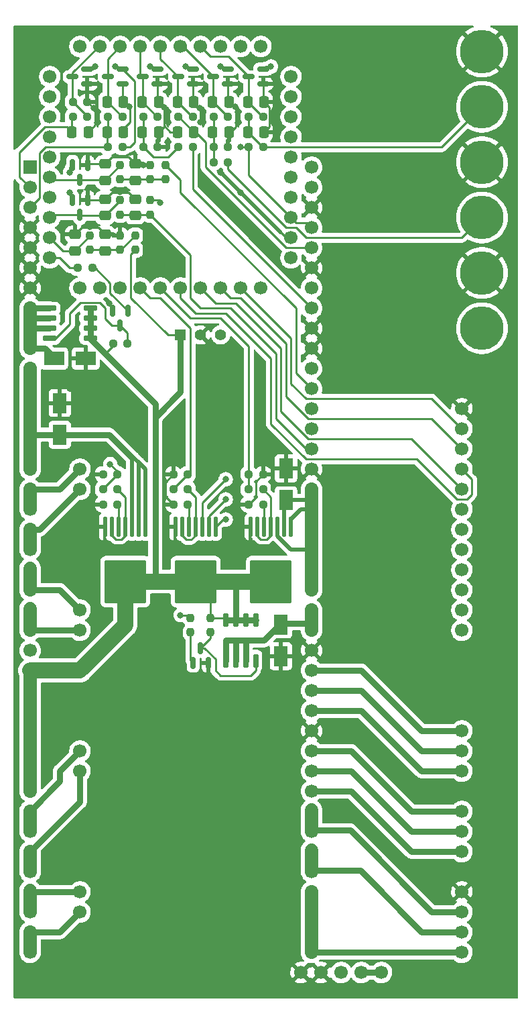
<source format=gtl>
G04 #@! TF.GenerationSoftware,KiCad,Pcbnew,(6.0.9)*
G04 #@! TF.CreationDate,2023-07-15T07:21:25-07:00*
G04 #@! TF.ProjectId,canbuz-1977-vw-bus-ecu,63616e62-757a-42d3-9139-37372d76772d,rev?*
G04 #@! TF.SameCoordinates,Original*
G04 #@! TF.FileFunction,Copper,L1,Top*
G04 #@! TF.FilePolarity,Positive*
%FSLAX46Y46*%
G04 Gerber Fmt 4.6, Leading zero omitted, Abs format (unit mm)*
G04 Created by KiCad (PCBNEW (6.0.9)) date 2023-07-15 07:21:25*
%MOMM*%
%LPD*%
G01*
G04 APERTURE LIST*
G04 Aperture macros list*
%AMRoundRect*
0 Rectangle with rounded corners*
0 $1 Rounding radius*
0 $2 $3 $4 $5 $6 $7 $8 $9 X,Y pos of 4 corners*
0 Add a 4 corners polygon primitive as box body*
4,1,4,$2,$3,$4,$5,$6,$7,$8,$9,$2,$3,0*
0 Add four circle primitives for the rounded corners*
1,1,$1+$1,$2,$3*
1,1,$1+$1,$4,$5*
1,1,$1+$1,$6,$7*
1,1,$1+$1,$8,$9*
0 Add four rect primitives between the rounded corners*
20,1,$1+$1,$2,$3,$4,$5,0*
20,1,$1+$1,$4,$5,$6,$7,0*
20,1,$1+$1,$6,$7,$8,$9,0*
20,1,$1+$1,$8,$9,$2,$3,0*%
G04 Aperture macros list end*
G04 #@! TA.AperFunction,SMDPad,CuDef*
%ADD10RoundRect,0.237500X-0.237500X0.250000X-0.237500X-0.250000X0.237500X-0.250000X0.237500X0.250000X0*%
G04 #@! TD*
G04 #@! TA.AperFunction,SMDPad,CuDef*
%ADD11RoundRect,0.250000X0.337500X0.475000X-0.337500X0.475000X-0.337500X-0.475000X0.337500X-0.475000X0*%
G04 #@! TD*
G04 #@! TA.AperFunction,SMDPad,CuDef*
%ADD12RoundRect,0.250000X-0.337500X-0.475000X0.337500X-0.475000X0.337500X0.475000X-0.337500X0.475000X0*%
G04 #@! TD*
G04 #@! TA.AperFunction,SMDPad,CuDef*
%ADD13RoundRect,0.237500X-0.250000X-0.237500X0.250000X-0.237500X0.250000X0.237500X-0.250000X0.237500X0*%
G04 #@! TD*
G04 #@! TA.AperFunction,SMDPad,CuDef*
%ADD14RoundRect,0.237500X0.250000X0.237500X-0.250000X0.237500X-0.250000X-0.237500X0.250000X-0.237500X0*%
G04 #@! TD*
G04 #@! TA.AperFunction,SMDPad,CuDef*
%ADD15RoundRect,0.250000X0.475000X-0.337500X0.475000X0.337500X-0.475000X0.337500X-0.475000X-0.337500X0*%
G04 #@! TD*
G04 #@! TA.AperFunction,ComponentPad*
%ADD16R,1.700000X1.700000*%
G04 #@! TD*
G04 #@! TA.AperFunction,ComponentPad*
%ADD17C,1.700000*%
G04 #@! TD*
G04 #@! TA.AperFunction,SMDPad,CuDef*
%ADD18R,1.800000X2.500000*%
G04 #@! TD*
G04 #@! TA.AperFunction,SMDPad,CuDef*
%ADD19RoundRect,0.150000X0.587500X0.150000X-0.587500X0.150000X-0.587500X-0.150000X0.587500X-0.150000X0*%
G04 #@! TD*
G04 #@! TA.AperFunction,SMDPad,CuDef*
%ADD20RoundRect,0.137500X0.137500X1.112500X-0.137500X1.112500X-0.137500X-1.112500X0.137500X-1.112500X0*%
G04 #@! TD*
G04 #@! TA.AperFunction,SMDPad,CuDef*
%ADD21RoundRect,0.265000X2.385000X2.485000X-2.385000X2.485000X-2.385000X-2.485000X2.385000X-2.485000X0*%
G04 #@! TD*
G04 #@! TA.AperFunction,SMDPad,CuDef*
%ADD22RoundRect,0.150000X-0.150000X0.587500X-0.150000X-0.587500X0.150000X-0.587500X0.150000X0.587500X0*%
G04 #@! TD*
G04 #@! TA.AperFunction,SMDPad,CuDef*
%ADD23R,2.500000X1.800000*%
G04 #@! TD*
G04 #@! TA.AperFunction,SMDPad,CuDef*
%ADD24RoundRect,0.237500X0.237500X-0.250000X0.237500X0.250000X-0.237500X0.250000X-0.237500X-0.250000X0*%
G04 #@! TD*
G04 #@! TA.AperFunction,SMDPad,CuDef*
%ADD25RoundRect,0.150000X-0.725000X-0.150000X0.725000X-0.150000X0.725000X0.150000X-0.725000X0.150000X0*%
G04 #@! TD*
G04 #@! TA.AperFunction,SMDPad,CuDef*
%ADD26RoundRect,0.150000X0.150000X-0.725000X0.150000X0.725000X-0.150000X0.725000X-0.150000X-0.725000X0*%
G04 #@! TD*
G04 #@! TA.AperFunction,SMDPad,CuDef*
%ADD27RoundRect,0.150000X0.150000X-0.587500X0.150000X0.587500X-0.150000X0.587500X-0.150000X-0.587500X0*%
G04 #@! TD*
G04 #@! TA.AperFunction,ComponentPad*
%ADD28C,5.500000*%
G04 #@! TD*
G04 #@! TA.AperFunction,ComponentPad*
%ADD29R,1.410000X1.410000*%
G04 #@! TD*
G04 #@! TA.AperFunction,ComponentPad*
%ADD30C,1.410000*%
G04 #@! TD*
G04 #@! TA.AperFunction,ViaPad*
%ADD31C,0.800000*%
G04 #@! TD*
G04 #@! TA.AperFunction,Conductor*
%ADD32C,0.250000*%
G04 #@! TD*
G04 #@! TA.AperFunction,Conductor*
%ADD33C,2.000000*%
G04 #@! TD*
G04 #@! TA.AperFunction,Conductor*
%ADD34C,0.750000*%
G04 #@! TD*
G04 #@! TA.AperFunction,Conductor*
%ADD35C,1.700000*%
G04 #@! TD*
G04 #@! TA.AperFunction,Conductor*
%ADD36C,0.500000*%
G04 #@! TD*
G04 APERTURE END LIST*
D10*
X50799999Y-62587500D03*
X50799999Y-64412500D03*
D11*
X60092500Y-53975000D03*
X58017500Y-53975000D03*
D12*
X66907500Y-50165000D03*
X68982500Y-50165000D03*
D10*
X50799999Y-58142500D03*
X50799999Y-59967500D03*
D13*
X45442500Y-71120000D03*
X47267500Y-71120000D03*
D14*
X55522500Y-52069999D03*
X53697500Y-52069999D03*
D15*
X45085000Y-68982500D03*
X45085000Y-66907500D03*
D16*
X39420000Y-58420000D03*
D17*
X39420000Y-60960000D03*
X39420000Y-63500000D03*
X39420000Y-66040000D03*
X39420000Y-68580000D03*
X39420000Y-71120000D03*
X39420000Y-73660000D03*
X39420000Y-76200000D03*
X39420000Y-78740000D03*
X39420000Y-81280000D03*
X39420000Y-83820000D03*
X39420000Y-86360000D03*
X39420000Y-88900000D03*
X39420000Y-91440000D03*
X39420000Y-93980000D03*
X39420000Y-96520000D03*
X39420000Y-99060000D03*
X39420000Y-101600000D03*
X39420000Y-104140000D03*
X39420000Y-106680000D03*
X39420000Y-109220000D03*
X39420000Y-111760000D03*
X39420000Y-114300000D03*
X39420000Y-116840000D03*
X39420000Y-119380000D03*
X39420000Y-121920000D03*
X39420000Y-124460000D03*
X39420000Y-127000000D03*
X39420000Y-129540000D03*
X39420000Y-132080000D03*
X39420000Y-134620000D03*
X39420000Y-137160000D03*
X39420000Y-139700000D03*
X39420000Y-142240000D03*
X39420000Y-147320000D03*
X39420000Y-144780000D03*
X39420000Y-149860000D03*
X39420000Y-152400000D03*
X39420000Y-154940000D03*
X39420000Y-157480000D03*
X74980000Y-157480000D03*
X74980000Y-154940000D03*
X74980000Y-152400000D03*
X74980000Y-149860000D03*
X74980000Y-147320000D03*
X74980000Y-144780000D03*
X74980000Y-142240000D03*
X74980000Y-139700000D03*
X74980000Y-137160000D03*
X74980000Y-134620000D03*
X74980000Y-132080000D03*
X74980000Y-129540000D03*
X74980000Y-127000000D03*
X74980000Y-124460000D03*
X74980000Y-121920000D03*
X74980000Y-119380000D03*
X74980000Y-116840000D03*
X74980000Y-114300000D03*
X74980000Y-111760000D03*
X74980000Y-109220000D03*
X74980000Y-106680000D03*
X74980000Y-104140000D03*
X74980000Y-101600000D03*
X74980000Y-99060000D03*
X74980000Y-96520000D03*
X74980000Y-93980000D03*
X74980000Y-91440000D03*
X74980000Y-88900000D03*
X74980000Y-86360000D03*
X74980000Y-83820000D03*
X74980000Y-81280000D03*
X74980000Y-78740000D03*
X74980000Y-76200000D03*
X74980000Y-73660000D03*
X74980000Y-71120000D03*
X74980000Y-68580000D03*
X74980000Y-66040000D03*
X74980000Y-63500000D03*
X74980000Y-60960000D03*
X74980000Y-58420000D03*
D14*
X55522500Y-55880000D03*
X53697500Y-55880000D03*
X50442500Y-99060000D03*
X48617500Y-99060000D03*
D15*
X52705000Y-64537500D03*
X52705000Y-62462500D03*
D18*
X71755000Y-100425000D03*
X71755000Y-96425000D03*
D10*
X59690000Y-115292500D03*
X59690000Y-117117500D03*
D15*
X48895000Y-60092500D03*
X48895000Y-58017500D03*
D13*
X44807500Y-50165000D03*
X46632500Y-50165000D03*
D19*
X51102500Y-47940000D03*
X51102500Y-46040000D03*
X49227500Y-46990000D03*
D10*
X50800000Y-67032500D03*
X50800000Y-68857500D03*
D12*
X66907500Y-53975000D03*
X68982500Y-53975000D03*
D14*
X59967500Y-55880000D03*
X58142500Y-55880000D03*
D20*
X72400000Y-103800000D03*
X71550000Y-103800000D03*
X70700000Y-103800000D03*
X69850000Y-103800000D03*
X69000000Y-103800000D03*
X68150000Y-103800000D03*
X67300000Y-103800000D03*
D21*
X69850000Y-110700000D03*
D13*
X67032500Y-100965000D03*
X68857500Y-100965000D03*
D18*
X71120000Y-116110000D03*
X71120000Y-120110000D03*
D22*
X46670000Y-58117500D03*
X44770000Y-58117500D03*
X45720000Y-59992500D03*
D14*
X68857500Y-99060000D03*
X67032500Y-99060000D03*
D15*
X52705000Y-60092500D03*
X52705000Y-58017500D03*
X48895000Y-68982500D03*
X48895000Y-66907500D03*
D12*
X62462500Y-50165000D03*
X64537500Y-50165000D03*
D13*
X67032500Y-97155000D03*
X68857500Y-97155000D03*
D19*
X59992500Y-47940000D03*
X59992500Y-46040000D03*
X58117500Y-46990000D03*
D10*
X56515000Y-58142500D03*
X56515000Y-59967500D03*
X54610000Y-58142500D03*
X54610000Y-59967500D03*
D12*
X49127500Y-50165000D03*
X51202500Y-50165000D03*
X44682500Y-53975000D03*
X46757500Y-53975000D03*
D19*
X46657500Y-47940000D03*
X46657500Y-46040000D03*
X44782500Y-46990000D03*
D18*
X43180000Y-92170000D03*
X43180000Y-88170000D03*
D13*
X48617500Y-100965000D03*
X50442500Y-100965000D03*
D10*
X46989999Y-67032500D03*
X46989999Y-68857500D03*
D14*
X64412500Y-55880000D03*
X62587500Y-55880000D03*
X51077500Y-52070000D03*
X49252500Y-52070000D03*
D23*
X42450000Y-82550000D03*
X46450000Y-82550000D03*
D19*
X55547500Y-47940000D03*
X55547500Y-46040000D03*
X53672500Y-46990000D03*
D13*
X57507500Y-100965000D03*
X59332500Y-100965000D03*
D14*
X68857500Y-55880000D03*
X67032500Y-55880000D03*
X64412500Y-52070000D03*
X62587500Y-52070000D03*
D13*
X49252500Y-55880000D03*
X51077500Y-55880000D03*
D24*
X52705000Y-68857500D03*
X52705000Y-67032500D03*
D19*
X68882500Y-47940000D03*
X68882500Y-46040000D03*
X67007500Y-46990000D03*
D14*
X51712500Y-80645000D03*
X49887500Y-80645000D03*
D12*
X49127500Y-53975000D03*
X51202500Y-53975000D03*
D22*
X46670000Y-62562500D03*
X44770000Y-62562500D03*
X45720000Y-64437500D03*
X51750000Y-76532500D03*
X49850000Y-76532500D03*
X50800000Y-78407500D03*
D14*
X59332500Y-97155000D03*
X57507500Y-97155000D03*
X59332500Y-99060000D03*
X57507500Y-99060000D03*
D25*
X41875000Y-76200000D03*
X41875000Y-77470000D03*
X41875000Y-78740000D03*
X41875000Y-80010000D03*
X47025000Y-80010000D03*
X47025000Y-78740000D03*
X47025000Y-77470000D03*
X47025000Y-76200000D03*
D20*
X62875000Y-103800000D03*
X62025000Y-103800000D03*
X61175000Y-103800000D03*
X60325000Y-103800000D03*
X59475000Y-103800000D03*
X58625000Y-103800000D03*
X57775000Y-103800000D03*
D21*
X60325000Y-110700000D03*
D19*
X64437500Y-47940000D03*
X64437500Y-46040000D03*
X62562500Y-46990000D03*
D14*
X46632500Y-52070000D03*
X44807500Y-52070000D03*
D12*
X53572500Y-50165000D03*
X55647500Y-50165000D03*
X58017500Y-50165000D03*
X60092500Y-50165000D03*
D14*
X59967500Y-52070000D03*
X58142500Y-52070000D03*
D24*
X62230000Y-117117500D03*
X62230000Y-115292500D03*
D14*
X68857500Y-52070000D03*
X67032500Y-52070000D03*
D26*
X64135000Y-120685000D03*
X65405000Y-120685000D03*
X66675000Y-120685000D03*
X67945000Y-120685000D03*
X67945000Y-115535000D03*
X66675000Y-115535000D03*
X65405000Y-115535000D03*
X64135000Y-115535000D03*
D14*
X64412500Y-57785000D03*
X62587500Y-57785000D03*
D20*
X53985000Y-103800000D03*
X53135000Y-103800000D03*
X52285000Y-103800000D03*
X51435000Y-103800000D03*
X50585000Y-103800000D03*
X49735000Y-103800000D03*
X48885000Y-103800000D03*
D21*
X51435000Y-110700000D03*
D27*
X60010000Y-120952500D03*
X61910000Y-120952500D03*
X60960000Y-119077500D03*
D24*
X54610000Y-64412500D03*
X54610000Y-62587500D03*
D15*
X48895000Y-64537500D03*
X48895000Y-62462500D03*
D12*
X53572500Y-53975000D03*
X55647500Y-53975000D03*
X62462500Y-53975000D03*
X64537500Y-53975000D03*
D14*
X50442500Y-97155000D03*
X48617500Y-97155000D03*
D28*
X96520000Y-71755000D03*
D17*
X93980000Y-88900000D03*
X93980000Y-91440000D03*
X93980000Y-93980000D03*
X93980000Y-96520000D03*
X93980000Y-99060000D03*
X93980000Y-101600000D03*
X93980000Y-104140000D03*
X93980000Y-106680000D03*
X93980000Y-109220000D03*
X93980000Y-111760000D03*
X93980000Y-114300000D03*
X93980000Y-116840000D03*
X93980000Y-129540000D03*
X93980000Y-132080000D03*
X93980000Y-134620000D03*
X93980000Y-139700000D03*
X93980000Y-142240000D03*
X93980000Y-144780000D03*
X93980000Y-149860000D03*
X93980000Y-152400000D03*
X93980000Y-154940000D03*
X93980000Y-157480000D03*
X83820000Y-160020000D03*
X81280000Y-160020000D03*
X78740000Y-160020000D03*
X76200000Y-160020000D03*
X73660000Y-160020000D03*
X45720000Y-152400000D03*
X45720000Y-149860000D03*
X45720000Y-134620000D03*
X45720000Y-132080000D03*
X45720000Y-116840000D03*
X45720000Y-114300000D03*
X45720000Y-99060000D03*
X45720000Y-96520000D03*
D28*
X96520000Y-57785000D03*
X96520000Y-78740000D03*
X96520000Y-64770000D03*
D17*
X41910000Y-69850000D03*
X41910000Y-67310000D03*
X41910000Y-64770000D03*
X41910000Y-62230000D03*
X41910000Y-59690000D03*
X41910000Y-57150000D03*
X41910000Y-54610000D03*
X41910000Y-52070000D03*
X41910000Y-49530000D03*
X41910000Y-46990000D03*
X45720000Y-43180000D03*
X48260000Y-43180000D03*
X50800000Y-43180000D03*
X53340000Y-43180000D03*
X55880000Y-43180000D03*
X58420000Y-43180000D03*
X60960000Y-43180000D03*
X63500000Y-43180000D03*
X66040000Y-43180000D03*
X68580000Y-43180000D03*
X72390000Y-46990000D03*
X72390000Y-49530000D03*
X72390000Y-52070000D03*
X72390000Y-54610000D03*
X72390000Y-57150000D03*
X72390000Y-59690000D03*
X72390000Y-62230000D03*
X72390000Y-64770000D03*
X72390000Y-67310000D03*
X72390000Y-69850000D03*
X68580000Y-73660000D03*
X66040000Y-73660000D03*
X63500000Y-73660000D03*
X60960000Y-73660000D03*
X58420000Y-73660000D03*
X55880000Y-73660000D03*
X53340000Y-73660000D03*
X50800000Y-73660000D03*
X48260000Y-73660000D03*
X45720000Y-73660000D03*
D28*
X96520000Y-50800000D03*
D29*
X58420000Y-79572500D03*
D30*
X60960000Y-79572500D03*
X63500000Y-79572500D03*
D28*
X96520000Y-43815000D03*
D31*
X53697500Y-58142500D03*
X44450000Y-86360000D03*
X47446250Y-50978750D03*
X63500000Y-59055000D03*
X43815000Y-85090000D03*
X43815000Y-107315000D03*
X56335000Y-50852500D03*
X51935500Y-50800000D03*
X46355000Y-85090000D03*
X60960000Y-52705000D03*
X45085000Y-107315000D03*
X66040000Y-61595000D03*
X49440500Y-75565000D03*
X45720000Y-86360000D03*
X46990000Y-86360000D03*
X43815000Y-106045000D03*
X45085000Y-85090000D03*
X65315500Y-50800000D03*
X46990000Y-65945500D03*
X45085000Y-106045000D03*
X50800000Y-61500500D03*
X60843750Y-50916250D03*
X54610000Y-45720000D03*
X59055000Y-45720000D03*
X44450000Y-59055000D03*
X55880000Y-62865000D03*
X66040000Y-55880000D03*
X47625000Y-45720000D03*
X50165000Y-45720000D03*
X63500000Y-45720000D03*
X44450000Y-61595000D03*
X69850000Y-45720000D03*
X64135000Y-102870000D03*
X64135000Y-97790000D03*
X64135000Y-100330000D03*
X58420000Y-114935000D03*
X49530000Y-95885000D03*
D32*
X49127500Y-53975000D02*
X49127500Y-55755000D01*
X49127500Y-55755000D02*
X49252500Y-55880000D01*
X40640000Y-62280000D02*
X39420000Y-63500000D01*
X49252500Y-55880000D02*
X41396650Y-55880000D01*
X41396650Y-55880000D02*
X40640000Y-56636650D01*
X49252500Y-52070000D02*
X49252500Y-53850000D01*
X49252500Y-53850000D02*
X49127500Y-53975000D01*
X40640000Y-56636650D02*
X40640000Y-62280000D01*
X48027500Y-66040000D02*
X48895000Y-66907500D01*
X55547500Y-47940000D02*
X55547500Y-50065000D01*
X68857500Y-97155000D02*
X67945000Y-98067500D01*
X64680500Y-50165000D02*
X65405000Y-50889500D01*
X46670000Y-62562500D02*
X48795000Y-62562500D01*
X71755000Y-67310000D02*
X72390000Y-67310000D01*
X66040000Y-61595000D02*
X63500000Y-59055000D01*
X49850000Y-75974500D02*
X49440500Y-75565000D01*
X47446250Y-50978750D02*
X46632500Y-50165000D01*
X51837500Y-57150000D02*
X52705000Y-58017500D01*
X48895000Y-58017500D02*
X46770000Y-58017500D01*
X49762500Y-57150000D02*
X51837500Y-57150000D01*
X69670000Y-53287500D02*
X69670000Y-50852500D01*
X55522500Y-55880000D02*
X55522500Y-54100000D01*
X59992500Y-47940000D02*
X59992500Y-50065000D01*
X65405000Y-50889500D02*
X65405000Y-53340000D01*
X58017500Y-53975000D02*
X57150000Y-53975000D01*
X47625000Y-53107500D02*
X47625000Y-51157500D01*
X56515000Y-98147500D02*
X57507500Y-97155000D01*
X46770000Y-58017500D02*
X46670000Y-58117500D01*
X64412500Y-55880000D02*
X64412500Y-54100000D01*
X48895000Y-58017500D02*
X49762500Y-57150000D01*
X49850000Y-76532500D02*
X49850000Y-75974500D01*
X64770000Y-53975000D02*
X64537500Y-53975000D01*
X67945000Y-100052500D02*
X67032500Y-100965000D01*
X65405000Y-53340000D02*
X64770000Y-53975000D01*
X47625000Y-51157500D02*
X47446250Y-50978750D01*
X57507500Y-100965000D02*
X56515000Y-99972500D01*
X57150000Y-53975000D02*
X56335000Y-53160000D01*
X52705000Y-62462500D02*
X51837500Y-61595000D01*
X68882500Y-50065000D02*
X68982500Y-50165000D01*
X52830000Y-58142500D02*
X52705000Y-58017500D01*
X69670000Y-50852500D02*
X68982500Y-50165000D01*
X48795000Y-62562500D02*
X48895000Y-62462500D01*
X46632500Y-50165000D02*
X46632500Y-47965000D01*
X64412500Y-54100000D02*
X64537500Y-53975000D01*
X54610000Y-58142500D02*
X53697500Y-58142500D01*
X60843750Y-50916250D02*
X60960000Y-51032500D01*
X46757500Y-53975000D02*
X47625000Y-53107500D01*
X51202500Y-50165000D02*
X51435000Y-50165000D01*
X56335000Y-53160000D02*
X56335000Y-50852500D01*
X65315500Y-50800000D02*
X65172500Y-50800000D01*
X51435000Y-50165000D02*
X52070000Y-50800000D01*
X59992500Y-50065000D02*
X60092500Y-50165000D01*
X46632500Y-47965000D02*
X46657500Y-47940000D01*
X67945000Y-98067500D02*
X67945000Y-100052500D01*
X56335000Y-53287500D02*
X56335000Y-53160000D01*
X55547500Y-50065000D02*
X55647500Y-50165000D01*
X45952500Y-66040000D02*
X48027500Y-66040000D01*
X55522500Y-54100000D02*
X55647500Y-53975000D01*
X51202500Y-53975000D02*
X51202500Y-53572500D01*
X56335000Y-50852500D02*
X55647500Y-50165000D01*
X56515000Y-99972500D02*
X56515000Y-98147500D01*
X45085000Y-66907500D02*
X45952500Y-66040000D01*
X53697500Y-58142500D02*
X52830000Y-58142500D01*
X64437500Y-50065000D02*
X64537500Y-50165000D01*
X60092500Y-50165000D02*
X60843750Y-50916250D01*
X51102500Y-47940000D02*
X51102500Y-50065000D01*
X51837500Y-61595000D02*
X49762500Y-61595000D01*
X51102500Y-50065000D02*
X51202500Y-50165000D01*
X48895000Y-66907500D02*
X50675000Y-66907500D01*
X51202500Y-53572500D02*
X52070000Y-52705000D01*
X60960000Y-51032500D02*
X60960000Y-52705000D01*
X64437500Y-47940000D02*
X64437500Y-50065000D01*
X55647500Y-53975000D02*
X56335000Y-53287500D01*
X65172500Y-50800000D02*
X64537500Y-50165000D01*
X49762500Y-61595000D02*
X48895000Y-62462500D01*
X52070000Y-52705000D02*
X52070000Y-50800000D01*
X50675000Y-66907500D02*
X50800000Y-67032500D01*
X66040000Y-61595000D02*
X71755000Y-67310000D01*
X64537500Y-50165000D02*
X64680500Y-50165000D01*
X68982500Y-53975000D02*
X69670000Y-53287500D01*
X68882500Y-47940000D02*
X68882500Y-50065000D01*
X52580000Y-64412500D02*
X52705000Y-64537500D01*
X54610000Y-64412500D02*
X52830000Y-64412500D01*
X60960698Y-76200000D02*
X59690000Y-74929302D01*
X74295000Y-93980000D02*
X70485000Y-90170000D01*
X52830000Y-64412500D02*
X52705000Y-64537500D01*
X50799999Y-64412500D02*
X52580000Y-64412500D01*
X64770000Y-76200000D02*
X60960698Y-76200000D01*
X59690000Y-69492500D02*
X54610000Y-64412500D01*
X70485000Y-90170000D02*
X70485000Y-81915000D01*
X70485000Y-81915000D02*
X64770000Y-76200000D01*
X59690000Y-74929302D02*
X59690000Y-69492500D01*
X74980000Y-93980000D02*
X74295000Y-93980000D01*
X62587500Y-53850000D02*
X62462500Y-53975000D01*
X62587500Y-55880000D02*
X62587500Y-54100000D01*
X62587500Y-52070000D02*
X62587500Y-53850000D01*
X62587500Y-54100000D02*
X62462500Y-53975000D01*
X62587500Y-57785000D02*
X62587500Y-55880000D01*
X49172500Y-50165000D02*
X51077500Y-52070000D01*
X49227500Y-50065000D02*
X49127500Y-50165000D01*
X49227500Y-46990000D02*
X49227500Y-50065000D01*
X50800000Y-43180000D02*
X49227500Y-44752500D01*
X49227500Y-44752500D02*
X49227500Y-46990000D01*
X49127500Y-50165000D02*
X49172500Y-50165000D01*
X50799999Y-62587500D02*
X50799999Y-62632501D01*
X50799999Y-62632501D02*
X48895000Y-64537500D01*
X45820000Y-64537500D02*
X45720000Y-64437500D01*
X42242500Y-64437500D02*
X41910000Y-64770000D01*
X45720000Y-64437500D02*
X42242500Y-64437500D01*
X48895000Y-64537500D02*
X45820000Y-64537500D01*
X62562500Y-46990000D02*
X62562500Y-50065000D01*
X62462500Y-50165000D02*
X62507500Y-50165000D01*
X62562500Y-50065000D02*
X62462500Y-50165000D01*
X58752500Y-43180000D02*
X62562500Y-46990000D01*
X62507500Y-50165000D02*
X64412500Y-52070000D01*
X58420000Y-43180000D02*
X58752500Y-43180000D01*
X61595000Y-55245000D02*
X61595000Y-58420000D01*
X60092500Y-53975000D02*
X60325000Y-53975000D01*
X71755000Y-68580000D02*
X74980000Y-68580000D01*
X58142500Y-52070000D02*
X58187500Y-52070000D01*
X61595000Y-58420000D02*
X71755000Y-68580000D01*
X60325000Y-53975000D02*
X61595000Y-55245000D01*
X58187500Y-52070000D02*
X60092500Y-53975000D01*
X68812500Y-52070000D02*
X66907500Y-50165000D01*
X67007500Y-46990000D02*
X67007500Y-50065000D01*
X67007500Y-50065000D02*
X66907500Y-50165000D01*
X68857500Y-52070000D02*
X68812500Y-52070000D01*
X62230000Y-44450000D02*
X64467500Y-44450000D01*
X60960000Y-43180000D02*
X62230000Y-44450000D01*
X64467500Y-44450000D02*
X67007500Y-46990000D01*
X55880000Y-44752500D02*
X58117500Y-46990000D01*
X58017500Y-47090000D02*
X58117500Y-46990000D01*
X59967500Y-52070000D02*
X59922500Y-52070000D01*
X59922500Y-52070000D02*
X58017500Y-50165000D01*
X55880000Y-43180000D02*
X55880000Y-44752500D01*
X58017500Y-50165000D02*
X58017500Y-47090000D01*
X68857500Y-55880000D02*
X91440000Y-55880000D01*
X91440000Y-55880000D02*
X96520000Y-50800000D01*
X68812500Y-55880000D02*
X66907500Y-53975000D01*
X68857500Y-55880000D02*
X68812500Y-55880000D01*
X67032500Y-52070000D02*
X67032500Y-53850000D01*
X67032500Y-53850000D02*
X66907500Y-53975000D01*
X45085000Y-68982500D02*
X43582500Y-68982500D01*
X46989999Y-67032500D02*
X46990000Y-67077499D01*
X46990000Y-67077499D02*
X45085000Y-68982500D01*
X43582500Y-68982500D02*
X41910000Y-67310000D01*
X39420000Y-60960000D02*
X38100000Y-59640000D01*
X44682500Y-52195000D02*
X44807500Y-52070000D01*
X44682500Y-53975000D02*
X44682500Y-52195000D01*
X38100000Y-59640000D02*
X38100000Y-56515000D01*
X44047500Y-53340000D02*
X44682500Y-53975000D01*
X38100000Y-56515000D02*
X41275000Y-53340000D01*
X41275000Y-53340000D02*
X44047500Y-53340000D01*
X48770000Y-68857499D02*
X48895000Y-68982500D01*
X50800000Y-68857500D02*
X49020000Y-68857500D01*
X50880000Y-68857500D02*
X52705000Y-67032500D01*
X46989999Y-68857500D02*
X48770000Y-68857499D01*
X49020000Y-68857500D02*
X48895000Y-68982500D01*
X50800000Y-68857500D02*
X50880000Y-68857500D01*
X56872500Y-57150000D02*
X58142500Y-55880000D01*
X53697500Y-55880000D02*
X53697500Y-54100000D01*
X53697500Y-54100000D02*
X53572500Y-53975000D01*
X53697500Y-55880000D02*
X54967500Y-57150000D01*
X54967500Y-57150000D02*
X56872500Y-57150000D01*
X53697500Y-53850000D02*
X53572500Y-53975000D01*
X53697500Y-52069999D02*
X53697500Y-53850000D01*
X55522500Y-52069999D02*
X55477499Y-52069999D01*
X53340000Y-46657500D02*
X53672500Y-46990000D01*
X53340000Y-43180000D02*
X53340000Y-46657500D01*
X53672500Y-50065000D02*
X53572500Y-50165000D01*
X55477499Y-52069999D02*
X53572500Y-50165000D01*
X53672500Y-46990000D02*
X53672500Y-50065000D01*
X42212500Y-59992500D02*
X45720000Y-59992500D01*
X45720000Y-59992500D02*
X48795000Y-59992500D01*
X41910000Y-59690000D02*
X42212500Y-59992500D01*
X50799999Y-58142500D02*
X50799999Y-58187501D01*
X50799999Y-58187501D02*
X48895000Y-60092500D01*
X48795000Y-59992500D02*
X48895000Y-60092500D01*
D33*
X51435000Y-116205000D02*
X51435000Y-110700000D01*
D32*
X62230000Y-115292500D02*
X62230000Y-112605000D01*
D34*
X65405000Y-110910000D02*
X65615000Y-110700000D01*
X55245000Y-89950000D02*
X55245000Y-109855000D01*
X47025000Y-76200000D02*
X47025000Y-80010000D01*
X56090000Y-110700000D02*
X55245000Y-109855000D01*
X55245000Y-89950000D02*
X58420000Y-86775000D01*
D32*
X62230000Y-112605000D02*
X60325000Y-110700000D01*
D34*
X81280000Y-160020000D02*
X83820000Y-160020000D01*
X67945000Y-115535000D02*
X64135000Y-115535000D01*
D33*
X65615000Y-110700000D02*
X69850000Y-110700000D01*
D34*
X48895000Y-81915000D02*
X55245000Y-88265000D01*
D32*
X62230000Y-115292500D02*
X63892500Y-115292500D01*
D33*
X60325000Y-110700000D02*
X65615000Y-110700000D01*
D34*
X55245000Y-88265000D02*
X55245000Y-89950000D01*
D32*
X63892500Y-115292500D02*
X64135000Y-115535000D01*
X52705000Y-68857500D02*
X52165000Y-69397500D01*
D35*
X39420000Y-134620000D02*
X39420000Y-137160000D01*
D33*
X51435000Y-110700000D02*
X56090000Y-110700000D01*
D32*
X56834150Y-79572500D02*
X58420000Y-79572500D01*
D33*
X56090000Y-110700000D02*
X60325000Y-110700000D01*
D32*
X49887500Y-80922500D02*
X48895000Y-81915000D01*
D34*
X65405000Y-115535000D02*
X65405000Y-110910000D01*
X47025000Y-80045000D02*
X48895000Y-81915000D01*
D33*
X39420000Y-121920000D02*
X45720000Y-121920000D01*
D32*
X52165000Y-74903350D02*
X56834150Y-79572500D01*
X52165000Y-69397500D02*
X52165000Y-74903350D01*
D35*
X39420000Y-134620000D02*
X39420000Y-121920000D01*
D33*
X45720000Y-121920000D02*
X51435000Y-116205000D01*
D34*
X58420000Y-86775000D02*
X58420000Y-79572500D01*
X47025000Y-80010000D02*
X47025000Y-80045000D01*
D32*
X49887500Y-80645000D02*
X49887500Y-80922500D01*
X44770000Y-61915000D02*
X44450000Y-61595000D01*
X50485000Y-46040000D02*
X50165000Y-45720000D01*
X47305000Y-46040000D02*
X47625000Y-45720000D01*
X66040000Y-55880000D02*
X67032500Y-55880000D01*
X72390000Y-64770000D02*
X67032500Y-59412500D01*
X51102500Y-46040000D02*
X50485000Y-46040000D01*
X55602500Y-62587500D02*
X55880000Y-62865000D01*
X54930000Y-46040000D02*
X54610000Y-45720000D01*
X59375000Y-46040000D02*
X59055000Y-45720000D01*
X55547500Y-46040000D02*
X54930000Y-46040000D01*
X67032500Y-59412500D02*
X67032500Y-55880000D01*
X63820000Y-46040000D02*
X63500000Y-45720000D01*
X44450000Y-58437500D02*
X44770000Y-58117500D01*
X74980000Y-66040000D02*
X74345000Y-65405000D01*
X52660000Y-55290000D02*
X52660000Y-47597500D01*
X74345000Y-65405000D02*
X73025000Y-65405000D01*
X73025000Y-65405000D02*
X72390000Y-64770000D01*
X44450000Y-59055000D02*
X44450000Y-58437500D01*
X69850000Y-45720000D02*
X69202500Y-45720000D01*
X54610000Y-62587500D02*
X55602500Y-62587500D01*
X59992500Y-46040000D02*
X59375000Y-46040000D01*
X69202500Y-45720000D02*
X68882500Y-46040000D01*
X64437500Y-46040000D02*
X63820000Y-46040000D01*
X52070000Y-55880000D02*
X52660000Y-55290000D01*
X51077500Y-55880000D02*
X52070000Y-55880000D01*
X46657500Y-46040000D02*
X47305000Y-46040000D01*
X52660000Y-47597500D02*
X51102500Y-46040000D01*
X44770000Y-62562500D02*
X44770000Y-61915000D01*
D34*
X66675000Y-120685000D02*
X66675000Y-118110000D01*
D35*
X74980000Y-116155000D02*
X74980000Y-116840000D01*
D34*
X66675000Y-118110000D02*
X68970000Y-118110000D01*
X74785000Y-115960000D02*
X74980000Y-116155000D01*
X68970000Y-118110000D02*
X71120000Y-115960000D01*
X64135000Y-118110000D02*
X65405000Y-118110000D01*
X65405000Y-118110000D02*
X66675000Y-118110000D01*
X65405000Y-120685000D02*
X65405000Y-118110000D01*
X71120000Y-115960000D02*
X74785000Y-115960000D01*
D35*
X74980000Y-114300000D02*
X74980000Y-116155000D01*
D34*
X64135000Y-120685000D02*
X64135000Y-118110000D01*
D36*
X53135000Y-95680000D02*
X53965000Y-96510000D01*
D34*
X43180000Y-92170000D02*
X39465000Y-92170000D01*
X39465000Y-92170000D02*
X39420000Y-92125000D01*
D36*
X53135000Y-103800000D02*
X53135000Y-95680000D01*
D35*
X39420000Y-83820000D02*
X39420000Y-96520000D01*
D36*
X52285000Y-103800000D02*
X52285000Y-95035000D01*
X52285000Y-95035000D02*
X52490000Y-95035000D01*
X52490000Y-95035000D02*
X53135000Y-95680000D01*
D34*
X49420000Y-92170000D02*
X52285000Y-95035000D01*
D36*
X53985000Y-103800000D02*
X53985000Y-96510000D01*
X53965000Y-96510000D02*
X53985000Y-96510000D01*
D34*
X43180000Y-92170000D02*
X49420000Y-92170000D01*
X42450000Y-82550000D02*
X42450000Y-82455000D01*
D35*
X39420000Y-77520000D02*
X39420000Y-76200000D01*
D34*
X41275000Y-81280000D02*
X39420000Y-81280000D01*
D35*
X39420000Y-81280000D02*
X39420000Y-77520000D01*
D34*
X39470000Y-77470000D02*
X39420000Y-77520000D01*
D36*
X40055000Y-78105000D02*
X39420000Y-78740000D01*
D34*
X41875000Y-77470000D02*
X39470000Y-77470000D01*
X42450000Y-82455000D02*
X41275000Y-81280000D01*
X41875000Y-76200000D02*
X39420000Y-76200000D01*
X41875000Y-78740000D02*
X39420000Y-78740000D01*
D36*
X73660000Y-101600000D02*
X74980000Y-101600000D01*
D34*
X74640000Y-103800000D02*
X74980000Y-104140000D01*
D36*
X71550000Y-103800000D02*
X71550000Y-100630000D01*
X72400000Y-102860000D02*
X73660000Y-101600000D01*
X74935000Y-100425000D02*
X74980000Y-100380000D01*
X72390000Y-106680000D02*
X74980000Y-106680000D01*
X71550000Y-100630000D02*
X71755000Y-100425000D01*
X70700000Y-104990000D02*
X72390000Y-106680000D01*
X71755000Y-100425000D02*
X74935000Y-100425000D01*
D35*
X74980000Y-111760000D02*
X74980000Y-100380000D01*
D36*
X70700000Y-103800000D02*
X70700000Y-104990000D01*
X72400000Y-103800000D02*
X72400000Y-102860000D01*
D35*
X74980000Y-100380000D02*
X74980000Y-99060000D01*
D32*
X49530000Y-73025000D02*
X49530000Y-74312500D01*
X49530000Y-74312500D02*
X51750000Y-76532500D01*
X47267500Y-71120000D02*
X47625000Y-71120000D01*
X47625000Y-71120000D02*
X49530000Y-73025000D01*
X62025000Y-102440000D02*
X62025000Y-103800000D01*
X64135000Y-102870000D02*
X63805000Y-102870000D01*
X64135000Y-97790000D02*
X61175000Y-100750000D01*
X63805000Y-102870000D02*
X62875000Y-103800000D01*
X64135000Y-100330000D02*
X62025000Y-102440000D01*
X61175000Y-100750000D02*
X61175000Y-103800000D01*
X50799999Y-59967500D02*
X52580000Y-59967500D01*
X52830000Y-59967500D02*
X52705000Y-60092500D01*
X56515000Y-59967500D02*
X54610000Y-59967500D01*
X52580000Y-59967500D02*
X52705000Y-60092500D01*
X54610000Y-59967500D02*
X52830000Y-59967500D01*
X42665876Y-80010000D02*
X41875000Y-80010000D01*
X48195000Y-75500000D02*
X45785000Y-75500000D01*
X48895000Y-76200000D02*
X48195000Y-75500000D01*
X44450000Y-78225876D02*
X42665876Y-80010000D01*
X51712500Y-80645000D02*
X51712500Y-79320000D01*
X48895000Y-77545876D02*
X48895000Y-76200000D01*
X50800000Y-78407500D02*
X49756624Y-78407500D01*
X51712500Y-79320000D02*
X50800000Y-78407500D01*
X44450000Y-76835000D02*
X44450000Y-78225876D01*
X49756624Y-78407500D02*
X48895000Y-77545876D01*
X45785000Y-75500000D02*
X44450000Y-76835000D01*
X72390000Y-85725000D02*
X72390000Y-80010000D01*
X90170000Y-87630000D02*
X74295000Y-87630000D01*
X72390000Y-80010000D02*
X66040000Y-73660000D01*
X74295000Y-87630000D02*
X72390000Y-85725000D01*
X93980000Y-91440000D02*
X90170000Y-87630000D01*
X66040000Y-74930000D02*
X71755000Y-80645000D01*
X64770000Y-74930000D02*
X66040000Y-74930000D01*
X71755000Y-80645000D02*
X71755000Y-87336701D01*
X90170000Y-90170000D02*
X93980000Y-93980000D01*
X71755000Y-87336701D02*
X74588299Y-90170000D01*
X74588299Y-90170000D02*
X90170000Y-90170000D01*
X63500000Y-73660000D02*
X64770000Y-74930000D01*
X88265000Y-95250000D02*
X93345000Y-100330000D01*
X64135000Y-76835000D02*
X69850000Y-82550000D01*
X74295000Y-95250000D02*
X88265000Y-95250000D01*
X95250000Y-99695000D02*
X95250000Y-97790000D01*
X69850000Y-90805000D02*
X74295000Y-95250000D01*
X93345000Y-100330000D02*
X94615000Y-100330000D01*
X58420000Y-73660000D02*
X58420000Y-74930000D01*
X60325000Y-76835000D02*
X64135000Y-76835000D01*
X94615000Y-100330000D02*
X95250000Y-99695000D01*
X58420000Y-74930000D02*
X60325000Y-76835000D01*
X95250000Y-97790000D02*
X93980000Y-96520000D01*
X69850000Y-82550000D02*
X69850000Y-90805000D01*
X62865000Y-75565000D02*
X65405000Y-75565000D01*
X87630000Y-92710000D02*
X93980000Y-99060000D01*
X60960000Y-73660000D02*
X62865000Y-75565000D01*
X71120000Y-89241701D02*
X74588299Y-92710000D01*
X74588299Y-92710000D02*
X87630000Y-92710000D01*
X71120000Y-81280000D02*
X71120000Y-89241701D01*
X65405000Y-75565000D02*
X71120000Y-81280000D01*
X60010000Y-120952500D02*
X59690000Y-120632500D01*
X59690000Y-120632500D02*
X59690000Y-117117500D01*
X62230000Y-117117500D02*
X62230000Y-117807500D01*
X67945000Y-120685000D02*
X67945000Y-121920000D01*
X67310000Y-122555000D02*
X63500000Y-122555000D01*
X67945000Y-121920000D02*
X67310000Y-122555000D01*
X62230000Y-117807500D02*
X60960000Y-119077500D01*
X61444251Y-119077500D02*
X60960000Y-119077500D01*
X63500000Y-122555000D02*
X62865000Y-121920000D01*
X62865000Y-120498249D02*
X61444251Y-119077500D01*
X62865000Y-121920000D02*
X62865000Y-120498249D01*
X96520000Y-64770000D02*
X93980000Y-67310000D01*
X73023604Y-66040000D02*
X71755000Y-66040000D01*
X64412500Y-58697500D02*
X64412500Y-57785000D01*
X93980000Y-67310000D02*
X74293604Y-67310000D01*
X71755000Y-66040000D02*
X64412500Y-58697500D01*
X74293604Y-67310000D02*
X73023604Y-66040000D01*
X59967500Y-61187500D02*
X74980000Y-76200000D01*
X59967500Y-55880000D02*
X59967500Y-61187500D01*
X58420000Y-60047500D02*
X58420000Y-61595000D01*
X73025000Y-76200000D02*
X73025000Y-84405000D01*
X58420000Y-61595000D02*
X73025000Y-76200000D01*
X73025000Y-84405000D02*
X74980000Y-86360000D01*
X56515000Y-58142500D02*
X58420000Y-60047500D01*
X46632500Y-52070000D02*
X46632500Y-51990000D01*
X44782500Y-46990000D02*
X44782500Y-46505749D01*
X44782500Y-50140000D02*
X44807500Y-50165000D01*
X44782500Y-46505749D02*
X48108249Y-43180000D01*
X48108249Y-43180000D02*
X48260000Y-43180000D01*
X46632500Y-51990000D02*
X44807500Y-50165000D01*
X44782500Y-46990000D02*
X44782500Y-50140000D01*
X59332500Y-114935000D02*
X59690000Y-115292500D01*
X58420000Y-114935000D02*
X59332500Y-114935000D01*
X48617500Y-98980000D02*
X50442500Y-97155000D01*
X50442500Y-97155000D02*
X50442500Y-96797500D01*
X48617500Y-99060000D02*
X48617500Y-98980000D01*
X50442500Y-96797500D02*
X49530000Y-95885000D01*
D34*
X43180000Y-99060000D02*
X45720000Y-96520000D01*
D35*
X39420000Y-101450000D02*
X39420000Y-99060000D01*
D34*
X39420000Y-99060000D02*
X43180000Y-99060000D01*
X39420000Y-104140000D02*
X40640000Y-104140000D01*
D35*
X39420000Y-106530000D02*
X39420000Y-104140000D01*
D34*
X40640000Y-104140000D02*
X45720000Y-99060000D01*
D32*
X63500000Y-77470000D02*
X59690000Y-77470000D01*
X67032500Y-97155000D02*
X67032500Y-81002500D01*
X67032500Y-99060000D02*
X67032500Y-97155000D01*
X59690000Y-77470000D02*
X55880000Y-73660000D01*
X67032500Y-81002500D02*
X63500000Y-77470000D01*
D34*
X39420000Y-111760000D02*
X43180000Y-111760000D01*
X43180000Y-111760000D02*
X45720000Y-114300000D01*
D35*
X39420000Y-109070000D02*
X39420000Y-111760000D01*
D34*
X39420000Y-116840000D02*
X45720000Y-116840000D01*
D35*
X39420000Y-114150000D02*
X39420000Y-116840000D01*
D32*
X57507500Y-98980000D02*
X59332500Y-97155000D01*
X59690000Y-96797500D02*
X59332500Y-97155000D01*
X55880000Y-74930000D02*
X59690000Y-78740000D01*
X54610000Y-74930000D02*
X55880000Y-74930000D01*
X59690000Y-78740000D02*
X59690000Y-96797500D01*
X53340000Y-73660000D02*
X54610000Y-74930000D01*
X57507500Y-99060000D02*
X57507500Y-98980000D01*
X43112081Y-69850000D02*
X44382081Y-71120000D01*
X41910000Y-69850000D02*
X43112081Y-69850000D01*
X44382081Y-71120000D02*
X45442500Y-71120000D01*
D35*
X39420000Y-142090000D02*
X39420000Y-140920000D01*
D34*
X43180000Y-134620000D02*
X43180000Y-135890000D01*
X43180000Y-135890000D02*
X39420000Y-139650000D01*
X39420000Y-140920000D02*
X39420000Y-139550000D01*
X45720000Y-132080000D02*
X43180000Y-134620000D01*
D35*
X39420000Y-139650000D02*
X39420000Y-140920000D01*
D34*
X45720000Y-138480000D02*
X39420000Y-144780000D01*
D35*
X39420000Y-144780000D02*
X39420000Y-147170000D01*
D34*
X45720000Y-134620000D02*
X45720000Y-138480000D01*
D35*
X39420000Y-149710000D02*
X39420000Y-152250000D01*
D34*
X45720000Y-149860000D02*
X39570000Y-149860000D01*
X39570000Y-149860000D02*
X39420000Y-149710000D01*
X39420000Y-154940000D02*
X43180000Y-154940000D01*
X43180000Y-154940000D02*
X45720000Y-152400000D01*
D35*
X39420000Y-157330000D02*
X39420000Y-154940000D01*
D34*
X75130000Y-157480000D02*
X93980000Y-157480000D01*
D35*
X74980000Y-149860000D02*
X74980000Y-157480000D01*
D34*
X75130000Y-157480000D02*
X74980000Y-157330000D01*
X74980000Y-152250000D02*
X75130000Y-152400000D01*
D35*
X74980000Y-144630000D02*
X74980000Y-147170000D01*
D34*
X81130000Y-147170000D02*
X74980000Y-147170000D01*
X88900000Y-154940000D02*
X81130000Y-147170000D01*
X93980000Y-154940000D02*
X88900000Y-154940000D01*
X93980000Y-152400000D02*
X90170000Y-152400000D01*
X79860000Y-142090000D02*
X74980000Y-142090000D01*
D35*
X74980000Y-139550000D02*
X74980000Y-142090000D01*
D34*
X90170000Y-152400000D02*
X79860000Y-142090000D01*
X93980000Y-142240000D02*
X87630000Y-142240000D01*
X80010000Y-134620000D02*
X75130000Y-134620000D01*
X75130000Y-134620000D02*
X74980000Y-134470000D01*
X87630000Y-142240000D02*
X80010000Y-134620000D01*
X93980000Y-132080000D02*
X88900000Y-132080000D01*
X75130000Y-124460000D02*
X74980000Y-124310000D01*
X81280000Y-124460000D02*
X75130000Y-124460000D01*
X88900000Y-132080000D02*
X81280000Y-124460000D01*
D32*
X51435000Y-100052500D02*
X50442500Y-99060000D01*
X50914074Y-105375000D02*
X51435000Y-104854074D01*
X51435000Y-103800000D02*
X51435000Y-100052500D01*
X51435000Y-104854074D02*
X51435000Y-103800000D01*
X50255926Y-105375000D02*
X50914074Y-105375000D01*
X49735000Y-104854074D02*
X50255926Y-105375000D01*
X49735000Y-103800000D02*
X49735000Y-104854074D01*
X50585000Y-101107500D02*
X50442500Y-100965000D01*
X50585000Y-103800000D02*
X50585000Y-101107500D01*
X69850000Y-104854074D02*
X69850000Y-103800000D01*
X68150000Y-104980000D02*
X68545000Y-105375000D01*
X69850000Y-103800000D02*
X69850000Y-100052500D01*
X68545000Y-105375000D02*
X69329074Y-105375000D01*
X69850000Y-100052500D02*
X68857500Y-99060000D01*
X68150000Y-103800000D02*
X68150000Y-104980000D01*
X69329074Y-105375000D02*
X69850000Y-104854074D01*
X69000000Y-103800000D02*
X69000000Y-101107500D01*
X69000000Y-101107500D02*
X68857500Y-100965000D01*
X58625000Y-104854074D02*
X59180926Y-105410000D01*
X60325000Y-100052500D02*
X59332500Y-99060000D01*
X58625000Y-103800000D02*
X58625000Y-104854074D01*
X59180926Y-105410000D02*
X59769074Y-105410000D01*
X59769074Y-105410000D02*
X60325000Y-104854074D01*
X60325000Y-104854074D02*
X60325000Y-103800000D01*
X60325000Y-100052500D02*
X60325000Y-103800000D01*
D34*
X80010000Y-137160000D02*
X75130000Y-137160000D01*
X87630000Y-144780000D02*
X80010000Y-137160000D01*
X93980000Y-144780000D02*
X87630000Y-144780000D01*
X75130000Y-137160000D02*
X74980000Y-137010000D01*
X75130000Y-132080000D02*
X74980000Y-131930000D01*
X80010000Y-132080000D02*
X75130000Y-132080000D01*
X93980000Y-139700000D02*
X87630000Y-139700000D01*
X87630000Y-139700000D02*
X80010000Y-132080000D01*
X93980000Y-134620000D02*
X88900000Y-134620000D01*
X88900000Y-134620000D02*
X81280000Y-127000000D01*
X81280000Y-127000000D02*
X75130000Y-127000000D01*
X75130000Y-127000000D02*
X74980000Y-126850000D01*
X81280000Y-121920000D02*
X75130000Y-121920000D01*
X88900000Y-129540000D02*
X81280000Y-121920000D01*
X93980000Y-129540000D02*
X88900000Y-129540000D01*
X75130000Y-121920000D02*
X74980000Y-121770000D01*
D32*
X59475000Y-103800000D02*
X59475000Y-101107500D01*
X59475000Y-101107500D02*
X59332500Y-100965000D01*
G04 #@! TA.AperFunction,Conductor*
G36*
X95413827Y-40533502D02*
G01*
X95460320Y-40587158D01*
X95470424Y-40657432D01*
X95440930Y-40722012D01*
X95385686Y-40758989D01*
X95322117Y-40780259D01*
X95315795Y-40782762D01*
X95001388Y-40927373D01*
X94995345Y-40930559D01*
X94698402Y-41108276D01*
X94692756Y-41112085D01*
X94416726Y-41320844D01*
X94413140Y-41323875D01*
X94405322Y-41337234D01*
X94405357Y-41338075D01*
X94410410Y-41346200D01*
X96507188Y-43442978D01*
X96521132Y-43450592D01*
X96522965Y-43450461D01*
X96529580Y-43446210D01*
X98627431Y-41348359D01*
X98635045Y-41334415D01*
X98634977Y-41333460D01*
X98631024Y-41327482D01*
X98356667Y-41118479D01*
X98351041Y-41114655D01*
X98054706Y-40935894D01*
X98048694Y-40932697D01*
X97734774Y-40786980D01*
X97728474Y-40784460D01*
X97652808Y-40758849D01*
X97594696Y-40718062D01*
X97567860Y-40652333D01*
X97580820Y-40582529D01*
X97629462Y-40530813D01*
X97693205Y-40513500D01*
X100965500Y-40513500D01*
X101033621Y-40533502D01*
X101080114Y-40587158D01*
X101091500Y-40639500D01*
X101091500Y-163195500D01*
X101071498Y-163263621D01*
X101017842Y-163310114D01*
X100965500Y-163321500D01*
X37464500Y-163321500D01*
X37396379Y-163301498D01*
X37349886Y-163247842D01*
X37338500Y-163195500D01*
X37338500Y-161144853D01*
X72899977Y-161144853D01*
X72905258Y-161151907D01*
X73066756Y-161246279D01*
X73076042Y-161250729D01*
X73275001Y-161326703D01*
X73284899Y-161329579D01*
X73493595Y-161372038D01*
X73503823Y-161373257D01*
X73716650Y-161381062D01*
X73726936Y-161380595D01*
X73938185Y-161353534D01*
X73948262Y-161351392D01*
X74152255Y-161290191D01*
X74161842Y-161286433D01*
X74353098Y-161192738D01*
X74361944Y-161187465D01*
X74409247Y-161153723D01*
X74416211Y-161144853D01*
X75439977Y-161144853D01*
X75445258Y-161151907D01*
X75606756Y-161246279D01*
X75616042Y-161250729D01*
X75815001Y-161326703D01*
X75824899Y-161329579D01*
X76033595Y-161372038D01*
X76043823Y-161373257D01*
X76256650Y-161381062D01*
X76266936Y-161380595D01*
X76478185Y-161353534D01*
X76488262Y-161351392D01*
X76692255Y-161290191D01*
X76701842Y-161286433D01*
X76893098Y-161192738D01*
X76901944Y-161187465D01*
X76949247Y-161153723D01*
X76957648Y-161143023D01*
X76950660Y-161129870D01*
X76212812Y-160392022D01*
X76198868Y-160384408D01*
X76197035Y-160384539D01*
X76190420Y-160388790D01*
X75446737Y-161132473D01*
X75439977Y-161144853D01*
X74416211Y-161144853D01*
X74417648Y-161143023D01*
X74410660Y-161129870D01*
X73672812Y-160392022D01*
X73658868Y-160384408D01*
X73657035Y-160384539D01*
X73650420Y-160388790D01*
X72906737Y-161132473D01*
X72899977Y-161144853D01*
X37338500Y-161144853D01*
X37338500Y-159991863D01*
X72298050Y-159991863D01*
X72310309Y-160204477D01*
X72311745Y-160214697D01*
X72358565Y-160422446D01*
X72361645Y-160432275D01*
X72441770Y-160629603D01*
X72446413Y-160638794D01*
X72526460Y-160769420D01*
X72536916Y-160778880D01*
X72545694Y-160775096D01*
X73287978Y-160032812D01*
X73294356Y-160021132D01*
X74024408Y-160021132D01*
X74024539Y-160022965D01*
X74028790Y-160029580D01*
X74770474Y-160771264D01*
X74782484Y-160777823D01*
X74794223Y-160768855D01*
X74828022Y-160721819D01*
X74829149Y-160722629D01*
X74876659Y-160678881D01*
X74946596Y-160666661D01*
X75012038Y-160694191D01*
X75039870Y-160726029D01*
X75066459Y-160769419D01*
X75076916Y-160778880D01*
X75085694Y-160775096D01*
X75827978Y-160032812D01*
X75834356Y-160021132D01*
X76564408Y-160021132D01*
X76564539Y-160022965D01*
X76568790Y-160029580D01*
X77310474Y-160771264D01*
X77322484Y-160777823D01*
X77334223Y-160768855D01*
X77368022Y-160721819D01*
X77369277Y-160722721D01*
X77416391Y-160679355D01*
X77486330Y-160667148D01*
X77551767Y-160694691D01*
X77579580Y-160726513D01*
X77637287Y-160820683D01*
X77637291Y-160820688D01*
X77639987Y-160825088D01*
X77786250Y-160993938D01*
X77958126Y-161136632D01*
X78151000Y-161249338D01*
X78359692Y-161329030D01*
X78364760Y-161330061D01*
X78364763Y-161330062D01*
X78469604Y-161351392D01*
X78578597Y-161373567D01*
X78583772Y-161373757D01*
X78583774Y-161373757D01*
X78796673Y-161381564D01*
X78796677Y-161381564D01*
X78801837Y-161381753D01*
X78806957Y-161381097D01*
X78806959Y-161381097D01*
X79018288Y-161354025D01*
X79018289Y-161354025D01*
X79023416Y-161353368D01*
X79028366Y-161351883D01*
X79232429Y-161290661D01*
X79232434Y-161290659D01*
X79237384Y-161289174D01*
X79437994Y-161190896D01*
X79619860Y-161061173D01*
X79778096Y-160903489D01*
X79908453Y-160722077D01*
X79909776Y-160723028D01*
X79956645Y-160679857D01*
X80026580Y-160667625D01*
X80092026Y-160695144D01*
X80119875Y-160726994D01*
X80179987Y-160825088D01*
X80326250Y-160993938D01*
X80498126Y-161136632D01*
X80691000Y-161249338D01*
X80899692Y-161329030D01*
X80904760Y-161330061D01*
X80904763Y-161330062D01*
X81009604Y-161351392D01*
X81118597Y-161373567D01*
X81123772Y-161373757D01*
X81123774Y-161373757D01*
X81336673Y-161381564D01*
X81336677Y-161381564D01*
X81341837Y-161381753D01*
X81346957Y-161381097D01*
X81346959Y-161381097D01*
X81558288Y-161354025D01*
X81558289Y-161354025D01*
X81563416Y-161353368D01*
X81568366Y-161351883D01*
X81772429Y-161290661D01*
X81772434Y-161290659D01*
X81777384Y-161289174D01*
X81977994Y-161190896D01*
X82159860Y-161061173D01*
X82281208Y-160940249D01*
X82343579Y-160906333D01*
X82370147Y-160903500D01*
X82730357Y-160903500D01*
X82798478Y-160923502D01*
X82825589Y-160946998D01*
X82866250Y-160993938D01*
X83038126Y-161136632D01*
X83231000Y-161249338D01*
X83439692Y-161329030D01*
X83444760Y-161330061D01*
X83444763Y-161330062D01*
X83549604Y-161351392D01*
X83658597Y-161373567D01*
X83663772Y-161373757D01*
X83663774Y-161373757D01*
X83876673Y-161381564D01*
X83876677Y-161381564D01*
X83881837Y-161381753D01*
X83886957Y-161381097D01*
X83886959Y-161381097D01*
X84098288Y-161354025D01*
X84098289Y-161354025D01*
X84103416Y-161353368D01*
X84108366Y-161351883D01*
X84312429Y-161290661D01*
X84312434Y-161290659D01*
X84317384Y-161289174D01*
X84517994Y-161190896D01*
X84699860Y-161061173D01*
X84858096Y-160903489D01*
X84988453Y-160722077D01*
X85009320Y-160679857D01*
X85085136Y-160526453D01*
X85085137Y-160526451D01*
X85087430Y-160521811D01*
X85152370Y-160308069D01*
X85181529Y-160086590D01*
X85183156Y-160020000D01*
X85164852Y-159797361D01*
X85110431Y-159580702D01*
X85021354Y-159375840D01*
X84900014Y-159188277D01*
X84749670Y-159023051D01*
X84745619Y-159019852D01*
X84745615Y-159019848D01*
X84578414Y-158887800D01*
X84578410Y-158887798D01*
X84574359Y-158884598D01*
X84378789Y-158776638D01*
X84373920Y-158774914D01*
X84373916Y-158774912D01*
X84173087Y-158703795D01*
X84173083Y-158703794D01*
X84168212Y-158702069D01*
X84163119Y-158701162D01*
X84163116Y-158701161D01*
X83953373Y-158663800D01*
X83953367Y-158663799D01*
X83948284Y-158662894D01*
X83871016Y-158661950D01*
X83730081Y-158660228D01*
X83730079Y-158660228D01*
X83724911Y-158660165D01*
X83504091Y-158693955D01*
X83291756Y-158763357D01*
X83248755Y-158785742D01*
X83141265Y-158841698D01*
X83093607Y-158866507D01*
X83089474Y-158869610D01*
X83089471Y-158869612D01*
X82919100Y-158997530D01*
X82914965Y-159000635D01*
X82911393Y-159004373D01*
X82822350Y-159097551D01*
X82760826Y-159132981D01*
X82731256Y-159136500D01*
X82368605Y-159136500D01*
X82300484Y-159116498D01*
X82275412Y-159095300D01*
X82213148Y-159026873D01*
X82213145Y-159026870D01*
X82209670Y-159023051D01*
X82205619Y-159019852D01*
X82205615Y-159019848D01*
X82038414Y-158887800D01*
X82038410Y-158887798D01*
X82034359Y-158884598D01*
X81838789Y-158776638D01*
X81833920Y-158774914D01*
X81833916Y-158774912D01*
X81633087Y-158703795D01*
X81633083Y-158703794D01*
X81628212Y-158702069D01*
X81623119Y-158701162D01*
X81623116Y-158701161D01*
X81413373Y-158663800D01*
X81413367Y-158663799D01*
X81408284Y-158662894D01*
X81331016Y-158661950D01*
X81190081Y-158660228D01*
X81190079Y-158660228D01*
X81184911Y-158660165D01*
X80964091Y-158693955D01*
X80751756Y-158763357D01*
X80708755Y-158785742D01*
X80601265Y-158841698D01*
X80553607Y-158866507D01*
X80549474Y-158869610D01*
X80549471Y-158869612D01*
X80379100Y-158997530D01*
X80374965Y-159000635D01*
X80220629Y-159162138D01*
X80113201Y-159319621D01*
X80058293Y-159364621D01*
X79987768Y-159372792D01*
X79924021Y-159341538D01*
X79903324Y-159317054D01*
X79822822Y-159192617D01*
X79822820Y-159192614D01*
X79820014Y-159188277D01*
X79669670Y-159023051D01*
X79665619Y-159019852D01*
X79665615Y-159019848D01*
X79498414Y-158887800D01*
X79498410Y-158887798D01*
X79494359Y-158884598D01*
X79298789Y-158776638D01*
X79293920Y-158774914D01*
X79293916Y-158774912D01*
X79093087Y-158703795D01*
X79093083Y-158703794D01*
X79088212Y-158702069D01*
X79083119Y-158701162D01*
X79083116Y-158701161D01*
X78873373Y-158663800D01*
X78873367Y-158663799D01*
X78868284Y-158662894D01*
X78791016Y-158661950D01*
X78650081Y-158660228D01*
X78650079Y-158660228D01*
X78644911Y-158660165D01*
X78424091Y-158693955D01*
X78211756Y-158763357D01*
X78168755Y-158785742D01*
X78061265Y-158841698D01*
X78013607Y-158866507D01*
X78009474Y-158869610D01*
X78009471Y-158869612D01*
X77839100Y-158997530D01*
X77834965Y-159000635D01*
X77680629Y-159162138D01*
X77573204Y-159319618D01*
X77572898Y-159320066D01*
X77517987Y-159365069D01*
X77447462Y-159373240D01*
X77383715Y-159341986D01*
X77363017Y-159317501D01*
X77333062Y-159271197D01*
X77322377Y-159261995D01*
X77312812Y-159266398D01*
X76572022Y-160007188D01*
X76564408Y-160021132D01*
X75834356Y-160021132D01*
X75835592Y-160018868D01*
X75835461Y-160017035D01*
X75831210Y-160010420D01*
X75089849Y-159269059D01*
X75078313Y-159262759D01*
X75066028Y-159272384D01*
X75033192Y-159320520D01*
X74978281Y-159365523D01*
X74907756Y-159373694D01*
X74844009Y-159342440D01*
X74823311Y-159317955D01*
X74793062Y-159271197D01*
X74782377Y-159261995D01*
X74772812Y-159266398D01*
X74032022Y-160007188D01*
X74024408Y-160021132D01*
X73294356Y-160021132D01*
X73295592Y-160018868D01*
X73295461Y-160017035D01*
X73291210Y-160010420D01*
X72549849Y-159269059D01*
X72538313Y-159262759D01*
X72526031Y-159272382D01*
X72478089Y-159342662D01*
X72473004Y-159351613D01*
X72383338Y-159544783D01*
X72379775Y-159554470D01*
X72322864Y-159759681D01*
X72320933Y-159769800D01*
X72298302Y-159981574D01*
X72298050Y-159991863D01*
X37338500Y-159991863D01*
X37338500Y-158896427D01*
X72901223Y-158896427D01*
X72907968Y-158908758D01*
X73647188Y-159647978D01*
X73661132Y-159655592D01*
X73662965Y-159655461D01*
X73669580Y-159651210D01*
X74413389Y-158907401D01*
X74430485Y-158876093D01*
X74437507Y-158843815D01*
X74487709Y-158793613D01*
X74557083Y-158778522D01*
X74589879Y-158785790D01*
X74589893Y-158785742D01*
X74590632Y-158785957D01*
X74593043Y-158786491D01*
X74599692Y-158789030D01*
X74636488Y-158796517D01*
X74648728Y-158799653D01*
X74687227Y-158811607D01*
X74692510Y-158812307D01*
X74692514Y-158812308D01*
X74750156Y-158819947D01*
X74758724Y-158821385D01*
X74818597Y-158833567D01*
X74823772Y-158833757D01*
X74823774Y-158833757D01*
X74848051Y-158834647D01*
X74860047Y-158835087D01*
X74871978Y-158836094D01*
X74889197Y-158838376D01*
X74910490Y-158841198D01*
X74910494Y-158841198D01*
X74915774Y-158841898D01*
X74921103Y-158841698D01*
X74921104Y-158841698D01*
X74932758Y-158841260D01*
X74975357Y-158839661D01*
X74984681Y-158839657D01*
X75011720Y-158840649D01*
X75036673Y-158841564D01*
X75036678Y-158841564D01*
X75041837Y-158841753D01*
X75086887Y-158835982D01*
X75098156Y-158835051D01*
X75146158Y-158833249D01*
X75151379Y-158832153D01*
X75151383Y-158832153D01*
X75200733Y-158821798D01*
X75210592Y-158820135D01*
X75263416Y-158813368D01*
X75279362Y-158808584D01*
X75350355Y-158808166D01*
X75410306Y-158846197D01*
X75426113Y-158868803D01*
X75447968Y-158908758D01*
X76187188Y-159647978D01*
X76201132Y-159655592D01*
X76202965Y-159655461D01*
X76209580Y-159651210D01*
X76953389Y-158907401D01*
X76960410Y-158894544D01*
X76953611Y-158885213D01*
X76949554Y-158882518D01*
X76763117Y-158779599D01*
X76753705Y-158775369D01*
X76552959Y-158704280D01*
X76542989Y-158701646D01*
X76333327Y-158664301D01*
X76323073Y-158663331D01*
X76110116Y-158660728D01*
X76099832Y-158661448D01*
X76034676Y-158671418D01*
X75964314Y-158661950D01*
X75910240Y-158615945D01*
X75889622Y-158548008D01*
X75909007Y-158479709D01*
X75933033Y-158451707D01*
X75957445Y-158430523D01*
X75974592Y-158409610D01*
X76033250Y-158369615D01*
X76072027Y-158363500D01*
X92890357Y-158363500D01*
X92958478Y-158383502D01*
X92985589Y-158406998D01*
X93026250Y-158453938D01*
X93139409Y-158547884D01*
X93180048Y-158581623D01*
X93198126Y-158596632D01*
X93391000Y-158709338D01*
X93599692Y-158789030D01*
X93604760Y-158790061D01*
X93604763Y-158790062D01*
X93642694Y-158797779D01*
X93818597Y-158833567D01*
X93823772Y-158833757D01*
X93823774Y-158833757D01*
X94036673Y-158841564D01*
X94036677Y-158841564D01*
X94041837Y-158841753D01*
X94046957Y-158841097D01*
X94046959Y-158841097D01*
X94258288Y-158814025D01*
X94258289Y-158814025D01*
X94263416Y-158813368D01*
X94269286Y-158811607D01*
X94472429Y-158750661D01*
X94472434Y-158750659D01*
X94477384Y-158749174D01*
X94677994Y-158650896D01*
X94859860Y-158521173D01*
X95018096Y-158363489D01*
X95036280Y-158338184D01*
X95145435Y-158186277D01*
X95148453Y-158182077D01*
X95170132Y-158138214D01*
X95245136Y-157986453D01*
X95245137Y-157986451D01*
X95247430Y-157981811D01*
X95302426Y-157800798D01*
X95310865Y-157773023D01*
X95310865Y-157773021D01*
X95312370Y-157768069D01*
X95341529Y-157546590D01*
X95343156Y-157480000D01*
X95324852Y-157257361D01*
X95270431Y-157040702D01*
X95181354Y-156835840D01*
X95060014Y-156648277D01*
X94909670Y-156483051D01*
X94905619Y-156479852D01*
X94905615Y-156479848D01*
X94738414Y-156347800D01*
X94738410Y-156347798D01*
X94734359Y-156344598D01*
X94693053Y-156321796D01*
X94643084Y-156271364D01*
X94628312Y-156201921D01*
X94653428Y-156135516D01*
X94680780Y-156108909D01*
X94724603Y-156077650D01*
X94859860Y-155981173D01*
X95018096Y-155823489D01*
X95028541Y-155808954D01*
X95145435Y-155646277D01*
X95148453Y-155642077D01*
X95162205Y-155614253D01*
X95245136Y-155446453D01*
X95245137Y-155446451D01*
X95247430Y-155441811D01*
X95312370Y-155228069D01*
X95341529Y-155006590D01*
X95343156Y-154940000D01*
X95324852Y-154717361D01*
X95270431Y-154500702D01*
X95181354Y-154295840D01*
X95071032Y-154125308D01*
X95062822Y-154112617D01*
X95062820Y-154112614D01*
X95060014Y-154108277D01*
X94909670Y-153943051D01*
X94905619Y-153939852D01*
X94905615Y-153939848D01*
X94738414Y-153807800D01*
X94738410Y-153807798D01*
X94734359Y-153804598D01*
X94693053Y-153781796D01*
X94643084Y-153731364D01*
X94628312Y-153661921D01*
X94653428Y-153595516D01*
X94680780Y-153568909D01*
X94724603Y-153537650D01*
X94859860Y-153441173D01*
X95018096Y-153283489D01*
X95028541Y-153268954D01*
X95145435Y-153106277D01*
X95148453Y-153102077D01*
X95179680Y-153038895D01*
X95245136Y-152906453D01*
X95245137Y-152906451D01*
X95247430Y-152901811D01*
X95312370Y-152688069D01*
X95341529Y-152466590D01*
X95343156Y-152400000D01*
X95324852Y-152177361D01*
X95270431Y-151960702D01*
X95181354Y-151755840D01*
X95060014Y-151568277D01*
X94909670Y-151403051D01*
X94905619Y-151399852D01*
X94905615Y-151399848D01*
X94738414Y-151267800D01*
X94738410Y-151267798D01*
X94734359Y-151264598D01*
X94692569Y-151241529D01*
X94642598Y-151191097D01*
X94627826Y-151121654D01*
X94652942Y-151055248D01*
X94680293Y-151028642D01*
X94729247Y-150993723D01*
X94737648Y-150983023D01*
X94730660Y-150969870D01*
X93992812Y-150232022D01*
X93978868Y-150224408D01*
X93977035Y-150224539D01*
X93970420Y-150228790D01*
X93226737Y-150972473D01*
X93219977Y-150984853D01*
X93225258Y-150991907D01*
X93271969Y-151019203D01*
X93320693Y-151070841D01*
X93333764Y-151140624D01*
X93307033Y-151206396D01*
X93266584Y-151239752D01*
X93253607Y-151246507D01*
X93249474Y-151249610D01*
X93249471Y-151249612D01*
X93225247Y-151267800D01*
X93074965Y-151380635D01*
X93071393Y-151384373D01*
X92982350Y-151477551D01*
X92920826Y-151512981D01*
X92891256Y-151516500D01*
X90588147Y-151516500D01*
X90520026Y-151496498D01*
X90499052Y-151479595D01*
X88851320Y-149831863D01*
X92618050Y-149831863D01*
X92630309Y-150044477D01*
X92631745Y-150054697D01*
X92678565Y-150262446D01*
X92681645Y-150272275D01*
X92761770Y-150469603D01*
X92766413Y-150478794D01*
X92846460Y-150609420D01*
X92856916Y-150618880D01*
X92865694Y-150615096D01*
X93607978Y-149872812D01*
X93614356Y-149861132D01*
X94344408Y-149861132D01*
X94344539Y-149862965D01*
X94348790Y-149869580D01*
X95090474Y-150611264D01*
X95102484Y-150617823D01*
X95114223Y-150608855D01*
X95145004Y-150566019D01*
X95150315Y-150557180D01*
X95244670Y-150366267D01*
X95248469Y-150356672D01*
X95310376Y-150152915D01*
X95312555Y-150142834D01*
X95340590Y-149929887D01*
X95341109Y-149923212D01*
X95342572Y-149863364D01*
X95342378Y-149856646D01*
X95324781Y-149642604D01*
X95323096Y-149632424D01*
X95271214Y-149425875D01*
X95267894Y-149416124D01*
X95182972Y-149220814D01*
X95178105Y-149211739D01*
X95113063Y-149111197D01*
X95102377Y-149101995D01*
X95092812Y-149106398D01*
X94352022Y-149847188D01*
X94344408Y-149861132D01*
X93614356Y-149861132D01*
X93615592Y-149858868D01*
X93615461Y-149857035D01*
X93611210Y-149850420D01*
X92869849Y-149109059D01*
X92858313Y-149102759D01*
X92846031Y-149112382D01*
X92798089Y-149182662D01*
X92793004Y-149191613D01*
X92703338Y-149384783D01*
X92699775Y-149394470D01*
X92642864Y-149599681D01*
X92640933Y-149609800D01*
X92618302Y-149821574D01*
X92618050Y-149831863D01*
X88851320Y-149831863D01*
X87755884Y-148736427D01*
X93221223Y-148736427D01*
X93227968Y-148748758D01*
X93967188Y-149487978D01*
X93981132Y-149495592D01*
X93982965Y-149495461D01*
X93989580Y-149491210D01*
X94733389Y-148747401D01*
X94740410Y-148734544D01*
X94733611Y-148725213D01*
X94729554Y-148722518D01*
X94543117Y-148619599D01*
X94533705Y-148615369D01*
X94332959Y-148544280D01*
X94322989Y-148541646D01*
X94113327Y-148504301D01*
X94103073Y-148503331D01*
X93890116Y-148500728D01*
X93879832Y-148501448D01*
X93669321Y-148533661D01*
X93659293Y-148536050D01*
X93456868Y-148602212D01*
X93447359Y-148606209D01*
X93258466Y-148704540D01*
X93249734Y-148710039D01*
X93229677Y-148725099D01*
X93221223Y-148736427D01*
X87755884Y-148736427D01*
X85534328Y-146514870D01*
X80540912Y-141521454D01*
X80528075Y-141506426D01*
X80520185Y-141495566D01*
X80470816Y-141451114D01*
X80466031Y-141446573D01*
X80451986Y-141432528D01*
X80449409Y-141430441D01*
X80436554Y-141420031D01*
X80431538Y-141415747D01*
X80387080Y-141375717D01*
X80387075Y-141375713D01*
X80382169Y-141371296D01*
X80370552Y-141364589D01*
X80354259Y-141353391D01*
X80348971Y-141349109D01*
X80343839Y-141344953D01*
X80284637Y-141314787D01*
X80278867Y-141311654D01*
X80227055Y-141281740D01*
X80227050Y-141281738D01*
X80221331Y-141278436D01*
X80215051Y-141276395D01*
X80215043Y-141276392D01*
X80208579Y-141274292D01*
X80190317Y-141266728D01*
X80184251Y-141263637D01*
X80184242Y-141263634D01*
X80178363Y-141260638D01*
X80167672Y-141257773D01*
X80114196Y-141243444D01*
X80107894Y-141241578D01*
X80044702Y-141221046D01*
X80031372Y-141219645D01*
X80011929Y-141216042D01*
X79998971Y-141212570D01*
X79992381Y-141212225D01*
X79992377Y-141212224D01*
X79948427Y-141209921D01*
X79932628Y-141209093D01*
X79926069Y-141208577D01*
X79906306Y-141206500D01*
X79886445Y-141206500D01*
X79879850Y-141206327D01*
X79820098Y-141203195D01*
X79820094Y-141203195D01*
X79813507Y-141202850D01*
X79800253Y-141204949D01*
X79780544Y-141206500D01*
X76464500Y-141206500D01*
X76396379Y-141186498D01*
X76349886Y-141132842D01*
X76338500Y-141080500D01*
X76338500Y-139797856D01*
X76339578Y-139781409D01*
X76341092Y-139769908D01*
X76341529Y-139766590D01*
X76343156Y-139700000D01*
X76338924Y-139648524D01*
X76338500Y-139638200D01*
X76338500Y-139492110D01*
X76323920Y-139320280D01*
X76322582Y-139315125D01*
X76322581Y-139315119D01*
X76267343Y-139102297D01*
X76267342Y-139102293D01*
X76266001Y-139097128D01*
X76255345Y-139073471D01*
X76177973Y-138901713D01*
X76171312Y-138886925D01*
X76042559Y-138695681D01*
X76013007Y-138664702D01*
X75920566Y-138567800D01*
X75883424Y-138528865D01*
X75848839Y-138503133D01*
X75785785Y-138456219D01*
X75743072Y-138399508D01*
X75737800Y-138328708D01*
X75771642Y-138266296D01*
X75787830Y-138252551D01*
X75859860Y-138201173D01*
X75981208Y-138080249D01*
X76043579Y-138046333D01*
X76070147Y-138043500D01*
X79591852Y-138043500D01*
X79659973Y-138063502D01*
X79680947Y-138080405D01*
X86949088Y-145348546D01*
X86961925Y-145363574D01*
X86969815Y-145374434D01*
X86974725Y-145378855D01*
X86974726Y-145378856D01*
X87019184Y-145418886D01*
X87023969Y-145423427D01*
X87038014Y-145437472D01*
X87040588Y-145439556D01*
X87040591Y-145439559D01*
X87053446Y-145449969D01*
X87058462Y-145454253D01*
X87102920Y-145494283D01*
X87102925Y-145494287D01*
X87107831Y-145498704D01*
X87119097Y-145505209D01*
X87119448Y-145505411D01*
X87135741Y-145516609D01*
X87146161Y-145525047D01*
X87205363Y-145555213D01*
X87211133Y-145558346D01*
X87262945Y-145588260D01*
X87262950Y-145588262D01*
X87268669Y-145591564D01*
X87274949Y-145593605D01*
X87274957Y-145593608D01*
X87281421Y-145595708D01*
X87299683Y-145603272D01*
X87305755Y-145606365D01*
X87311637Y-145609362D01*
X87318009Y-145611069D01*
X87318008Y-145611069D01*
X87375813Y-145626558D01*
X87382112Y-145628424D01*
X87445298Y-145648954D01*
X87451867Y-145649644D01*
X87451874Y-145649646D01*
X87458645Y-145650358D01*
X87478074Y-145653958D01*
X87491029Y-145657429D01*
X87497625Y-145657775D01*
X87497627Y-145657775D01*
X87526572Y-145659292D01*
X87557353Y-145660905D01*
X87563912Y-145661421D01*
X87583694Y-145663500D01*
X87603574Y-145663500D01*
X87610169Y-145663673D01*
X87669902Y-145666804D01*
X87669906Y-145666804D01*
X87676493Y-145667149D01*
X87689740Y-145665051D01*
X87709450Y-145663500D01*
X92890357Y-145663500D01*
X92958478Y-145683502D01*
X92985589Y-145706998D01*
X93026250Y-145753938D01*
X93198126Y-145896632D01*
X93391000Y-146009338D01*
X93599692Y-146089030D01*
X93604760Y-146090061D01*
X93604763Y-146090062D01*
X93712017Y-146111883D01*
X93818597Y-146133567D01*
X93823772Y-146133757D01*
X93823774Y-146133757D01*
X94036673Y-146141564D01*
X94036677Y-146141564D01*
X94041837Y-146141753D01*
X94046957Y-146141097D01*
X94046959Y-146141097D01*
X94258288Y-146114025D01*
X94258289Y-146114025D01*
X94263416Y-146113368D01*
X94268366Y-146111883D01*
X94472429Y-146050661D01*
X94472434Y-146050659D01*
X94477384Y-146049174D01*
X94677994Y-145950896D01*
X94859860Y-145821173D01*
X95018096Y-145663489D01*
X95028541Y-145648954D01*
X95145435Y-145486277D01*
X95148453Y-145482077D01*
X95162205Y-145454253D01*
X95245136Y-145286453D01*
X95245137Y-145286451D01*
X95247430Y-145281811D01*
X95312370Y-145068069D01*
X95341529Y-144846590D01*
X95343156Y-144780000D01*
X95324852Y-144557361D01*
X95270431Y-144340702D01*
X95181354Y-144135840D01*
X95095819Y-144003623D01*
X95062822Y-143952617D01*
X95062820Y-143952614D01*
X95060014Y-143948277D01*
X94909670Y-143783051D01*
X94905619Y-143779852D01*
X94905615Y-143779848D01*
X94738414Y-143647800D01*
X94738410Y-143647798D01*
X94734359Y-143644598D01*
X94693053Y-143621796D01*
X94643084Y-143571364D01*
X94628312Y-143501921D01*
X94653428Y-143435516D01*
X94680780Y-143408909D01*
X94724603Y-143377650D01*
X94859860Y-143281173D01*
X95018096Y-143123489D01*
X95028541Y-143108954D01*
X95145435Y-142946277D01*
X95148453Y-142942077D01*
X95178594Y-142881092D01*
X95245136Y-142746453D01*
X95245137Y-142746451D01*
X95247430Y-142741811D01*
X95312370Y-142528069D01*
X95341529Y-142306590D01*
X95343156Y-142240000D01*
X95324852Y-142017361D01*
X95270431Y-141800702D01*
X95181354Y-141595840D01*
X95087727Y-141451114D01*
X95062822Y-141412617D01*
X95062820Y-141412614D01*
X95060014Y-141408277D01*
X94909670Y-141243051D01*
X94905619Y-141239852D01*
X94905615Y-141239848D01*
X94738414Y-141107800D01*
X94738410Y-141107798D01*
X94734359Y-141104598D01*
X94693053Y-141081796D01*
X94643084Y-141031364D01*
X94628312Y-140961921D01*
X94653428Y-140895516D01*
X94680780Y-140868909D01*
X94724603Y-140837650D01*
X94859860Y-140741173D01*
X95018096Y-140583489D01*
X95028541Y-140568954D01*
X95145435Y-140406277D01*
X95148453Y-140402077D01*
X95178594Y-140341092D01*
X95245136Y-140206453D01*
X95245137Y-140206451D01*
X95247430Y-140201811D01*
X95312370Y-139988069D01*
X95341529Y-139766590D01*
X95343156Y-139700000D01*
X95324852Y-139477361D01*
X95270431Y-139260702D01*
X95181354Y-139055840D01*
X95131071Y-138978114D01*
X95062822Y-138872617D01*
X95062820Y-138872614D01*
X95060014Y-138868277D01*
X94909670Y-138703051D01*
X94905619Y-138699852D01*
X94905615Y-138699848D01*
X94738414Y-138567800D01*
X94738410Y-138567798D01*
X94734359Y-138564598D01*
X94712723Y-138552654D01*
X94670922Y-138529579D01*
X94538789Y-138456638D01*
X94533920Y-138454914D01*
X94533916Y-138454912D01*
X94333087Y-138383795D01*
X94333083Y-138383794D01*
X94328212Y-138382069D01*
X94323119Y-138381162D01*
X94323116Y-138381161D01*
X94113373Y-138343800D01*
X94113367Y-138343799D01*
X94108284Y-138342894D01*
X94034452Y-138341992D01*
X93890081Y-138340228D01*
X93890079Y-138340228D01*
X93884911Y-138340165D01*
X93664091Y-138373955D01*
X93451756Y-138443357D01*
X93421443Y-138459137D01*
X93336928Y-138503133D01*
X93253607Y-138546507D01*
X93249474Y-138549610D01*
X93249471Y-138549612D01*
X93087816Y-138670986D01*
X93074965Y-138680635D01*
X93053012Y-138703608D01*
X92982350Y-138777551D01*
X92920826Y-138812981D01*
X92891256Y-138816500D01*
X88048148Y-138816500D01*
X87980027Y-138796498D01*
X87959053Y-138779595D01*
X80690912Y-131511454D01*
X80678075Y-131496426D01*
X80670185Y-131485566D01*
X80620816Y-131441114D01*
X80616031Y-131436573D01*
X80601986Y-131422528D01*
X80599409Y-131420441D01*
X80586554Y-131410031D01*
X80581538Y-131405747D01*
X80537080Y-131365717D01*
X80537075Y-131365713D01*
X80532169Y-131361296D01*
X80520552Y-131354589D01*
X80504259Y-131343391D01*
X80498971Y-131339109D01*
X80493839Y-131334953D01*
X80434637Y-131304787D01*
X80428867Y-131301654D01*
X80377055Y-131271740D01*
X80377050Y-131271738D01*
X80371331Y-131268436D01*
X80365051Y-131266395D01*
X80365043Y-131266392D01*
X80358579Y-131264292D01*
X80340317Y-131256728D01*
X80334251Y-131253637D01*
X80334242Y-131253634D01*
X80328363Y-131250638D01*
X80305296Y-131244457D01*
X80264196Y-131233444D01*
X80257894Y-131231578D01*
X80194702Y-131211046D01*
X80181372Y-131209645D01*
X80161929Y-131206042D01*
X80148971Y-131202570D01*
X80142381Y-131202225D01*
X80142377Y-131202224D01*
X80098427Y-131199921D01*
X80082628Y-131199093D01*
X80076069Y-131198577D01*
X80056306Y-131196500D01*
X80036445Y-131196500D01*
X80029850Y-131196327D01*
X79970098Y-131193195D01*
X79970094Y-131193195D01*
X79963507Y-131192850D01*
X79950253Y-131194949D01*
X79930544Y-131196500D01*
X76068605Y-131196500D01*
X76000484Y-131176498D01*
X75975412Y-131155300D01*
X75913148Y-131086873D01*
X75913145Y-131086870D01*
X75909670Y-131083051D01*
X75905619Y-131079852D01*
X75905615Y-131079848D01*
X75738414Y-130947800D01*
X75738410Y-130947798D01*
X75734359Y-130944598D01*
X75692569Y-130921529D01*
X75642598Y-130871097D01*
X75627826Y-130801654D01*
X75652942Y-130735248D01*
X75680293Y-130708642D01*
X75729247Y-130673723D01*
X75737648Y-130663023D01*
X75730660Y-130649870D01*
X74992812Y-129912022D01*
X74978868Y-129904408D01*
X74977035Y-129904539D01*
X74970420Y-129908790D01*
X74226737Y-130652473D01*
X74219977Y-130664853D01*
X74225258Y-130671907D01*
X74271969Y-130699203D01*
X74320693Y-130750841D01*
X74333764Y-130820624D01*
X74307033Y-130886396D01*
X74266584Y-130919752D01*
X74253607Y-130926507D01*
X74249474Y-130929610D01*
X74249471Y-130929612D01*
X74225247Y-130947800D01*
X74074965Y-131060635D01*
X74071393Y-131064373D01*
X73932568Y-131209645D01*
X73920629Y-131222138D01*
X73917715Y-131226410D01*
X73917714Y-131226411D01*
X73832556Y-131351249D01*
X73794743Y-131406680D01*
X73700688Y-131609305D01*
X73640989Y-131824570D01*
X73617251Y-132046695D01*
X73617548Y-132051848D01*
X73617548Y-132051851D01*
X73625243Y-132185299D01*
X73630110Y-132269715D01*
X73631247Y-132274761D01*
X73631248Y-132274767D01*
X73651119Y-132362939D01*
X73679222Y-132487639D01*
X73717461Y-132581811D01*
X73747408Y-132655561D01*
X73763266Y-132694616D01*
X73879987Y-132885088D01*
X74026250Y-133053938D01*
X74198126Y-133196632D01*
X74268595Y-133237811D01*
X74271445Y-133239476D01*
X74320169Y-133291114D01*
X74333240Y-133360897D01*
X74306509Y-133426669D01*
X74266055Y-133460027D01*
X74253607Y-133466507D01*
X74249474Y-133469610D01*
X74249471Y-133469612D01*
X74225247Y-133487800D01*
X74074965Y-133600635D01*
X74071393Y-133604373D01*
X73933559Y-133748608D01*
X73920629Y-133762138D01*
X73917715Y-133766410D01*
X73917714Y-133766411D01*
X73832556Y-133891249D01*
X73794743Y-133946680D01*
X73758076Y-134025672D01*
X73721928Y-134103548D01*
X73700688Y-134149305D01*
X73640989Y-134364570D01*
X73640440Y-134369707D01*
X73639456Y-134378913D01*
X73617251Y-134586695D01*
X73617548Y-134591848D01*
X73617548Y-134591851D01*
X73629812Y-134804547D01*
X73630110Y-134809715D01*
X73631247Y-134814761D01*
X73631248Y-134814767D01*
X73636054Y-134836092D01*
X73679222Y-135027639D01*
X73717461Y-135121811D01*
X73756867Y-135218856D01*
X73763266Y-135234616D01*
X73814019Y-135317438D01*
X73863600Y-135398346D01*
X73879987Y-135425088D01*
X74026250Y-135593938D01*
X74198126Y-135736632D01*
X74268595Y-135777811D01*
X74271445Y-135779476D01*
X74320169Y-135831114D01*
X74333240Y-135900897D01*
X74306509Y-135966669D01*
X74266055Y-136000027D01*
X74253607Y-136006507D01*
X74249474Y-136009610D01*
X74249471Y-136009612D01*
X74091869Y-136127943D01*
X74074965Y-136140635D01*
X74071393Y-136144373D01*
X73933559Y-136288608D01*
X73920629Y-136302138D01*
X73917715Y-136306410D01*
X73917714Y-136306411D01*
X73832556Y-136431249D01*
X73794743Y-136486680D01*
X73700688Y-136689305D01*
X73640989Y-136904570D01*
X73617251Y-137126695D01*
X73630110Y-137349715D01*
X73631247Y-137354761D01*
X73631248Y-137354767D01*
X73640291Y-137394891D01*
X73679222Y-137567639D01*
X73763266Y-137774616D01*
X73879987Y-137965088D01*
X74026250Y-138133938D01*
X74078444Y-138177270D01*
X74174103Y-138256688D01*
X74213738Y-138315591D01*
X74215236Y-138386571D01*
X74176198Y-138448798D01*
X74039060Y-138567800D01*
X74002555Y-138599477D01*
X73975944Y-138631931D01*
X73859760Y-138773627D01*
X73859756Y-138773633D01*
X73856376Y-138777755D01*
X73853737Y-138782391D01*
X73853735Y-138782394D01*
X73807022Y-138864457D01*
X73742325Y-138978114D01*
X73663663Y-139194825D01*
X73662714Y-139200074D01*
X73662713Y-139200077D01*
X73623377Y-139417608D01*
X73623376Y-139417615D01*
X73622639Y-139421692D01*
X73621500Y-139445844D01*
X73621500Y-139620219D01*
X73620787Y-139633607D01*
X73617251Y-139666695D01*
X73617548Y-139671848D01*
X73617548Y-139671851D01*
X73621291Y-139736763D01*
X73621500Y-139744016D01*
X73621500Y-142147890D01*
X73621725Y-142150541D01*
X73621761Y-142151391D01*
X73621160Y-142170112D01*
X73617800Y-142201552D01*
X73617800Y-142201560D01*
X73617251Y-142206695D01*
X73617548Y-142211848D01*
X73617548Y-142211851D01*
X73623011Y-142306590D01*
X73630110Y-142429715D01*
X73631247Y-142434761D01*
X73631248Y-142434767D01*
X73651119Y-142522939D01*
X73679222Y-142647639D01*
X73717461Y-142741811D01*
X73747408Y-142815561D01*
X73763266Y-142854616D01*
X73789528Y-142897472D01*
X73841527Y-142982326D01*
X73879987Y-143045088D01*
X74026250Y-143213938D01*
X74096254Y-143272056D01*
X74174103Y-143336688D01*
X74213738Y-143395591D01*
X74215236Y-143466571D01*
X74176198Y-143528798D01*
X74028693Y-143656796D01*
X74002555Y-143679477D01*
X73999168Y-143683608D01*
X73859760Y-143853627D01*
X73859756Y-143853633D01*
X73856376Y-143857755D01*
X73742325Y-144058114D01*
X73663663Y-144274825D01*
X73662714Y-144280074D01*
X73662713Y-144280077D01*
X73623377Y-144497608D01*
X73623376Y-144497615D01*
X73622639Y-144501692D01*
X73621500Y-144525844D01*
X73621500Y-144700219D01*
X73620787Y-144713607D01*
X73617251Y-144746695D01*
X73617548Y-144751848D01*
X73617548Y-144751851D01*
X73621291Y-144816763D01*
X73621500Y-144824016D01*
X73621500Y-147227890D01*
X73621725Y-147230541D01*
X73621761Y-147231391D01*
X73621160Y-147250112D01*
X73617800Y-147281552D01*
X73617800Y-147281560D01*
X73617251Y-147286695D01*
X73617548Y-147291848D01*
X73617548Y-147291851D01*
X73623011Y-147386590D01*
X73630110Y-147509715D01*
X73631247Y-147514761D01*
X73631248Y-147514767D01*
X73651119Y-147602939D01*
X73679222Y-147727639D01*
X73763266Y-147934616D01*
X73765965Y-147939020D01*
X73841527Y-148062326D01*
X73879987Y-148125088D01*
X74026250Y-148293938D01*
X74198126Y-148436632D01*
X74264797Y-148475591D01*
X74271445Y-148479476D01*
X74320169Y-148531114D01*
X74333240Y-148600897D01*
X74306509Y-148666669D01*
X74266055Y-148700027D01*
X74253607Y-148706507D01*
X74249473Y-148709611D01*
X74222533Y-148729838D01*
X74212247Y-148736796D01*
X74176683Y-148758377D01*
X74172653Y-148761874D01*
X74129707Y-148799140D01*
X74122787Y-148804729D01*
X74074965Y-148840635D01*
X74071393Y-148844373D01*
X74045408Y-148871564D01*
X74036896Y-148879677D01*
X74002555Y-148909477D01*
X73975566Y-148942394D01*
X73965564Y-148954592D01*
X73959226Y-148961749D01*
X73920629Y-149002138D01*
X73917713Y-149006413D01*
X73917712Y-149006414D01*
X73894312Y-149040718D01*
X73887656Y-149049607D01*
X73856376Y-149087755D01*
X73829411Y-149135127D01*
X73824019Y-149143763D01*
X73794743Y-149186680D01*
X73792567Y-149191368D01*
X73773428Y-149232601D01*
X73768650Y-149241869D01*
X73742325Y-149288114D01*
X73740505Y-149293127D01*
X73740504Y-149293130D01*
X73725052Y-149335701D01*
X73720900Y-149345761D01*
X73700688Y-149389305D01*
X73699306Y-149394289D01*
X73699305Y-149394291D01*
X73697097Y-149402253D01*
X73690591Y-149425714D01*
X73686109Y-149441874D01*
X73683137Y-149451175D01*
X73663663Y-149504825D01*
X73662714Y-149510073D01*
X73655343Y-149550834D01*
X73652775Y-149562070D01*
X73640989Y-149604570D01*
X73640440Y-149609711D01*
X73640439Y-149609714D01*
X73634773Y-149662729D01*
X73633476Y-149671757D01*
X73623378Y-149727602D01*
X73623377Y-149727610D01*
X73622639Y-149731692D01*
X73621500Y-149755844D01*
X73621500Y-149780219D01*
X73620787Y-149793607D01*
X73617251Y-149826695D01*
X73617548Y-149831848D01*
X73617548Y-149831851D01*
X73621291Y-149896763D01*
X73621500Y-149904016D01*
X73621500Y-152320219D01*
X73620787Y-152333607D01*
X73617251Y-152366695D01*
X73617548Y-152371848D01*
X73617548Y-152371851D01*
X73621291Y-152436763D01*
X73621500Y-152444016D01*
X73621500Y-154860219D01*
X73620787Y-154873607D01*
X73617251Y-154906695D01*
X73617548Y-154911848D01*
X73617548Y-154911851D01*
X73621291Y-154976763D01*
X73621500Y-154984016D01*
X73621500Y-157400219D01*
X73620787Y-157413607D01*
X73617251Y-157446695D01*
X73617548Y-157451848D01*
X73617548Y-157451851D01*
X73621291Y-157516763D01*
X73621500Y-157524016D01*
X73621500Y-157537890D01*
X73622520Y-157549908D01*
X73624506Y-157573311D01*
X73624746Y-157576687D01*
X73630110Y-157669715D01*
X73632341Y-157679616D01*
X73634972Y-157696659D01*
X73636080Y-157709720D01*
X73637422Y-157714890D01*
X73637422Y-157714891D01*
X73658693Y-157796845D01*
X73659651Y-157800798D01*
X73679222Y-157887639D01*
X73681169Y-157892433D01*
X73684511Y-157900664D01*
X73689728Y-157916416D01*
X73693999Y-157932872D01*
X73713813Y-157976857D01*
X73729444Y-158011558D01*
X73731303Y-158015902D01*
X73763266Y-158094616D01*
X73765965Y-158099020D01*
X73765968Y-158099025D01*
X73772657Y-158109941D01*
X73780106Y-158124024D01*
X73788688Y-158143075D01*
X73814946Y-158182077D01*
X73834790Y-158211553D01*
X73837675Y-158216041D01*
X73879987Y-158285088D01*
X73883369Y-158288992D01*
X73894323Y-158301638D01*
X73903602Y-158313764D01*
X73917441Y-158334319D01*
X73921122Y-158338177D01*
X73921127Y-158338184D01*
X73971811Y-158391314D01*
X73975867Y-158395775D01*
X74026250Y-158453938D01*
X74030225Y-158457238D01*
X74030226Y-158457239D01*
X74032622Y-158459228D01*
X74045554Y-158469964D01*
X74085190Y-158528866D01*
X74086689Y-158599847D01*
X74049575Y-158660370D01*
X73985631Y-158691220D01*
X73942974Y-158690957D01*
X73793315Y-158664299D01*
X73783073Y-158663331D01*
X73570116Y-158660728D01*
X73559832Y-158661448D01*
X73349321Y-158693661D01*
X73339293Y-158696050D01*
X73136868Y-158762212D01*
X73127359Y-158766209D01*
X72938466Y-158864540D01*
X72929734Y-158870039D01*
X72909677Y-158885099D01*
X72901223Y-158896427D01*
X37338500Y-158896427D01*
X37338500Y-73631863D01*
X38058050Y-73631863D01*
X38070309Y-73844477D01*
X38071745Y-73854697D01*
X38118565Y-74062446D01*
X38121645Y-74072275D01*
X38201770Y-74269603D01*
X38206413Y-74278794D01*
X38286460Y-74409420D01*
X38296916Y-74418880D01*
X38305694Y-74415096D01*
X39047978Y-73672812D01*
X39054356Y-73661132D01*
X39784408Y-73661132D01*
X39784539Y-73662965D01*
X39788790Y-73669580D01*
X40530474Y-74411264D01*
X40542484Y-74417823D01*
X40554223Y-74408855D01*
X40585004Y-74366019D01*
X40590315Y-74357180D01*
X40684670Y-74166267D01*
X40688469Y-74156672D01*
X40750376Y-73952915D01*
X40752555Y-73942834D01*
X40780590Y-73729887D01*
X40781109Y-73723212D01*
X40782572Y-73663364D01*
X40782378Y-73656646D01*
X40764781Y-73442604D01*
X40763096Y-73432424D01*
X40711214Y-73225875D01*
X40707894Y-73216124D01*
X40622972Y-73020814D01*
X40618105Y-73011739D01*
X40553063Y-72911197D01*
X40542377Y-72901995D01*
X40532812Y-72906398D01*
X39792022Y-73647188D01*
X39784408Y-73661132D01*
X39054356Y-73661132D01*
X39055592Y-73658868D01*
X39055461Y-73657035D01*
X39051210Y-73650420D01*
X38309849Y-72909059D01*
X38298313Y-72902759D01*
X38286031Y-72912382D01*
X38238089Y-72982662D01*
X38233004Y-72991613D01*
X38143338Y-73184783D01*
X38139775Y-73194470D01*
X38082864Y-73399681D01*
X38080933Y-73409800D01*
X38058302Y-73621574D01*
X38058050Y-73631863D01*
X37338500Y-73631863D01*
X37338500Y-72244853D01*
X38659977Y-72244853D01*
X38665258Y-72251907D01*
X38712479Y-72279501D01*
X38761203Y-72331139D01*
X38774274Y-72400922D01*
X38747543Y-72466694D01*
X38707087Y-72500053D01*
X38698466Y-72504541D01*
X38689734Y-72510039D01*
X38669677Y-72525099D01*
X38661223Y-72536427D01*
X38667968Y-72548758D01*
X39407188Y-73287978D01*
X39421132Y-73295592D01*
X39422965Y-73295461D01*
X39429580Y-73291210D01*
X40173389Y-72547401D01*
X40180410Y-72534544D01*
X40173611Y-72525213D01*
X40169559Y-72522521D01*
X40132116Y-72501852D01*
X40082145Y-72451420D01*
X40067373Y-72381977D01*
X40092489Y-72315572D01*
X40119840Y-72288965D01*
X40169247Y-72253723D01*
X40177648Y-72243023D01*
X40170660Y-72229870D01*
X39432812Y-71492022D01*
X39418868Y-71484408D01*
X39417035Y-71484539D01*
X39410420Y-71488790D01*
X38666737Y-72232473D01*
X38659977Y-72244853D01*
X37338500Y-72244853D01*
X37338500Y-71091863D01*
X38058050Y-71091863D01*
X38070309Y-71304477D01*
X38071745Y-71314697D01*
X38118565Y-71522446D01*
X38121645Y-71532275D01*
X38201770Y-71729603D01*
X38206413Y-71738794D01*
X38286460Y-71869420D01*
X38296916Y-71878880D01*
X38305694Y-71875096D01*
X39047978Y-71132812D01*
X39055592Y-71118868D01*
X39055461Y-71117035D01*
X39051210Y-71110420D01*
X38309849Y-70369059D01*
X38298313Y-70362759D01*
X38286031Y-70372382D01*
X38238089Y-70442662D01*
X38233004Y-70451613D01*
X38143338Y-70644783D01*
X38139775Y-70654470D01*
X38082864Y-70859681D01*
X38080933Y-70869800D01*
X38058302Y-71081574D01*
X38058050Y-71091863D01*
X37338500Y-71091863D01*
X37338500Y-69704853D01*
X38659977Y-69704853D01*
X38665258Y-69711907D01*
X38712479Y-69739501D01*
X38761203Y-69791139D01*
X38774274Y-69860922D01*
X38747543Y-69926694D01*
X38707087Y-69960053D01*
X38698466Y-69964541D01*
X38689734Y-69970039D01*
X38669677Y-69985099D01*
X38661223Y-69996427D01*
X38667968Y-70008758D01*
X39407188Y-70747978D01*
X39421132Y-70755592D01*
X39422965Y-70755461D01*
X39429580Y-70751210D01*
X40173389Y-70007401D01*
X40180410Y-69994544D01*
X40173611Y-69985213D01*
X40169559Y-69982521D01*
X40132116Y-69961852D01*
X40082145Y-69911420D01*
X40067373Y-69841977D01*
X40092489Y-69775572D01*
X40119840Y-69748965D01*
X40169247Y-69713723D01*
X40177648Y-69703023D01*
X40170660Y-69689870D01*
X39432812Y-68952022D01*
X39418868Y-68944408D01*
X39417035Y-68944539D01*
X39410420Y-68948790D01*
X38666737Y-69692473D01*
X38659977Y-69704853D01*
X37338500Y-69704853D01*
X37338500Y-68551863D01*
X38058050Y-68551863D01*
X38070309Y-68764477D01*
X38071745Y-68774697D01*
X38118565Y-68982446D01*
X38121645Y-68992275D01*
X38201770Y-69189603D01*
X38206413Y-69198794D01*
X38286460Y-69329420D01*
X38296916Y-69338880D01*
X38305694Y-69335096D01*
X39047978Y-68592812D01*
X39055592Y-68578868D01*
X39055461Y-68577035D01*
X39051210Y-68570420D01*
X38309849Y-67829059D01*
X38298313Y-67822759D01*
X38286031Y-67832382D01*
X38238089Y-67902662D01*
X38233004Y-67911613D01*
X38143338Y-68104783D01*
X38139775Y-68114470D01*
X38082864Y-68319681D01*
X38080933Y-68329800D01*
X38058302Y-68541574D01*
X38058050Y-68551863D01*
X37338500Y-68551863D01*
X37338500Y-67164853D01*
X38659977Y-67164853D01*
X38665258Y-67171907D01*
X38712479Y-67199501D01*
X38761203Y-67251139D01*
X38774274Y-67320922D01*
X38747543Y-67386694D01*
X38707087Y-67420053D01*
X38698466Y-67424541D01*
X38689734Y-67430039D01*
X38669677Y-67445099D01*
X38661223Y-67456427D01*
X38667968Y-67468758D01*
X39407188Y-68207978D01*
X39421132Y-68215592D01*
X39422965Y-68215461D01*
X39429580Y-68211210D01*
X40173389Y-67467401D01*
X40180410Y-67454544D01*
X40173611Y-67445213D01*
X40169559Y-67442521D01*
X40132116Y-67421852D01*
X40082145Y-67371420D01*
X40067373Y-67301977D01*
X40092489Y-67235572D01*
X40119840Y-67208965D01*
X40169247Y-67173723D01*
X40177648Y-67163023D01*
X40170660Y-67149870D01*
X39432812Y-66412022D01*
X39418868Y-66404408D01*
X39417035Y-66404539D01*
X39410420Y-66408790D01*
X38666737Y-67152473D01*
X38659977Y-67164853D01*
X37338500Y-67164853D01*
X37338500Y-66011863D01*
X38058050Y-66011863D01*
X38070309Y-66224477D01*
X38071745Y-66234697D01*
X38118565Y-66442446D01*
X38121645Y-66452275D01*
X38201770Y-66649603D01*
X38206413Y-66658794D01*
X38286460Y-66789420D01*
X38296916Y-66798880D01*
X38305694Y-66795096D01*
X39047978Y-66052812D01*
X39055592Y-66038868D01*
X39055461Y-66037035D01*
X39051210Y-66030420D01*
X38309849Y-65289059D01*
X38298313Y-65282759D01*
X38286031Y-65292382D01*
X38238089Y-65362662D01*
X38233004Y-65371613D01*
X38143338Y-65564783D01*
X38139775Y-65574470D01*
X38082864Y-65779681D01*
X38080933Y-65789800D01*
X38058302Y-66001574D01*
X38058050Y-66011863D01*
X37338500Y-66011863D01*
X37338500Y-60057449D01*
X37358502Y-59989328D01*
X37412158Y-59942835D01*
X37482432Y-59932731D01*
X37547012Y-59962225D01*
X37572953Y-59993309D01*
X37595458Y-60031362D01*
X37609779Y-60045683D01*
X37622619Y-60060716D01*
X37634528Y-60077107D01*
X37640634Y-60082158D01*
X37668605Y-60105298D01*
X37677384Y-60113288D01*
X38069778Y-60505682D01*
X38103804Y-60567994D01*
X38102100Y-60628448D01*
X38080989Y-60704570D01*
X38080441Y-60709700D01*
X38080440Y-60709704D01*
X38074560Y-60764729D01*
X38057251Y-60926695D01*
X38057548Y-60931848D01*
X38057548Y-60931851D01*
X38063903Y-61042060D01*
X38070110Y-61149715D01*
X38071247Y-61154761D01*
X38071248Y-61154767D01*
X38089753Y-61236875D01*
X38119222Y-61367639D01*
X38157461Y-61461811D01*
X38190362Y-61542836D01*
X38203266Y-61574616D01*
X38234120Y-61624965D01*
X38299423Y-61731530D01*
X38319987Y-61765088D01*
X38466250Y-61933938D01*
X38568579Y-62018893D01*
X38633830Y-62073065D01*
X38638126Y-62076632D01*
X38708595Y-62117811D01*
X38711445Y-62119476D01*
X38760169Y-62171114D01*
X38773240Y-62240897D01*
X38746509Y-62306669D01*
X38706055Y-62340027D01*
X38693607Y-62346507D01*
X38689474Y-62349610D01*
X38689471Y-62349612D01*
X38519100Y-62477530D01*
X38514965Y-62480635D01*
X38360629Y-62642138D01*
X38357715Y-62646410D01*
X38357714Y-62646411D01*
X38338163Y-62675072D01*
X38234743Y-62826680D01*
X38140688Y-63029305D01*
X38080989Y-63244570D01*
X38057251Y-63466695D01*
X38057548Y-63471848D01*
X38057548Y-63471851D01*
X38063011Y-63566590D01*
X38070110Y-63689715D01*
X38071247Y-63694761D01*
X38071248Y-63694767D01*
X38091245Y-63783498D01*
X38119222Y-63907639D01*
X38203266Y-64114616D01*
X38319987Y-64305088D01*
X38466250Y-64473938D01*
X38638126Y-64616632D01*
X38705195Y-64655824D01*
X38711955Y-64659774D01*
X38760679Y-64711412D01*
X38773750Y-64781195D01*
X38747019Y-64846967D01*
X38706562Y-64880327D01*
X38698460Y-64884544D01*
X38689734Y-64890039D01*
X38669677Y-64905099D01*
X38661223Y-64916427D01*
X38667968Y-64928758D01*
X39407188Y-65667978D01*
X39421132Y-65675592D01*
X39422965Y-65675461D01*
X39429580Y-65671210D01*
X40173389Y-64927401D01*
X40180410Y-64914544D01*
X40173611Y-64905213D01*
X40169559Y-64902521D01*
X40132602Y-64882120D01*
X40082631Y-64831687D01*
X40067859Y-64762245D01*
X40092975Y-64695839D01*
X40120327Y-64669232D01*
X40185110Y-64623023D01*
X40299860Y-64541173D01*
X40348087Y-64493115D01*
X40410458Y-64459199D01*
X40481264Y-64464387D01*
X40538026Y-64507033D01*
X40562720Y-64573597D01*
X40562313Y-64595754D01*
X40547251Y-64736695D01*
X40547548Y-64741848D01*
X40547548Y-64741851D01*
X40557614Y-64916427D01*
X40560110Y-64959715D01*
X40561247Y-64964761D01*
X40561248Y-64964767D01*
X40601822Y-65144803D01*
X40597286Y-65215655D01*
X40555164Y-65272806D01*
X40533242Y-65285968D01*
X39792022Y-66027188D01*
X39784408Y-66041132D01*
X39784539Y-66042965D01*
X39788790Y-66049580D01*
X40530475Y-66791265D01*
X40541329Y-66797192D01*
X40591531Y-66847395D01*
X40606622Y-66916769D01*
X40602360Y-66941451D01*
X40570989Y-67054570D01*
X40547251Y-67276695D01*
X40547548Y-67281848D01*
X40547548Y-67281851D01*
X40557614Y-67456427D01*
X40560110Y-67499715D01*
X40561247Y-67504761D01*
X40561248Y-67504767D01*
X40601822Y-67684803D01*
X40597286Y-67755655D01*
X40555164Y-67812806D01*
X40533242Y-67825968D01*
X39792022Y-68567188D01*
X39784408Y-68581132D01*
X39784539Y-68582965D01*
X39788790Y-68589580D01*
X40530475Y-69331265D01*
X40541329Y-69337192D01*
X40591531Y-69387395D01*
X40606622Y-69456769D01*
X40602360Y-69481451D01*
X40570989Y-69594570D01*
X40547251Y-69816695D01*
X40547548Y-69821848D01*
X40547548Y-69821851D01*
X40557614Y-69996427D01*
X40560110Y-70039715D01*
X40561247Y-70044761D01*
X40561248Y-70044767D01*
X40601822Y-70224803D01*
X40597286Y-70295655D01*
X40555164Y-70352806D01*
X40533242Y-70365968D01*
X39792022Y-71107188D01*
X39784408Y-71121132D01*
X39784539Y-71122965D01*
X39788790Y-71129580D01*
X40530474Y-71871264D01*
X40542484Y-71877823D01*
X40554223Y-71868855D01*
X40585004Y-71826019D01*
X40590315Y-71817180D01*
X40684670Y-71626267D01*
X40688469Y-71616672D01*
X40750376Y-71412915D01*
X40752555Y-71402834D01*
X40780590Y-71189887D01*
X40781109Y-71183212D01*
X40782572Y-71123364D01*
X40782378Y-71116646D01*
X40768374Y-70946303D01*
X40782727Y-70876772D01*
X40832393Y-70826039D01*
X40901603Y-70810212D01*
X40968383Y-70834314D01*
X40974426Y-70839028D01*
X41128126Y-70966632D01*
X41321000Y-71079338D01*
X41325825Y-71081180D01*
X41325826Y-71081181D01*
X41393932Y-71107188D01*
X41529692Y-71159030D01*
X41534760Y-71160061D01*
X41534763Y-71160062D01*
X41642017Y-71181883D01*
X41748597Y-71203567D01*
X41753772Y-71203757D01*
X41753774Y-71203757D01*
X41966673Y-71211564D01*
X41966677Y-71211564D01*
X41971837Y-71211753D01*
X41976957Y-71211097D01*
X41976959Y-71211097D01*
X42188288Y-71184025D01*
X42188289Y-71184025D01*
X42193416Y-71183368D01*
X42198366Y-71181883D01*
X42402429Y-71120661D01*
X42402434Y-71120659D01*
X42407384Y-71119174D01*
X42607994Y-71020896D01*
X42789860Y-70891173D01*
X42793517Y-70887529D01*
X42793523Y-70887524D01*
X42934920Y-70746621D01*
X42997291Y-70712705D01*
X43068098Y-70717894D01*
X43112954Y-70746777D01*
X43878424Y-71512247D01*
X43885968Y-71520537D01*
X43890081Y-71527018D01*
X43895858Y-71532443D01*
X43939748Y-71573658D01*
X43942590Y-71576413D01*
X43962311Y-71596134D01*
X43965506Y-71598612D01*
X43974528Y-71606318D01*
X44006760Y-71636586D01*
X44013709Y-71640406D01*
X44024513Y-71646346D01*
X44041037Y-71657199D01*
X44057040Y-71669613D01*
X44097624Y-71687176D01*
X44108254Y-71692383D01*
X44147021Y-71713695D01*
X44154698Y-71715666D01*
X44154703Y-71715668D01*
X44166639Y-71718732D01*
X44185347Y-71725137D01*
X44203936Y-71733181D01*
X44211764Y-71734421D01*
X44211771Y-71734423D01*
X44247605Y-71740099D01*
X44259225Y-71742505D01*
X44294370Y-71751528D01*
X44302051Y-71753500D01*
X44322305Y-71753500D01*
X44342015Y-71755051D01*
X44362024Y-71758220D01*
X44369916Y-71757474D01*
X44406042Y-71754059D01*
X44417900Y-71753500D01*
X44490036Y-71753500D01*
X44558157Y-71773502D01*
X44597179Y-71813196D01*
X44603884Y-71824031D01*
X44609066Y-71829204D01*
X44721816Y-71941758D01*
X44721821Y-71941762D01*
X44726997Y-71946929D01*
X44875080Y-72038209D01*
X45040191Y-72092974D01*
X45047027Y-72093674D01*
X45047030Y-72093675D01*
X45098526Y-72098951D01*
X45142928Y-72103500D01*
X45318105Y-72103500D01*
X45386226Y-72123502D01*
X45432719Y-72177158D01*
X45442823Y-72247432D01*
X45413329Y-72312012D01*
X45357250Y-72349265D01*
X45191756Y-72403357D01*
X45119174Y-72441141D01*
X45003170Y-72501529D01*
X44993607Y-72506507D01*
X44989474Y-72509610D01*
X44989471Y-72509612D01*
X44819100Y-72637530D01*
X44814965Y-72640635D01*
X44660629Y-72802138D01*
X44534743Y-72986680D01*
X44440688Y-73189305D01*
X44380989Y-73404570D01*
X44357251Y-73626695D01*
X44357548Y-73631848D01*
X44357548Y-73631851D01*
X44363011Y-73726590D01*
X44370110Y-73849715D01*
X44371247Y-73854761D01*
X44371248Y-73854767D01*
X44391119Y-73942939D01*
X44419222Y-74067639D01*
X44503266Y-74274616D01*
X44553861Y-74357180D01*
X44617291Y-74460688D01*
X44619987Y-74465088D01*
X44766250Y-74633938D01*
X44938126Y-74776632D01*
X45131000Y-74889338D01*
X45193771Y-74913308D01*
X45216253Y-74921893D01*
X45272756Y-74964881D01*
X45297048Y-75031592D01*
X45281417Y-75100847D01*
X45260398Y-75128698D01*
X44658172Y-75730923D01*
X44057747Y-76331348D01*
X44049461Y-76338888D01*
X44042982Y-76343000D01*
X44037557Y-76348777D01*
X43996357Y-76392651D01*
X43993602Y-76395493D01*
X43973865Y-76415230D01*
X43971385Y-76418427D01*
X43963682Y-76427447D01*
X43933414Y-76459679D01*
X43929595Y-76466625D01*
X43929593Y-76466628D01*
X43923652Y-76477434D01*
X43912801Y-76493953D01*
X43900386Y-76509959D01*
X43897241Y-76517228D01*
X43897238Y-76517232D01*
X43882826Y-76550537D01*
X43877609Y-76561187D01*
X43856305Y-76599940D01*
X43854334Y-76607615D01*
X43854334Y-76607616D01*
X43851267Y-76619562D01*
X43844863Y-76638266D01*
X43836819Y-76656855D01*
X43835580Y-76664678D01*
X43835577Y-76664688D01*
X43829901Y-76700524D01*
X43827495Y-76712144D01*
X43816500Y-76754970D01*
X43816500Y-76775224D01*
X43814949Y-76794934D01*
X43811780Y-76814943D01*
X43812526Y-76822835D01*
X43815941Y-76858961D01*
X43816500Y-76870819D01*
X43816500Y-77911281D01*
X43796498Y-77979402D01*
X43779595Y-78000376D01*
X43413315Y-78366656D01*
X43351003Y-78400682D01*
X43280188Y-78395617D01*
X43223352Y-78353070D01*
X43210410Y-78330753D01*
X43209145Y-78326399D01*
X43124453Y-78183193D01*
X43121771Y-78180511D01*
X43096498Y-78116139D01*
X43110400Y-78046516D01*
X43120572Y-78030688D01*
X43124453Y-78026807D01*
X43209145Y-77883601D01*
X43255562Y-77723831D01*
X43256166Y-77716169D01*
X43258307Y-77688958D01*
X43258307Y-77688950D01*
X43258500Y-77686502D01*
X43258500Y-77253498D01*
X43257530Y-77241173D01*
X43256067Y-77222579D01*
X43256066Y-77222574D01*
X43255562Y-77216169D01*
X43209145Y-77056399D01*
X43124453Y-76913193D01*
X43121771Y-76910511D01*
X43096498Y-76846139D01*
X43110400Y-76776516D01*
X43120572Y-76760688D01*
X43124453Y-76756807D01*
X43209145Y-76613601D01*
X43215131Y-76592999D01*
X43237590Y-76515690D01*
X43255562Y-76453831D01*
X43257531Y-76428823D01*
X43258307Y-76418958D01*
X43258307Y-76418950D01*
X43258500Y-76416502D01*
X43258500Y-75983498D01*
X43255562Y-75946169D01*
X43209145Y-75786399D01*
X43178328Y-75734291D01*
X43128491Y-75650020D01*
X43128489Y-75650017D01*
X43124453Y-75643193D01*
X43006807Y-75525547D01*
X42999983Y-75521511D01*
X42999980Y-75521509D01*
X42879751Y-75450406D01*
X42863601Y-75440855D01*
X42855990Y-75438644D01*
X42855988Y-75438643D01*
X42765137Y-75412249D01*
X42703831Y-75394438D01*
X42697426Y-75393934D01*
X42697421Y-75393933D01*
X42668958Y-75391693D01*
X42668950Y-75391693D01*
X42666502Y-75391500D01*
X42265717Y-75391500D01*
X42226781Y-75385333D01*
X42065981Y-75333086D01*
X42065980Y-75333086D01*
X42059702Y-75331046D01*
X42053139Y-75330356D01*
X42053138Y-75330356D01*
X42028942Y-75327813D01*
X41921306Y-75316500D01*
X40508660Y-75316500D01*
X40440539Y-75296498D01*
X40417512Y-75277495D01*
X40416274Y-75276197D01*
X40414272Y-75274048D01*
X40410894Y-75270335D01*
X40395672Y-75253607D01*
X40353155Y-75206880D01*
X40353149Y-75206875D01*
X40349670Y-75203051D01*
X40343756Y-75198380D01*
X40330689Y-75186479D01*
X40327111Y-75182729D01*
X40327106Y-75182725D01*
X40323424Y-75178865D01*
X40319145Y-75175681D01*
X40249270Y-75123692D01*
X40246391Y-75121485D01*
X40178421Y-75067806D01*
X40174359Y-75064598D01*
X40167175Y-75060632D01*
X40164338Y-75059066D01*
X40150023Y-75049850D01*
X40142737Y-75044429D01*
X40142731Y-75044425D01*
X40138458Y-75041246D01*
X40133709Y-75038832D01*
X40129760Y-75036383D01*
X40082405Y-74983486D01*
X40071166Y-74913385D01*
X40099611Y-74848335D01*
X40122989Y-74826718D01*
X40169248Y-74793722D01*
X40177648Y-74783023D01*
X40170660Y-74769870D01*
X39432812Y-74032022D01*
X39418868Y-74024408D01*
X39417035Y-74024539D01*
X39410420Y-74028790D01*
X38666737Y-74772473D01*
X38659977Y-74784853D01*
X38665258Y-74791907D01*
X38711969Y-74819203D01*
X38760693Y-74870841D01*
X38773764Y-74940624D01*
X38747033Y-75006396D01*
X38706584Y-75039752D01*
X38693607Y-75046507D01*
X38662533Y-75069838D01*
X38652247Y-75076796D01*
X38616683Y-75098377D01*
X38612653Y-75101874D01*
X38569707Y-75139140D01*
X38562787Y-75144729D01*
X38514965Y-75180635D01*
X38511393Y-75184373D01*
X38485408Y-75211564D01*
X38476896Y-75219677D01*
X38442555Y-75249477D01*
X38421516Y-75275137D01*
X38405564Y-75294592D01*
X38399226Y-75301749D01*
X38360629Y-75342138D01*
X38357713Y-75346413D01*
X38357712Y-75346414D01*
X38334312Y-75380718D01*
X38327656Y-75389607D01*
X38296376Y-75427755D01*
X38269411Y-75475127D01*
X38264019Y-75483763D01*
X38234743Y-75526680D01*
X38215462Y-75568220D01*
X38213428Y-75572601D01*
X38208650Y-75581869D01*
X38182325Y-75628114D01*
X38180505Y-75633127D01*
X38180504Y-75633130D01*
X38165052Y-75675701D01*
X38160900Y-75685761D01*
X38142868Y-75724608D01*
X38140688Y-75729305D01*
X38131981Y-75760702D01*
X38126109Y-75781874D01*
X38123137Y-75791175D01*
X38103663Y-75844825D01*
X38102714Y-75850073D01*
X38095343Y-75890834D01*
X38092775Y-75902070D01*
X38080989Y-75944570D01*
X38080440Y-75949711D01*
X38080439Y-75949714D01*
X38074773Y-76002729D01*
X38073476Y-76011757D01*
X38063378Y-76067602D01*
X38063377Y-76067610D01*
X38062639Y-76071692D01*
X38061500Y-76095844D01*
X38061500Y-76120219D01*
X38060787Y-76133607D01*
X38057251Y-76166695D01*
X38057548Y-76171848D01*
X38057548Y-76171851D01*
X38061291Y-76236763D01*
X38061500Y-76244016D01*
X38061500Y-78660219D01*
X38060787Y-78673607D01*
X38057251Y-78706695D01*
X38057548Y-78711848D01*
X38057548Y-78711851D01*
X38061291Y-78776763D01*
X38061500Y-78784016D01*
X38061500Y-81200219D01*
X38060787Y-81213607D01*
X38057251Y-81246695D01*
X38057548Y-81251848D01*
X38057548Y-81251851D01*
X38061291Y-81316763D01*
X38061500Y-81324016D01*
X38061500Y-81337890D01*
X38063734Y-81364214D01*
X38064506Y-81373311D01*
X38064746Y-81376687D01*
X38070110Y-81469715D01*
X38072341Y-81479616D01*
X38074972Y-81496659D01*
X38076080Y-81509720D01*
X38077422Y-81514890D01*
X38077422Y-81514891D01*
X38098693Y-81596845D01*
X38099651Y-81600798D01*
X38106669Y-81631936D01*
X38119222Y-81687639D01*
X38121169Y-81692433D01*
X38124511Y-81700664D01*
X38129728Y-81716416D01*
X38133999Y-81732872D01*
X38148772Y-81765666D01*
X38169444Y-81811558D01*
X38171303Y-81815902D01*
X38203266Y-81894616D01*
X38205968Y-81899025D01*
X38212657Y-81909941D01*
X38220106Y-81924024D01*
X38228688Y-81943075D01*
X38257600Y-81986019D01*
X38274790Y-82011553D01*
X38277675Y-82016041D01*
X38319987Y-82085088D01*
X38323369Y-82088992D01*
X38334323Y-82101638D01*
X38343602Y-82113764D01*
X38357441Y-82134319D01*
X38361122Y-82138177D01*
X38361127Y-82138184D01*
X38411811Y-82191314D01*
X38415867Y-82195775D01*
X38466250Y-82253938D01*
X38470225Y-82257238D01*
X38470227Y-82257240D01*
X38486109Y-82270425D01*
X38496795Y-82280399D01*
X38516576Y-82301135D01*
X38520856Y-82304319D01*
X38520860Y-82304323D01*
X38576716Y-82345881D01*
X38581985Y-82350023D01*
X38592666Y-82358891D01*
X38623383Y-82384392D01*
X38638126Y-82396632D01*
X38663788Y-82411628D01*
X38675413Y-82419314D01*
X38701542Y-82438754D01*
X38706300Y-82441173D01*
X38709943Y-82443432D01*
X38757297Y-82496329D01*
X38768536Y-82566430D01*
X38740091Y-82631480D01*
X38701728Y-82662280D01*
X38693607Y-82666507D01*
X38689473Y-82669611D01*
X38662533Y-82689838D01*
X38652247Y-82696796D01*
X38616683Y-82718377D01*
X38612653Y-82721874D01*
X38569707Y-82759140D01*
X38562787Y-82764729D01*
X38514965Y-82800635D01*
X38503718Y-82812404D01*
X38485408Y-82831564D01*
X38476896Y-82839677D01*
X38442555Y-82869477D01*
X38420646Y-82896198D01*
X38405564Y-82914592D01*
X38399226Y-82921749D01*
X38360629Y-82962138D01*
X38357718Y-82966406D01*
X38357712Y-82966414D01*
X38334312Y-83000718D01*
X38327656Y-83009607D01*
X38310092Y-83031028D01*
X38296376Y-83047755D01*
X38269411Y-83095127D01*
X38264019Y-83103763D01*
X38234743Y-83146680D01*
X38232567Y-83151368D01*
X38213428Y-83192601D01*
X38208650Y-83201869D01*
X38182325Y-83248114D01*
X38180505Y-83253127D01*
X38180504Y-83253130D01*
X38165052Y-83295701D01*
X38160900Y-83305761D01*
X38140688Y-83349305D01*
X38131981Y-83380702D01*
X38126109Y-83401874D01*
X38123137Y-83411175D01*
X38103663Y-83464825D01*
X38102714Y-83470073D01*
X38095343Y-83510834D01*
X38092775Y-83522070D01*
X38080989Y-83564570D01*
X38080440Y-83569711D01*
X38080439Y-83569714D01*
X38074773Y-83622729D01*
X38073476Y-83631757D01*
X38063378Y-83687602D01*
X38063377Y-83687610D01*
X38062639Y-83691692D01*
X38062444Y-83695833D01*
X38062443Y-83695839D01*
X38061570Y-83714356D01*
X38061500Y-83715844D01*
X38061500Y-83740219D01*
X38060787Y-83753607D01*
X38057251Y-83786695D01*
X38057548Y-83791848D01*
X38057548Y-83791851D01*
X38061291Y-83856763D01*
X38061500Y-83864016D01*
X38061500Y-86280219D01*
X38060787Y-86293607D01*
X38057251Y-86326695D01*
X38057548Y-86331848D01*
X38057548Y-86331851D01*
X38061291Y-86396763D01*
X38061500Y-86404016D01*
X38061500Y-88820219D01*
X38060787Y-88833607D01*
X38057251Y-88866695D01*
X38057548Y-88871848D01*
X38057548Y-88871851D01*
X38061291Y-88936763D01*
X38061500Y-88944016D01*
X38061500Y-91360219D01*
X38060787Y-91373607D01*
X38057251Y-91406695D01*
X38057548Y-91411848D01*
X38057548Y-91411851D01*
X38061291Y-91476763D01*
X38061500Y-91484016D01*
X38061500Y-93900219D01*
X38060787Y-93913607D01*
X38057251Y-93946695D01*
X38057548Y-93951848D01*
X38057548Y-93951851D01*
X38061291Y-94016763D01*
X38061500Y-94024016D01*
X38061500Y-96440219D01*
X38060787Y-96453607D01*
X38057251Y-96486695D01*
X38057548Y-96491848D01*
X38057548Y-96491851D01*
X38061291Y-96556763D01*
X38061500Y-96564016D01*
X38061500Y-96577890D01*
X38064506Y-96613311D01*
X38064746Y-96616687D01*
X38066805Y-96652389D01*
X38069384Y-96697115D01*
X38070110Y-96709715D01*
X38072341Y-96719616D01*
X38074972Y-96736659D01*
X38076080Y-96749720D01*
X38077422Y-96754890D01*
X38077422Y-96754891D01*
X38098693Y-96836845D01*
X38099651Y-96840798D01*
X38118052Y-96922446D01*
X38119222Y-96927639D01*
X38121169Y-96932433D01*
X38124511Y-96940664D01*
X38129728Y-96956416D01*
X38133999Y-96972872D01*
X38168044Y-97048449D01*
X38169444Y-97051558D01*
X38171303Y-97055902D01*
X38203266Y-97134616D01*
X38205968Y-97139025D01*
X38212657Y-97149941D01*
X38220106Y-97164024D01*
X38228688Y-97183075D01*
X38272498Y-97248148D01*
X38274790Y-97251553D01*
X38277675Y-97256041D01*
X38319987Y-97325088D01*
X38323369Y-97328992D01*
X38334323Y-97341638D01*
X38343602Y-97353764D01*
X38357441Y-97374319D01*
X38361122Y-97378177D01*
X38361127Y-97378184D01*
X38411811Y-97431314D01*
X38415867Y-97435775D01*
X38466250Y-97493938D01*
X38470225Y-97497238D01*
X38470227Y-97497240D01*
X38486109Y-97510425D01*
X38496795Y-97520399D01*
X38516576Y-97541135D01*
X38520856Y-97544319D01*
X38520860Y-97544323D01*
X38576716Y-97585881D01*
X38581985Y-97590023D01*
X38586527Y-97593794D01*
X38631587Y-97631203D01*
X38638126Y-97636632D01*
X38663788Y-97651628D01*
X38675413Y-97659314D01*
X38701542Y-97678754D01*
X38706300Y-97681173D01*
X38709943Y-97683432D01*
X38757297Y-97736329D01*
X38768536Y-97806430D01*
X38740091Y-97871480D01*
X38701728Y-97902280D01*
X38693607Y-97906507D01*
X38689473Y-97909611D01*
X38662533Y-97929838D01*
X38652247Y-97936796D01*
X38616683Y-97958377D01*
X38612653Y-97961874D01*
X38569707Y-97999140D01*
X38562787Y-98004729D01*
X38514965Y-98040635D01*
X38511393Y-98044373D01*
X38485408Y-98071564D01*
X38476896Y-98079677D01*
X38442555Y-98109477D01*
X38417861Y-98139595D01*
X38405564Y-98154592D01*
X38399226Y-98161749D01*
X38360629Y-98202138D01*
X38357713Y-98206413D01*
X38357712Y-98206414D01*
X38334312Y-98240718D01*
X38327656Y-98249607D01*
X38296376Y-98287755D01*
X38269411Y-98335127D01*
X38264019Y-98343763D01*
X38234743Y-98386680D01*
X38232567Y-98391368D01*
X38213428Y-98432601D01*
X38208650Y-98441869D01*
X38182325Y-98488114D01*
X38180505Y-98493127D01*
X38180504Y-98493130D01*
X38165052Y-98535701D01*
X38160900Y-98545761D01*
X38144488Y-98581118D01*
X38140688Y-98589305D01*
X38130591Y-98625714D01*
X38126109Y-98641874D01*
X38123137Y-98651175D01*
X38103663Y-98704825D01*
X38102714Y-98710073D01*
X38095343Y-98750834D01*
X38092775Y-98762070D01*
X38080989Y-98804570D01*
X38080440Y-98809711D01*
X38080439Y-98809714D01*
X38074773Y-98862729D01*
X38073476Y-98871757D01*
X38063378Y-98927602D01*
X38063377Y-98927610D01*
X38062639Y-98931692D01*
X38062444Y-98935833D01*
X38062443Y-98935839D01*
X38061570Y-98954356D01*
X38061500Y-98955844D01*
X38061500Y-98980219D01*
X38060787Y-98993607D01*
X38057251Y-99026695D01*
X38057548Y-99031848D01*
X38057548Y-99031851D01*
X38061291Y-99096763D01*
X38061500Y-99104016D01*
X38061500Y-101507890D01*
X38061725Y-101510541D01*
X38061761Y-101511391D01*
X38061160Y-101530112D01*
X38057800Y-101561552D01*
X38057800Y-101561560D01*
X38057251Y-101566695D01*
X38057548Y-101571848D01*
X38057548Y-101571851D01*
X38068431Y-101760595D01*
X38070110Y-101789715D01*
X38071247Y-101794761D01*
X38071248Y-101794767D01*
X38085046Y-101855991D01*
X38119222Y-102007639D01*
X38203266Y-102214616D01*
X38319987Y-102405088D01*
X38466250Y-102573938D01*
X38638126Y-102716632D01*
X38708595Y-102757811D01*
X38711445Y-102759476D01*
X38760169Y-102811114D01*
X38773240Y-102880897D01*
X38746509Y-102946669D01*
X38706055Y-102980027D01*
X38693607Y-102986507D01*
X38689473Y-102989611D01*
X38662533Y-103009838D01*
X38652247Y-103016796D01*
X38616683Y-103038377D01*
X38612653Y-103041874D01*
X38569707Y-103079140D01*
X38562787Y-103084729D01*
X38514965Y-103120635D01*
X38511393Y-103124373D01*
X38485408Y-103151564D01*
X38476896Y-103159677D01*
X38442555Y-103189477D01*
X38439169Y-103193607D01*
X38405564Y-103234592D01*
X38399226Y-103241749D01*
X38360629Y-103282138D01*
X38357714Y-103286411D01*
X38357712Y-103286414D01*
X38334312Y-103320718D01*
X38327656Y-103329607D01*
X38296376Y-103367755D01*
X38269411Y-103415127D01*
X38264019Y-103423763D01*
X38234743Y-103466680D01*
X38232567Y-103471368D01*
X38213428Y-103512601D01*
X38208650Y-103521869D01*
X38182325Y-103568114D01*
X38180505Y-103573127D01*
X38180504Y-103573130D01*
X38165052Y-103615701D01*
X38160900Y-103625761D01*
X38144488Y-103661118D01*
X38140688Y-103669305D01*
X38139306Y-103674289D01*
X38139305Y-103674291D01*
X38134611Y-103691217D01*
X38131981Y-103700702D01*
X38126109Y-103721874D01*
X38123137Y-103731175D01*
X38103663Y-103784825D01*
X38102714Y-103790073D01*
X38095343Y-103830834D01*
X38092775Y-103842070D01*
X38080989Y-103884570D01*
X38080440Y-103889707D01*
X38080439Y-103889714D01*
X38074773Y-103942729D01*
X38073476Y-103951757D01*
X38063378Y-104007602D01*
X38063377Y-104007610D01*
X38062639Y-104011692D01*
X38061500Y-104035844D01*
X38061500Y-104060219D01*
X38060787Y-104073607D01*
X38057251Y-104106695D01*
X38057548Y-104111848D01*
X38057548Y-104111851D01*
X38061291Y-104176763D01*
X38061500Y-104184016D01*
X38061500Y-106587890D01*
X38061725Y-106590541D01*
X38061761Y-106591391D01*
X38061160Y-106610112D01*
X38057800Y-106641552D01*
X38057800Y-106641560D01*
X38057251Y-106646695D01*
X38057548Y-106651848D01*
X38057548Y-106651851D01*
X38069812Y-106864547D01*
X38070110Y-106869715D01*
X38071247Y-106874761D01*
X38071248Y-106874767D01*
X38091119Y-106962939D01*
X38119222Y-107087639D01*
X38203266Y-107294616D01*
X38244295Y-107361570D01*
X38316389Y-107479216D01*
X38319987Y-107485088D01*
X38466250Y-107653938D01*
X38542846Y-107717529D01*
X38614103Y-107776688D01*
X38653738Y-107835591D01*
X38655236Y-107906571D01*
X38616198Y-107968798D01*
X38479060Y-108087800D01*
X38442555Y-108119477D01*
X38408484Y-108161030D01*
X38299760Y-108293627D01*
X38299756Y-108293633D01*
X38296376Y-108297755D01*
X38182325Y-108498114D01*
X38103663Y-108714825D01*
X38102714Y-108720074D01*
X38102713Y-108720077D01*
X38063377Y-108937608D01*
X38063376Y-108937615D01*
X38062639Y-108941692D01*
X38061500Y-108965844D01*
X38061500Y-109140219D01*
X38060787Y-109153607D01*
X38057251Y-109186695D01*
X38057548Y-109191848D01*
X38057548Y-109191851D01*
X38061291Y-109256763D01*
X38061500Y-109264016D01*
X38061500Y-111680219D01*
X38060787Y-111693607D01*
X38057251Y-111726695D01*
X38057548Y-111731848D01*
X38057548Y-111731851D01*
X38061291Y-111796763D01*
X38061500Y-111804016D01*
X38061500Y-111817890D01*
X38064506Y-111853311D01*
X38064746Y-111856687D01*
X38070110Y-111949715D01*
X38072341Y-111959616D01*
X38074972Y-111976659D01*
X38076080Y-111989720D01*
X38077422Y-111994890D01*
X38077422Y-111994891D01*
X38098693Y-112076845D01*
X38099651Y-112080798D01*
X38107399Y-112115175D01*
X38119222Y-112167639D01*
X38121169Y-112172433D01*
X38124511Y-112180664D01*
X38129728Y-112196416D01*
X38133999Y-112212872D01*
X38168044Y-112288449D01*
X38169444Y-112291558D01*
X38171303Y-112295902D01*
X38203266Y-112374616D01*
X38205965Y-112379020D01*
X38205968Y-112379025D01*
X38212657Y-112389941D01*
X38220106Y-112404024D01*
X38228688Y-112423075D01*
X38254946Y-112462077D01*
X38274790Y-112491553D01*
X38277675Y-112496041D01*
X38319987Y-112565088D01*
X38323369Y-112568992D01*
X38334323Y-112581638D01*
X38343602Y-112593764D01*
X38357441Y-112614319D01*
X38361122Y-112618177D01*
X38361127Y-112618184D01*
X38411811Y-112671314D01*
X38415867Y-112675775D01*
X38466250Y-112733938D01*
X38470225Y-112737238D01*
X38470227Y-112737240D01*
X38486109Y-112750425D01*
X38496795Y-112760399D01*
X38516576Y-112781135D01*
X38520856Y-112784319D01*
X38520860Y-112784323D01*
X38576716Y-112825881D01*
X38581985Y-112830023D01*
X38585177Y-112832673D01*
X38614102Y-112856687D01*
X38653738Y-112915590D01*
X38655236Y-112986570D01*
X38616198Y-113048798D01*
X38468693Y-113176796D01*
X38442555Y-113199477D01*
X38439168Y-113203608D01*
X38299760Y-113373627D01*
X38299756Y-113373633D01*
X38296376Y-113377755D01*
X38182325Y-113578114D01*
X38103663Y-113794825D01*
X38102714Y-113800074D01*
X38102713Y-113800077D01*
X38063377Y-114017608D01*
X38063376Y-114017615D01*
X38062639Y-114021692D01*
X38061500Y-114045844D01*
X38061500Y-114220219D01*
X38060787Y-114233607D01*
X38057251Y-114266695D01*
X38057548Y-114271848D01*
X38057548Y-114271851D01*
X38061291Y-114336763D01*
X38061500Y-114344016D01*
X38061500Y-116760219D01*
X38060787Y-116773607D01*
X38057251Y-116806695D01*
X38057548Y-116811848D01*
X38057548Y-116811851D01*
X38061291Y-116876763D01*
X38061500Y-116884016D01*
X38061500Y-116897890D01*
X38064506Y-116933311D01*
X38064746Y-116936687D01*
X38070110Y-117029715D01*
X38072341Y-117039616D01*
X38074972Y-117056659D01*
X38076080Y-117069720D01*
X38077422Y-117074890D01*
X38077422Y-117074891D01*
X38098693Y-117156845D01*
X38099651Y-117160798D01*
X38117581Y-117240356D01*
X38119222Y-117247639D01*
X38121169Y-117252433D01*
X38124511Y-117260664D01*
X38129728Y-117276416D01*
X38132239Y-117286089D01*
X38133999Y-117292872D01*
X38168044Y-117368449D01*
X38169444Y-117371558D01*
X38171303Y-117375902D01*
X38191780Y-117426329D01*
X38203266Y-117454616D01*
X38205965Y-117459020D01*
X38205968Y-117459025D01*
X38212657Y-117469941D01*
X38220106Y-117484024D01*
X38222271Y-117488829D01*
X38228688Y-117503075D01*
X38262456Y-117553232D01*
X38274790Y-117571553D01*
X38277675Y-117576041D01*
X38319987Y-117645088D01*
X38323369Y-117648992D01*
X38334323Y-117661638D01*
X38343602Y-117673764D01*
X38357441Y-117694319D01*
X38361122Y-117698177D01*
X38361127Y-117698184D01*
X38411811Y-117751314D01*
X38415867Y-117755775D01*
X38466250Y-117813938D01*
X38470225Y-117817238D01*
X38470227Y-117817240D01*
X38486109Y-117830425D01*
X38496795Y-117840399D01*
X38516576Y-117861135D01*
X38520856Y-117864319D01*
X38520860Y-117864323D01*
X38576716Y-117905881D01*
X38581985Y-117910023D01*
X38592666Y-117918891D01*
X38623383Y-117944392D01*
X38638126Y-117956632D01*
X38663788Y-117971628D01*
X38675413Y-117979314D01*
X38701542Y-117998754D01*
X38706300Y-118001173D01*
X38709943Y-118003432D01*
X38757297Y-118056329D01*
X38768536Y-118126430D01*
X38740091Y-118191480D01*
X38701728Y-118222280D01*
X38693607Y-118226507D01*
X38689474Y-118229610D01*
X38689471Y-118229612D01*
X38519100Y-118357530D01*
X38514965Y-118360635D01*
X38360629Y-118522138D01*
X38234743Y-118706680D01*
X38199758Y-118782049D01*
X38165874Y-118855047D01*
X38140688Y-118909305D01*
X38080989Y-119124570D01*
X38057251Y-119346695D01*
X38057548Y-119351848D01*
X38057548Y-119351851D01*
X38063011Y-119446590D01*
X38070110Y-119569715D01*
X38071247Y-119574761D01*
X38071248Y-119574767D01*
X38091119Y-119662939D01*
X38119222Y-119787639D01*
X38159346Y-119886453D01*
X38200923Y-119988845D01*
X38203266Y-119994616D01*
X38319987Y-120185088D01*
X38466250Y-120353938D01*
X38595556Y-120461290D01*
X38635191Y-120520191D01*
X38636689Y-120591172D01*
X38599575Y-120651695D01*
X38582214Y-120664853D01*
X38517712Y-120705472D01*
X38517709Y-120705474D01*
X38513433Y-120708167D01*
X38509639Y-120711512D01*
X38335142Y-120865350D01*
X38335139Y-120865353D01*
X38331345Y-120868698D01*
X38328135Y-120872606D01*
X38328134Y-120872607D01*
X38181564Y-121051046D01*
X38177266Y-121056278D01*
X38149321Y-121104292D01*
X38064499Y-121250031D01*
X38055159Y-121266078D01*
X38053346Y-121270801D01*
X37973443Y-121478958D01*
X37968167Y-121492702D01*
X37967133Y-121497652D01*
X37967132Y-121497655D01*
X37931189Y-121669707D01*
X37918526Y-121730320D01*
X37907514Y-121972817D01*
X37908095Y-121977837D01*
X37908095Y-121977841D01*
X37933750Y-122199563D01*
X37935415Y-122213956D01*
X37936791Y-122218820D01*
X37936792Y-122218823D01*
X37953415Y-122277568D01*
X38001510Y-122447532D01*
X38003644Y-122452108D01*
X38003646Y-122452114D01*
X38049695Y-122550866D01*
X38061500Y-122604116D01*
X38061500Y-124380219D01*
X38060787Y-124393607D01*
X38057251Y-124426695D01*
X38057548Y-124431848D01*
X38057548Y-124431851D01*
X38061291Y-124496763D01*
X38061500Y-124504016D01*
X38061500Y-126920219D01*
X38060787Y-126933607D01*
X38057251Y-126966695D01*
X38057548Y-126971848D01*
X38057548Y-126971851D01*
X38061291Y-127036763D01*
X38061500Y-127044016D01*
X38061500Y-129460219D01*
X38060787Y-129473607D01*
X38057251Y-129506695D01*
X38057548Y-129511848D01*
X38057548Y-129511851D01*
X38061291Y-129576763D01*
X38061500Y-129584016D01*
X38061500Y-132000219D01*
X38060787Y-132013607D01*
X38057251Y-132046695D01*
X38057548Y-132051848D01*
X38057548Y-132051851D01*
X38061291Y-132116763D01*
X38061500Y-132124016D01*
X38061500Y-134540219D01*
X38060787Y-134553607D01*
X38057251Y-134586695D01*
X38057548Y-134591848D01*
X38057548Y-134591851D01*
X38061291Y-134656763D01*
X38061500Y-134664016D01*
X38061500Y-137080219D01*
X38060787Y-137093607D01*
X38057251Y-137126695D01*
X38057548Y-137131848D01*
X38057548Y-137131851D01*
X38061291Y-137196763D01*
X38061500Y-137204016D01*
X38061500Y-137217890D01*
X38061725Y-137220536D01*
X38064506Y-137253311D01*
X38064746Y-137256687D01*
X38070110Y-137349715D01*
X38072341Y-137359616D01*
X38074972Y-137376659D01*
X38076080Y-137389720D01*
X38077422Y-137394890D01*
X38077422Y-137394891D01*
X38098693Y-137476845D01*
X38099651Y-137480798D01*
X38119222Y-137567639D01*
X38121169Y-137572433D01*
X38124511Y-137580664D01*
X38129728Y-137596416D01*
X38133999Y-137612872D01*
X38136192Y-137617740D01*
X38169444Y-137691558D01*
X38171303Y-137695902D01*
X38203266Y-137774616D01*
X38205965Y-137779020D01*
X38205968Y-137779025D01*
X38212657Y-137789941D01*
X38220106Y-137804024D01*
X38228688Y-137823075D01*
X38231667Y-137827499D01*
X38231667Y-137827500D01*
X38274790Y-137891553D01*
X38277675Y-137896041D01*
X38319987Y-137965088D01*
X38323369Y-137968992D01*
X38334323Y-137981638D01*
X38343602Y-137993764D01*
X38357441Y-138014319D01*
X38361122Y-138018177D01*
X38361127Y-138018184D01*
X38411811Y-138071314D01*
X38415867Y-138075775D01*
X38466250Y-138133938D01*
X38470225Y-138137238D01*
X38470227Y-138137240D01*
X38486109Y-138150425D01*
X38496795Y-138160399D01*
X38516576Y-138181135D01*
X38520856Y-138184319D01*
X38520860Y-138184323D01*
X38576716Y-138225881D01*
X38581985Y-138230023D01*
X38638126Y-138276632D01*
X38663788Y-138291628D01*
X38675432Y-138299328D01*
X38683260Y-138305153D01*
X38725970Y-138361866D01*
X38731238Y-138432667D01*
X38697392Y-138495076D01*
X38673406Y-138513956D01*
X38621248Y-138545606D01*
X38621241Y-138545611D01*
X38616683Y-138548377D01*
X38612653Y-138551874D01*
X38446930Y-138695681D01*
X38442555Y-138699477D01*
X38439168Y-138703608D01*
X38299760Y-138873627D01*
X38299756Y-138873633D01*
X38296376Y-138877755D01*
X38293737Y-138882391D01*
X38293735Y-138882394D01*
X38225555Y-139002169D01*
X38182325Y-139078114D01*
X38103663Y-139294825D01*
X38102714Y-139300074D01*
X38102713Y-139300077D01*
X38063377Y-139517608D01*
X38063376Y-139517615D01*
X38062639Y-139521692D01*
X38061500Y-139545844D01*
X38061500Y-139620219D01*
X38060787Y-139633607D01*
X38057251Y-139666695D01*
X38057548Y-139671848D01*
X38057548Y-139671851D01*
X38061291Y-139736763D01*
X38061500Y-139744016D01*
X38061500Y-142147890D01*
X38061725Y-142150541D01*
X38061761Y-142151391D01*
X38061160Y-142170112D01*
X38057800Y-142201552D01*
X38057800Y-142201560D01*
X38057251Y-142206695D01*
X38057548Y-142211848D01*
X38057548Y-142211851D01*
X38063011Y-142306590D01*
X38070110Y-142429715D01*
X38071247Y-142434761D01*
X38071248Y-142434767D01*
X38091119Y-142522939D01*
X38119222Y-142647639D01*
X38157461Y-142741811D01*
X38187408Y-142815561D01*
X38203266Y-142854616D01*
X38229528Y-142897472D01*
X38281527Y-142982326D01*
X38319987Y-143045088D01*
X38466250Y-143213938D01*
X38638126Y-143356632D01*
X38704797Y-143395591D01*
X38711445Y-143399476D01*
X38760169Y-143451114D01*
X38773240Y-143520897D01*
X38746509Y-143586669D01*
X38706055Y-143620027D01*
X38693607Y-143626507D01*
X38689473Y-143629611D01*
X38662533Y-143649838D01*
X38652247Y-143656796D01*
X38616683Y-143678377D01*
X38612653Y-143681874D01*
X38569707Y-143719140D01*
X38562787Y-143724729D01*
X38514965Y-143760635D01*
X38511393Y-143764373D01*
X38485408Y-143791564D01*
X38476896Y-143799677D01*
X38442555Y-143829477D01*
X38415566Y-143862394D01*
X38405564Y-143874592D01*
X38399226Y-143881749D01*
X38360629Y-143922138D01*
X38357713Y-143926413D01*
X38357712Y-143926414D01*
X38334312Y-143960718D01*
X38327656Y-143969607D01*
X38296376Y-144007755D01*
X38269411Y-144055127D01*
X38264019Y-144063763D01*
X38234743Y-144106680D01*
X38232567Y-144111368D01*
X38213428Y-144152601D01*
X38208650Y-144161869D01*
X38182325Y-144208114D01*
X38180505Y-144213127D01*
X38180504Y-144213130D01*
X38165052Y-144255701D01*
X38160900Y-144265761D01*
X38140688Y-144309305D01*
X38131981Y-144340702D01*
X38126109Y-144361874D01*
X38123137Y-144371175D01*
X38103663Y-144424825D01*
X38102714Y-144430073D01*
X38095343Y-144470834D01*
X38092775Y-144482070D01*
X38080989Y-144524570D01*
X38080440Y-144529711D01*
X38080439Y-144529714D01*
X38074773Y-144582729D01*
X38073476Y-144591757D01*
X38063378Y-144647602D01*
X38063377Y-144647610D01*
X38062639Y-144651692D01*
X38061500Y-144675844D01*
X38061500Y-144700219D01*
X38060787Y-144713607D01*
X38057251Y-144746695D01*
X38057548Y-144751848D01*
X38057548Y-144751851D01*
X38061291Y-144816763D01*
X38061500Y-144824016D01*
X38061500Y-147227890D01*
X38061725Y-147230541D01*
X38061761Y-147231391D01*
X38061160Y-147250112D01*
X38057800Y-147281552D01*
X38057800Y-147281560D01*
X38057251Y-147286695D01*
X38057548Y-147291848D01*
X38057548Y-147291851D01*
X38063011Y-147386590D01*
X38070110Y-147509715D01*
X38071247Y-147514761D01*
X38071248Y-147514767D01*
X38091119Y-147602939D01*
X38119222Y-147727639D01*
X38203266Y-147934616D01*
X38205965Y-147939020D01*
X38281527Y-148062326D01*
X38319987Y-148125088D01*
X38466250Y-148293938D01*
X38542846Y-148357529D01*
X38614103Y-148416688D01*
X38653738Y-148475591D01*
X38655236Y-148546571D01*
X38616198Y-148608798D01*
X38607646Y-148616219D01*
X38454908Y-148748758D01*
X38442555Y-148759477D01*
X38439168Y-148763608D01*
X38299760Y-148933627D01*
X38299756Y-148933633D01*
X38296376Y-148937755D01*
X38182325Y-149138114D01*
X38103663Y-149354825D01*
X38102714Y-149360074D01*
X38102713Y-149360077D01*
X38063377Y-149577608D01*
X38063376Y-149577615D01*
X38062639Y-149581692D01*
X38061500Y-149605844D01*
X38061500Y-149780219D01*
X38060787Y-149793607D01*
X38057251Y-149826695D01*
X38057548Y-149831848D01*
X38057548Y-149831851D01*
X38061291Y-149896763D01*
X38061500Y-149904016D01*
X38061500Y-152307890D01*
X38061725Y-152310541D01*
X38061761Y-152311391D01*
X38061160Y-152330112D01*
X38057800Y-152361552D01*
X38057800Y-152361560D01*
X38057251Y-152366695D01*
X38057548Y-152371848D01*
X38057548Y-152371851D01*
X38065243Y-152505299D01*
X38070110Y-152589715D01*
X38071247Y-152594761D01*
X38071248Y-152594767D01*
X38091119Y-152682939D01*
X38119222Y-152807639D01*
X38157461Y-152901811D01*
X38196867Y-152998856D01*
X38203266Y-153014616D01*
X38229528Y-153057472D01*
X38303600Y-153178346D01*
X38319987Y-153205088D01*
X38466250Y-153373938D01*
X38638126Y-153516632D01*
X38708595Y-153557811D01*
X38711445Y-153559476D01*
X38760169Y-153611114D01*
X38773240Y-153680897D01*
X38746509Y-153746669D01*
X38706055Y-153780027D01*
X38693607Y-153786507D01*
X38689473Y-153789611D01*
X38662533Y-153809838D01*
X38652247Y-153816796D01*
X38616683Y-153838377D01*
X38612653Y-153841874D01*
X38569707Y-153879140D01*
X38562787Y-153884729D01*
X38514965Y-153920635D01*
X38511393Y-153924373D01*
X38485408Y-153951564D01*
X38476896Y-153959677D01*
X38442555Y-153989477D01*
X38417861Y-154019595D01*
X38405564Y-154034592D01*
X38399226Y-154041749D01*
X38360629Y-154082138D01*
X38357713Y-154086413D01*
X38357712Y-154086414D01*
X38334312Y-154120718D01*
X38327656Y-154129607D01*
X38296376Y-154167755D01*
X38269411Y-154215127D01*
X38264019Y-154223763D01*
X38234743Y-154266680D01*
X38232567Y-154271368D01*
X38213428Y-154312601D01*
X38208650Y-154321869D01*
X38182325Y-154368114D01*
X38180505Y-154373127D01*
X38180504Y-154373130D01*
X38165052Y-154415701D01*
X38160900Y-154425761D01*
X38140688Y-154469305D01*
X38131981Y-154500702D01*
X38126109Y-154521874D01*
X38123137Y-154531175D01*
X38103663Y-154584825D01*
X38102714Y-154590073D01*
X38095343Y-154630834D01*
X38092775Y-154642070D01*
X38080989Y-154684570D01*
X38080440Y-154689711D01*
X38080439Y-154689714D01*
X38074773Y-154742729D01*
X38073476Y-154751757D01*
X38063378Y-154807602D01*
X38063377Y-154807610D01*
X38062639Y-154811692D01*
X38061500Y-154835844D01*
X38061500Y-154860219D01*
X38060787Y-154873607D01*
X38057251Y-154906695D01*
X38057548Y-154911848D01*
X38057548Y-154911851D01*
X38061291Y-154976763D01*
X38061500Y-154984016D01*
X38061500Y-157387890D01*
X38061725Y-157390541D01*
X38061761Y-157391391D01*
X38061160Y-157410112D01*
X38057800Y-157441552D01*
X38057800Y-157441560D01*
X38057251Y-157446695D01*
X38057548Y-157451848D01*
X38057548Y-157451851D01*
X38063011Y-157546590D01*
X38070110Y-157669715D01*
X38071247Y-157674761D01*
X38071248Y-157674767D01*
X38080291Y-157714891D01*
X38119222Y-157887639D01*
X38203266Y-158094616D01*
X38319987Y-158285088D01*
X38466250Y-158453938D01*
X38638126Y-158596632D01*
X38831000Y-158709338D01*
X39039692Y-158789030D01*
X39044760Y-158790061D01*
X39044763Y-158790062D01*
X39082694Y-158797779D01*
X39258597Y-158833567D01*
X39263772Y-158833757D01*
X39263774Y-158833757D01*
X39476673Y-158841564D01*
X39476677Y-158841564D01*
X39481837Y-158841753D01*
X39486957Y-158841097D01*
X39486959Y-158841097D01*
X39698288Y-158814025D01*
X39698289Y-158814025D01*
X39703416Y-158813368D01*
X39709286Y-158811607D01*
X39912429Y-158750661D01*
X39912434Y-158750659D01*
X39917384Y-158749174D01*
X40117994Y-158650896D01*
X40299860Y-158521173D01*
X40458096Y-158363489D01*
X40476280Y-158338184D01*
X40585435Y-158186277D01*
X40588453Y-158182077D01*
X40610132Y-158138214D01*
X40685136Y-157986453D01*
X40685137Y-157986451D01*
X40687430Y-157981811D01*
X40742426Y-157800798D01*
X40750865Y-157773023D01*
X40750865Y-157773021D01*
X40752370Y-157768069D01*
X40781529Y-157546590D01*
X40783156Y-157480000D01*
X40778924Y-157428524D01*
X40778500Y-157418200D01*
X40778500Y-155949500D01*
X40798502Y-155881379D01*
X40852158Y-155834886D01*
X40904500Y-155823500D01*
X43100543Y-155823500D01*
X43120255Y-155825051D01*
X43133507Y-155827150D01*
X43140094Y-155826805D01*
X43140098Y-155826805D01*
X43199850Y-155823673D01*
X43206445Y-155823500D01*
X43226306Y-155823500D01*
X43246069Y-155821423D01*
X43252628Y-155820907D01*
X43268427Y-155820079D01*
X43312377Y-155817776D01*
X43312381Y-155817775D01*
X43318971Y-155817430D01*
X43331929Y-155813958D01*
X43351372Y-155810355D01*
X43351795Y-155810311D01*
X43364702Y-155808954D01*
X43427894Y-155788422D01*
X43434196Y-155786556D01*
X43491985Y-155771071D01*
X43498363Y-155769362D01*
X43504242Y-155766366D01*
X43504251Y-155766363D01*
X43510317Y-155763272D01*
X43528579Y-155755708D01*
X43535043Y-155753608D01*
X43535051Y-155753605D01*
X43541331Y-155751564D01*
X43547050Y-155748262D01*
X43547055Y-155748260D01*
X43598867Y-155718346D01*
X43604637Y-155715213D01*
X43663839Y-155685047D01*
X43674259Y-155676609D01*
X43690552Y-155665411D01*
X43690903Y-155665209D01*
X43702169Y-155658704D01*
X43707075Y-155654287D01*
X43707080Y-155654283D01*
X43751538Y-155614253D01*
X43756554Y-155609969D01*
X43769409Y-155599559D01*
X43769412Y-155599556D01*
X43771986Y-155597472D01*
X43786031Y-155583427D01*
X43790816Y-155578886D01*
X43835274Y-155538856D01*
X43835275Y-155538855D01*
X43840185Y-155534434D01*
X43848075Y-155523574D01*
X43860912Y-155508546D01*
X45575032Y-153794426D01*
X45637344Y-153760400D01*
X45668742Y-153757606D01*
X45715366Y-153759316D01*
X45776673Y-153761564D01*
X45776677Y-153761564D01*
X45781837Y-153761753D01*
X45786957Y-153761097D01*
X45786959Y-153761097D01*
X45998288Y-153734025D01*
X45998289Y-153734025D01*
X46003416Y-153733368D01*
X46035398Y-153723773D01*
X46212429Y-153670661D01*
X46212434Y-153670659D01*
X46217384Y-153669174D01*
X46417994Y-153570896D01*
X46599860Y-153441173D01*
X46758096Y-153283489D01*
X46768541Y-153268954D01*
X46885435Y-153106277D01*
X46888453Y-153102077D01*
X46919680Y-153038895D01*
X46985136Y-152906453D01*
X46985137Y-152906451D01*
X46987430Y-152901811D01*
X47052370Y-152688069D01*
X47081529Y-152466590D01*
X47083156Y-152400000D01*
X47064852Y-152177361D01*
X47010431Y-151960702D01*
X46921354Y-151755840D01*
X46800014Y-151568277D01*
X46649670Y-151403051D01*
X46645619Y-151399852D01*
X46645615Y-151399848D01*
X46478414Y-151267800D01*
X46478410Y-151267798D01*
X46474359Y-151264598D01*
X46433053Y-151241796D01*
X46383084Y-151191364D01*
X46368312Y-151121921D01*
X46393428Y-151055516D01*
X46420780Y-151028909D01*
X46485110Y-150983023D01*
X46599860Y-150901173D01*
X46758096Y-150743489D01*
X46888453Y-150562077D01*
X46890874Y-150557180D01*
X46985136Y-150366453D01*
X46985137Y-150366451D01*
X46987430Y-150361811D01*
X47052370Y-150148069D01*
X47081529Y-149926590D01*
X47083156Y-149860000D01*
X47064852Y-149637361D01*
X47010431Y-149420702D01*
X46921354Y-149215840D01*
X46811032Y-149045308D01*
X46802822Y-149032617D01*
X46802820Y-149032614D01*
X46800014Y-149028277D01*
X46649670Y-148863051D01*
X46645619Y-148859852D01*
X46645615Y-148859848D01*
X46478414Y-148727800D01*
X46478410Y-148727798D01*
X46474359Y-148724598D01*
X46456864Y-148714940D01*
X46416615Y-148692722D01*
X46278789Y-148616638D01*
X46273920Y-148614914D01*
X46273916Y-148614912D01*
X46073087Y-148543795D01*
X46073083Y-148543794D01*
X46068212Y-148542069D01*
X46063119Y-148541162D01*
X46063116Y-148541161D01*
X45853373Y-148503800D01*
X45853367Y-148503799D01*
X45848284Y-148502894D01*
X45774452Y-148501992D01*
X45630081Y-148500228D01*
X45630079Y-148500228D01*
X45624911Y-148500165D01*
X45404091Y-148533955D01*
X45191756Y-148603357D01*
X45154952Y-148622516D01*
X45012506Y-148696669D01*
X44993607Y-148706507D01*
X44989474Y-148709610D01*
X44989471Y-148709612D01*
X44821563Y-148835681D01*
X44814965Y-148840635D01*
X44725720Y-148934025D01*
X44722350Y-148937551D01*
X44660826Y-148972981D01*
X44631256Y-148976500D01*
X40630965Y-148976500D01*
X40562844Y-148956498D01*
X40526445Y-148920867D01*
X40493252Y-148871564D01*
X40482559Y-148855681D01*
X40470204Y-148842729D01*
X40358098Y-148725213D01*
X40323424Y-148688865D01*
X40284683Y-148660041D01*
X40225785Y-148616219D01*
X40183072Y-148559508D01*
X40177800Y-148488708D01*
X40211642Y-148426296D01*
X40227830Y-148412551D01*
X40299860Y-148361173D01*
X40458096Y-148203489D01*
X40517594Y-148120689D01*
X40585435Y-148026277D01*
X40588453Y-148022077D01*
X40687430Y-147821811D01*
X40752370Y-147608069D01*
X40781529Y-147386590D01*
X40783156Y-147320000D01*
X40778924Y-147268524D01*
X40778500Y-147258200D01*
X40778500Y-144877856D01*
X40779578Y-144861409D01*
X40781092Y-144849908D01*
X40781529Y-144846590D01*
X40783156Y-144780000D01*
X40779300Y-144733096D01*
X40793653Y-144663565D01*
X40815781Y-144633677D01*
X46288546Y-139160912D01*
X46303574Y-139148075D01*
X46314434Y-139140185D01*
X46348549Y-139102297D01*
X46358886Y-139090816D01*
X46363427Y-139086031D01*
X46377472Y-139071986D01*
X46389979Y-139056542D01*
X46394255Y-139051536D01*
X46434282Y-139007081D01*
X46434285Y-139007077D01*
X46438704Y-139002169D01*
X46445413Y-138990549D01*
X46456607Y-138974263D01*
X46460892Y-138968971D01*
X46465047Y-138963840D01*
X46495206Y-138904649D01*
X46498347Y-138898865D01*
X46528263Y-138847049D01*
X46528264Y-138847047D01*
X46531564Y-138841331D01*
X46533603Y-138835055D01*
X46533605Y-138835051D01*
X46535708Y-138828579D01*
X46543272Y-138810317D01*
X46546364Y-138804248D01*
X46546366Y-138804244D01*
X46549362Y-138798363D01*
X46551069Y-138791992D01*
X46551071Y-138791987D01*
X46566555Y-138734197D01*
X46568429Y-138727871D01*
X46576313Y-138703608D01*
X46588954Y-138664702D01*
X46590356Y-138651364D01*
X46593958Y-138631931D01*
X46595718Y-138625361D01*
X46595719Y-138625354D01*
X46597429Y-138618972D01*
X46600905Y-138552654D01*
X46601422Y-138546080D01*
X46603156Y-138529579D01*
X46603500Y-138526306D01*
X46603500Y-138506426D01*
X46603673Y-138499832D01*
X46606804Y-138440099D01*
X46606804Y-138440094D01*
X46607149Y-138433507D01*
X46605051Y-138420260D01*
X46603500Y-138400550D01*
X46603500Y-135709866D01*
X46623502Y-135641745D01*
X46640560Y-135620615D01*
X46758096Y-135503489D01*
X46768541Y-135488954D01*
X46885435Y-135326277D01*
X46888453Y-135322077D01*
X46902205Y-135294253D01*
X46985136Y-135126453D01*
X46985137Y-135126451D01*
X46987430Y-135121811D01*
X47052370Y-134908069D01*
X47081529Y-134686590D01*
X47083156Y-134620000D01*
X47064852Y-134397361D01*
X47010431Y-134180702D01*
X46921354Y-133975840D01*
X46835610Y-133843300D01*
X46802822Y-133792617D01*
X46802820Y-133792614D01*
X46800014Y-133788277D01*
X46649670Y-133623051D01*
X46645619Y-133619852D01*
X46645615Y-133619848D01*
X46478414Y-133487800D01*
X46478410Y-133487798D01*
X46474359Y-133484598D01*
X46433053Y-133461796D01*
X46383084Y-133411364D01*
X46368312Y-133341921D01*
X46393428Y-133275516D01*
X46420780Y-133248909D01*
X46464603Y-133217650D01*
X46599860Y-133121173D01*
X46758096Y-132963489D01*
X46768541Y-132948954D01*
X46885435Y-132786277D01*
X46888453Y-132782077D01*
X46918594Y-132721092D01*
X46985136Y-132586453D01*
X46985137Y-132586451D01*
X46987430Y-132581811D01*
X47052370Y-132368069D01*
X47081529Y-132146590D01*
X47083156Y-132080000D01*
X47064852Y-131857361D01*
X47010431Y-131640702D01*
X46921354Y-131435840D01*
X46815193Y-131271740D01*
X46802822Y-131252617D01*
X46802820Y-131252614D01*
X46800014Y-131248277D01*
X46649670Y-131083051D01*
X46645619Y-131079852D01*
X46645615Y-131079848D01*
X46478414Y-130947800D01*
X46478410Y-130947798D01*
X46474359Y-130944598D01*
X46278789Y-130836638D01*
X46273920Y-130834914D01*
X46273916Y-130834912D01*
X46073087Y-130763795D01*
X46073083Y-130763794D01*
X46068212Y-130762069D01*
X46063119Y-130761162D01*
X46063116Y-130761161D01*
X45853373Y-130723800D01*
X45853367Y-130723799D01*
X45848284Y-130722894D01*
X45774452Y-130721992D01*
X45630081Y-130720228D01*
X45630079Y-130720228D01*
X45624911Y-130720165D01*
X45404091Y-130753955D01*
X45191756Y-130823357D01*
X45161443Y-130839137D01*
X45003170Y-130921529D01*
X44993607Y-130926507D01*
X44989474Y-130929610D01*
X44989471Y-130929612D01*
X44965247Y-130947800D01*
X44814965Y-131060635D01*
X44811393Y-131064373D01*
X44672568Y-131209645D01*
X44660629Y-131222138D01*
X44657715Y-131226410D01*
X44657714Y-131226411D01*
X44572556Y-131351249D01*
X44534743Y-131406680D01*
X44440688Y-131609305D01*
X44380989Y-131824570D01*
X44357251Y-132046695D01*
X44357548Y-132051847D01*
X44357548Y-132051851D01*
X44361991Y-132128899D01*
X44345944Y-132198058D01*
X44325295Y-132225247D01*
X42611454Y-133939088D01*
X42596426Y-133951925D01*
X42585566Y-133959815D01*
X42581145Y-133964725D01*
X42581144Y-133964726D01*
X42541114Y-134009184D01*
X42536573Y-134013969D01*
X42522528Y-134028014D01*
X42520444Y-134030588D01*
X42520441Y-134030591D01*
X42510031Y-134043446D01*
X42505747Y-134048462D01*
X42465717Y-134092920D01*
X42465713Y-134092925D01*
X42461296Y-134097831D01*
X42454791Y-134109097D01*
X42454589Y-134109448D01*
X42443391Y-134125741D01*
X42434953Y-134136161D01*
X42404787Y-134195363D01*
X42401654Y-134201133D01*
X42371740Y-134252945D01*
X42371738Y-134252950D01*
X42368436Y-134258669D01*
X42366395Y-134264949D01*
X42366392Y-134264957D01*
X42364292Y-134271421D01*
X42356728Y-134289683D01*
X42353637Y-134295749D01*
X42353634Y-134295758D01*
X42350638Y-134301637D01*
X42348929Y-134308015D01*
X42333444Y-134365804D01*
X42331578Y-134372106D01*
X42311046Y-134435298D01*
X42310356Y-134441866D01*
X42309645Y-134448628D01*
X42306042Y-134468071D01*
X42302570Y-134481029D01*
X42299116Y-134546936D01*
X42299093Y-134547367D01*
X42298577Y-134553931D01*
X42296500Y-134573694D01*
X42296500Y-134593555D01*
X42296327Y-134600150D01*
X42292850Y-134666493D01*
X42293882Y-134673007D01*
X42294949Y-134679744D01*
X42296500Y-134699456D01*
X42296500Y-135471852D01*
X42276498Y-135539973D01*
X42259595Y-135560947D01*
X40993595Y-136826947D01*
X40931283Y-136860973D01*
X40860468Y-136855908D01*
X40803632Y-136813361D01*
X40778821Y-136746841D01*
X40778500Y-136737852D01*
X40778500Y-134717856D01*
X40779578Y-134701409D01*
X40781092Y-134689908D01*
X40781529Y-134686590D01*
X40783156Y-134620000D01*
X40778924Y-134568524D01*
X40778500Y-134558200D01*
X40778500Y-132177856D01*
X40779578Y-132161409D01*
X40781092Y-132149908D01*
X40781529Y-132146590D01*
X40783156Y-132080000D01*
X40778924Y-132028524D01*
X40778500Y-132018200D01*
X40778500Y-129637856D01*
X40779578Y-129621409D01*
X40781092Y-129609908D01*
X40781529Y-129606590D01*
X40783156Y-129540000D01*
X40780843Y-129511863D01*
X73618050Y-129511863D01*
X73630309Y-129724477D01*
X73631745Y-129734697D01*
X73678565Y-129942446D01*
X73681645Y-129952275D01*
X73761770Y-130149603D01*
X73766413Y-130158794D01*
X73846460Y-130289420D01*
X73856916Y-130298880D01*
X73865694Y-130295096D01*
X74607978Y-129552812D01*
X74614356Y-129541132D01*
X75344408Y-129541132D01*
X75344539Y-129542965D01*
X75348790Y-129549580D01*
X76090474Y-130291264D01*
X76102484Y-130297823D01*
X76114223Y-130288855D01*
X76145004Y-130246019D01*
X76150315Y-130237180D01*
X76244670Y-130046267D01*
X76248469Y-130036672D01*
X76310376Y-129832915D01*
X76312555Y-129822834D01*
X76340590Y-129609887D01*
X76341109Y-129603212D01*
X76342572Y-129543364D01*
X76342378Y-129536646D01*
X76324781Y-129322604D01*
X76323096Y-129312424D01*
X76271214Y-129105875D01*
X76267894Y-129096124D01*
X76182972Y-128900814D01*
X76178105Y-128891739D01*
X76113063Y-128791197D01*
X76102377Y-128781995D01*
X76092812Y-128786398D01*
X75352022Y-129527188D01*
X75344408Y-129541132D01*
X74614356Y-129541132D01*
X74615592Y-129538868D01*
X74615461Y-129537035D01*
X74611210Y-129530420D01*
X73869849Y-128789059D01*
X73858313Y-128782759D01*
X73846031Y-128792382D01*
X73798089Y-128862662D01*
X73793004Y-128871613D01*
X73703338Y-129064783D01*
X73699775Y-129074470D01*
X73642864Y-129279681D01*
X73640933Y-129289800D01*
X73618302Y-129501574D01*
X73618050Y-129511863D01*
X40780843Y-129511863D01*
X40778924Y-129488524D01*
X40778500Y-129478200D01*
X40778500Y-127097856D01*
X40779578Y-127081409D01*
X40781092Y-127069908D01*
X40781529Y-127066590D01*
X40783156Y-127000000D01*
X40780418Y-126966695D01*
X73617251Y-126966695D01*
X73617548Y-126971848D01*
X73617548Y-126971851D01*
X73629812Y-127184547D01*
X73630110Y-127189715D01*
X73631247Y-127194761D01*
X73631248Y-127194767D01*
X73655304Y-127301508D01*
X73679222Y-127407639D01*
X73763266Y-127614616D01*
X73879987Y-127805088D01*
X74026250Y-127973938D01*
X74198126Y-128116632D01*
X74271955Y-128159774D01*
X74320679Y-128211412D01*
X74333750Y-128281195D01*
X74307019Y-128346967D01*
X74266562Y-128380327D01*
X74258460Y-128384544D01*
X74249734Y-128390039D01*
X74229677Y-128405099D01*
X74221223Y-128416427D01*
X74227968Y-128428758D01*
X74967188Y-129167978D01*
X74981132Y-129175592D01*
X74982965Y-129175461D01*
X74989580Y-129171210D01*
X75733389Y-128427401D01*
X75740410Y-128414544D01*
X75733611Y-128405213D01*
X75729559Y-128402521D01*
X75692602Y-128382120D01*
X75642631Y-128331687D01*
X75627859Y-128262245D01*
X75652975Y-128195839D01*
X75680327Y-128169232D01*
X75703797Y-128152491D01*
X75859860Y-128041173D01*
X75981208Y-127920249D01*
X76043579Y-127886333D01*
X76070147Y-127883500D01*
X80861852Y-127883500D01*
X80929973Y-127903502D01*
X80950947Y-127920405D01*
X88219088Y-135188546D01*
X88231925Y-135203574D01*
X88239815Y-135214434D01*
X88244725Y-135218855D01*
X88244726Y-135218856D01*
X88289184Y-135258886D01*
X88293969Y-135263427D01*
X88308014Y-135277472D01*
X88310588Y-135279556D01*
X88310591Y-135279559D01*
X88323446Y-135289969D01*
X88328462Y-135294253D01*
X88372920Y-135334283D01*
X88372925Y-135334287D01*
X88377831Y-135338704D01*
X88389097Y-135345209D01*
X88389448Y-135345411D01*
X88405741Y-135356609D01*
X88416161Y-135365047D01*
X88475363Y-135395213D01*
X88481133Y-135398346D01*
X88532945Y-135428260D01*
X88532950Y-135428262D01*
X88538669Y-135431564D01*
X88544949Y-135433605D01*
X88544957Y-135433608D01*
X88551421Y-135435708D01*
X88569683Y-135443272D01*
X88575755Y-135446365D01*
X88581637Y-135449362D01*
X88588009Y-135451069D01*
X88588008Y-135451069D01*
X88645813Y-135466558D01*
X88652112Y-135468424D01*
X88715298Y-135488954D01*
X88721867Y-135489644D01*
X88721874Y-135489646D01*
X88728645Y-135490358D01*
X88748074Y-135493958D01*
X88761029Y-135497429D01*
X88767625Y-135497775D01*
X88767627Y-135497775D01*
X88796572Y-135499292D01*
X88827353Y-135500905D01*
X88833912Y-135501421D01*
X88853694Y-135503500D01*
X88873574Y-135503500D01*
X88880169Y-135503673D01*
X88939902Y-135506804D01*
X88939906Y-135506804D01*
X88946493Y-135507149D01*
X88959740Y-135505051D01*
X88979450Y-135503500D01*
X92890357Y-135503500D01*
X92958478Y-135523502D01*
X92985589Y-135546998D01*
X93026250Y-135593938D01*
X93198126Y-135736632D01*
X93391000Y-135849338D01*
X93599692Y-135929030D01*
X93604760Y-135930061D01*
X93604763Y-135930062D01*
X93709466Y-135951364D01*
X93818597Y-135973567D01*
X93823772Y-135973757D01*
X93823774Y-135973757D01*
X94036673Y-135981564D01*
X94036677Y-135981564D01*
X94041837Y-135981753D01*
X94046957Y-135981097D01*
X94046959Y-135981097D01*
X94258288Y-135954025D01*
X94258289Y-135954025D01*
X94263416Y-135953368D01*
X94270096Y-135951364D01*
X94472429Y-135890661D01*
X94472434Y-135890659D01*
X94477384Y-135889174D01*
X94677994Y-135790896D01*
X94859860Y-135661173D01*
X94906722Y-135614475D01*
X95014435Y-135507137D01*
X95018096Y-135503489D01*
X95028541Y-135488954D01*
X95145435Y-135326277D01*
X95148453Y-135322077D01*
X95162205Y-135294253D01*
X95245136Y-135126453D01*
X95245137Y-135126451D01*
X95247430Y-135121811D01*
X95312370Y-134908069D01*
X95341529Y-134686590D01*
X95343156Y-134620000D01*
X95324852Y-134397361D01*
X95270431Y-134180702D01*
X95181354Y-133975840D01*
X95095610Y-133843300D01*
X95062822Y-133792617D01*
X95062820Y-133792614D01*
X95060014Y-133788277D01*
X94909670Y-133623051D01*
X94905619Y-133619852D01*
X94905615Y-133619848D01*
X94738414Y-133487800D01*
X94738410Y-133487798D01*
X94734359Y-133484598D01*
X94693053Y-133461796D01*
X94643084Y-133411364D01*
X94628312Y-133341921D01*
X94653428Y-133275516D01*
X94680780Y-133248909D01*
X94724603Y-133217650D01*
X94859860Y-133121173D01*
X95018096Y-132963489D01*
X95028541Y-132948954D01*
X95145435Y-132786277D01*
X95148453Y-132782077D01*
X95178594Y-132721092D01*
X95245136Y-132586453D01*
X95245137Y-132586451D01*
X95247430Y-132581811D01*
X95312370Y-132368069D01*
X95341529Y-132146590D01*
X95343156Y-132080000D01*
X95324852Y-131857361D01*
X95270431Y-131640702D01*
X95181354Y-131435840D01*
X95075193Y-131271740D01*
X95062822Y-131252617D01*
X95062820Y-131252614D01*
X95060014Y-131248277D01*
X94909670Y-131083051D01*
X94905619Y-131079852D01*
X94905615Y-131079848D01*
X94738414Y-130947800D01*
X94738410Y-130947798D01*
X94734359Y-130944598D01*
X94693053Y-130921796D01*
X94643084Y-130871364D01*
X94628312Y-130801921D01*
X94653428Y-130735516D01*
X94680780Y-130708909D01*
X94745110Y-130663023D01*
X94859860Y-130581173D01*
X95018096Y-130423489D01*
X95028541Y-130408954D01*
X95145435Y-130246277D01*
X95148453Y-130242077D01*
X95150874Y-130237180D01*
X95245136Y-130046453D01*
X95245137Y-130046451D01*
X95247430Y-130041811D01*
X95312370Y-129828069D01*
X95341529Y-129606590D01*
X95343156Y-129540000D01*
X95324852Y-129317361D01*
X95270431Y-129100702D01*
X95181354Y-128895840D01*
X95060014Y-128708277D01*
X94909670Y-128543051D01*
X94905619Y-128539852D01*
X94905615Y-128539848D01*
X94738414Y-128407800D01*
X94738410Y-128407798D01*
X94734359Y-128404598D01*
X94538789Y-128296638D01*
X94533920Y-128294914D01*
X94533916Y-128294912D01*
X94333087Y-128223795D01*
X94333083Y-128223794D01*
X94328212Y-128222069D01*
X94323119Y-128221162D01*
X94323116Y-128221161D01*
X94113373Y-128183800D01*
X94113367Y-128183799D01*
X94108284Y-128182894D01*
X94034452Y-128181992D01*
X93890081Y-128180228D01*
X93890079Y-128180228D01*
X93884911Y-128180165D01*
X93664091Y-128213955D01*
X93451756Y-128283357D01*
X93421443Y-128299137D01*
X93265479Y-128380327D01*
X93253607Y-128386507D01*
X93249474Y-128389610D01*
X93249471Y-128389612D01*
X93079100Y-128517530D01*
X93074965Y-128520635D01*
X93071393Y-128524373D01*
X92982350Y-128617551D01*
X92920826Y-128652981D01*
X92891256Y-128656500D01*
X89318148Y-128656500D01*
X89250027Y-128636498D01*
X89229053Y-128619595D01*
X81960912Y-121351454D01*
X81948075Y-121336426D01*
X81940185Y-121325566D01*
X81890816Y-121281114D01*
X81886031Y-121276573D01*
X81871986Y-121262528D01*
X81869409Y-121260441D01*
X81856554Y-121250031D01*
X81851538Y-121245747D01*
X81807080Y-121205717D01*
X81807075Y-121205713D01*
X81802169Y-121201296D01*
X81790552Y-121194589D01*
X81774259Y-121183391D01*
X81768971Y-121179109D01*
X81763839Y-121174953D01*
X81704637Y-121144787D01*
X81698867Y-121141654D01*
X81647055Y-121111740D01*
X81647050Y-121111738D01*
X81641331Y-121108436D01*
X81635051Y-121106395D01*
X81635043Y-121106392D01*
X81628579Y-121104292D01*
X81610317Y-121096728D01*
X81604251Y-121093637D01*
X81604242Y-121093634D01*
X81598363Y-121090638D01*
X81579028Y-121085457D01*
X81534196Y-121073444D01*
X81527894Y-121071578D01*
X81464702Y-121051046D01*
X81451372Y-121049645D01*
X81431929Y-121046042D01*
X81418971Y-121042570D01*
X81412381Y-121042225D01*
X81412377Y-121042224D01*
X81368108Y-121039904D01*
X81352628Y-121039093D01*
X81346069Y-121038577D01*
X81326306Y-121036500D01*
X81306445Y-121036500D01*
X81299850Y-121036327D01*
X81240098Y-121033195D01*
X81240094Y-121033195D01*
X81233507Y-121032850D01*
X81220253Y-121034949D01*
X81200544Y-121036500D01*
X76068605Y-121036500D01*
X76000484Y-121016498D01*
X75975412Y-120995300D01*
X75913148Y-120926873D01*
X75913146Y-120926872D01*
X75909670Y-120923051D01*
X75905619Y-120919852D01*
X75905615Y-120919848D01*
X75738414Y-120787800D01*
X75738410Y-120787798D01*
X75734359Y-120784598D01*
X75692569Y-120761529D01*
X75642598Y-120711097D01*
X75627826Y-120641654D01*
X75652942Y-120575248D01*
X75680293Y-120548642D01*
X75729247Y-120513723D01*
X75737648Y-120503023D01*
X75730660Y-120489870D01*
X74992812Y-119752022D01*
X74978868Y-119744408D01*
X74977035Y-119744539D01*
X74970420Y-119748790D01*
X74226737Y-120492473D01*
X74219977Y-120504853D01*
X74225258Y-120511907D01*
X74271969Y-120539203D01*
X74320693Y-120590841D01*
X74333764Y-120660624D01*
X74307033Y-120726396D01*
X74266584Y-120759752D01*
X74253607Y-120766507D01*
X74249474Y-120769610D01*
X74249471Y-120769612D01*
X74094333Y-120886093D01*
X74074965Y-120900635D01*
X74053544Y-120923051D01*
X73929962Y-121052372D01*
X73920629Y-121062138D01*
X73917715Y-121066410D01*
X73917714Y-121066411D01*
X73832556Y-121191249D01*
X73794743Y-121246680D01*
X73700688Y-121449305D01*
X73640989Y-121664570D01*
X73617251Y-121886695D01*
X73617548Y-121891848D01*
X73617548Y-121891851D01*
X73624931Y-122019889D01*
X73630110Y-122109715D01*
X73631247Y-122114761D01*
X73631248Y-122114767D01*
X73650075Y-122198307D01*
X73679222Y-122327639D01*
X73763266Y-122534616D01*
X73879987Y-122725088D01*
X74026250Y-122893938D01*
X74198126Y-123036632D01*
X74244242Y-123063580D01*
X74271445Y-123079476D01*
X74320169Y-123131114D01*
X74333240Y-123200897D01*
X74306509Y-123266669D01*
X74266055Y-123300027D01*
X74253607Y-123306507D01*
X74249474Y-123309610D01*
X74249471Y-123309612D01*
X74079100Y-123437530D01*
X74074965Y-123440635D01*
X74071393Y-123444373D01*
X73933559Y-123588608D01*
X73920629Y-123602138D01*
X73917715Y-123606410D01*
X73917714Y-123606411D01*
X73832556Y-123731249D01*
X73794743Y-123786680D01*
X73700688Y-123989305D01*
X73640989Y-124204570D01*
X73617251Y-124426695D01*
X73617548Y-124431848D01*
X73617548Y-124431851D01*
X73629812Y-124644547D01*
X73630110Y-124649715D01*
X73631247Y-124654761D01*
X73631248Y-124654767D01*
X73655304Y-124761508D01*
X73679222Y-124867639D01*
X73763266Y-125074616D01*
X73879987Y-125265088D01*
X74026250Y-125433938D01*
X74198126Y-125576632D01*
X74268595Y-125617811D01*
X74271445Y-125619476D01*
X74320169Y-125671114D01*
X74333240Y-125740897D01*
X74306509Y-125806669D01*
X74266055Y-125840027D01*
X74253607Y-125846507D01*
X74249474Y-125849610D01*
X74249471Y-125849612D01*
X74225247Y-125867800D01*
X74074965Y-125980635D01*
X74071393Y-125984373D01*
X73933559Y-126128608D01*
X73920629Y-126142138D01*
X73917715Y-126146410D01*
X73917714Y-126146411D01*
X73832556Y-126271249D01*
X73794743Y-126326680D01*
X73700688Y-126529305D01*
X73640989Y-126744570D01*
X73617251Y-126966695D01*
X40780418Y-126966695D01*
X40778924Y-126948524D01*
X40778500Y-126938200D01*
X40778500Y-124557856D01*
X40779578Y-124541409D01*
X40781092Y-124529908D01*
X40781529Y-124526590D01*
X40783156Y-124460000D01*
X40778924Y-124408524D01*
X40778500Y-124398200D01*
X40778500Y-123554500D01*
X40798502Y-123486379D01*
X40852158Y-123439886D01*
X40904500Y-123428500D01*
X45695984Y-123428500D01*
X45699502Y-123428549D01*
X45794150Y-123431193D01*
X45794153Y-123431193D01*
X45799205Y-123431334D01*
X45877098Y-123420941D01*
X45883639Y-123420242D01*
X45912332Y-123417933D01*
X45956923Y-123414346D01*
X45956927Y-123414345D01*
X45961965Y-123413940D01*
X45993878Y-123406101D01*
X46007258Y-123403574D01*
X46039820Y-123399229D01*
X46044661Y-123397768D01*
X46044663Y-123397767D01*
X46115029Y-123376522D01*
X46121392Y-123374781D01*
X46158645Y-123365631D01*
X46197706Y-123356037D01*
X46227952Y-123343199D01*
X46240763Y-123338561D01*
X46267362Y-123330530D01*
X46272208Y-123329067D01*
X46276756Y-123326849D01*
X46276763Y-123326846D01*
X46342818Y-123294629D01*
X46348820Y-123291893D01*
X46408243Y-123266669D01*
X46421156Y-123261188D01*
X46448956Y-123243681D01*
X46460860Y-123237055D01*
X46490388Y-123222654D01*
X46554600Y-123177357D01*
X46560086Y-123173699D01*
X46622286Y-123134529D01*
X46622287Y-123134528D01*
X46626567Y-123131833D01*
X46630356Y-123128492D01*
X46630362Y-123128488D01*
X46651217Y-123110102D01*
X46661912Y-123101656D01*
X46680471Y-123088564D01*
X46688747Y-123082726D01*
X46710250Y-123063091D01*
X46749966Y-123023375D01*
X46755736Y-123017956D01*
X46804858Y-122974650D01*
X46804861Y-122974647D01*
X46808655Y-122971302D01*
X46814513Y-122964171D01*
X46835179Y-122939011D01*
X46843449Y-122929892D01*
X52484666Y-117288675D01*
X52487188Y-117286221D01*
X52556001Y-117221148D01*
X52559681Y-117217668D01*
X52607406Y-117155246D01*
X52611528Y-117150138D01*
X52662471Y-117090280D01*
X52679497Y-117062167D01*
X52687154Y-117050940D01*
X52707120Y-117024826D01*
X52736785Y-116969500D01*
X52744237Y-116955603D01*
X52747505Y-116949873D01*
X52785598Y-116886974D01*
X52785601Y-116886969D01*
X52788221Y-116882642D01*
X52790116Y-116877953D01*
X52790119Y-116877946D01*
X52800533Y-116852172D01*
X52806312Y-116839836D01*
X52819440Y-116815351D01*
X52819442Y-116815347D01*
X52821831Y-116810891D01*
X52833088Y-116778200D01*
X52847405Y-116736619D01*
X52849715Y-116730439D01*
X52853627Y-116720758D01*
X52873158Y-116672416D01*
X52877263Y-116662257D01*
X52877264Y-116662254D01*
X52879156Y-116657571D01*
X52886436Y-116625529D01*
X52890169Y-116612425D01*
X52899216Y-116586149D01*
X52900862Y-116581369D01*
X52901722Y-116576389D01*
X52901725Y-116576378D01*
X52914238Y-116503935D01*
X52915530Y-116497467D01*
X52931815Y-116425788D01*
X52931816Y-116425779D01*
X52932935Y-116420855D01*
X52934999Y-116388049D01*
X52936586Y-116374545D01*
X52942179Y-116342164D01*
X52942779Y-116328958D01*
X52943436Y-116314494D01*
X52943436Y-116314475D01*
X52943500Y-116313075D01*
X52943500Y-116256892D01*
X52943749Y-116248980D01*
X52947860Y-116183641D01*
X52948178Y-116178587D01*
X52944101Y-116137006D01*
X52943500Y-116124711D01*
X52943500Y-114084500D01*
X52963502Y-114016379D01*
X53017158Y-113969886D01*
X53069500Y-113958500D01*
X53904870Y-113958500D01*
X53909466Y-113958235D01*
X53914660Y-113957036D01*
X53914666Y-113957035D01*
X54071687Y-113920784D01*
X54071688Y-113920784D01*
X54078552Y-113919199D01*
X54084895Y-113916133D01*
X54084897Y-113916132D01*
X54228445Y-113846739D01*
X54228450Y-113846736D01*
X54234788Y-113843672D01*
X54370408Y-113735408D01*
X54478672Y-113599788D01*
X54481736Y-113593450D01*
X54481739Y-113593445D01*
X54551132Y-113449897D01*
X54551133Y-113449895D01*
X54554199Y-113443552D01*
X54555784Y-113436687D01*
X54592035Y-113279666D01*
X54592036Y-113279660D01*
X54593235Y-113274466D01*
X54593500Y-113269870D01*
X54593500Y-112334500D01*
X54613502Y-112266379D01*
X54667158Y-112219886D01*
X54719500Y-112208500D01*
X57040500Y-112208500D01*
X57108621Y-112228502D01*
X57155114Y-112282158D01*
X57166500Y-112334500D01*
X57166500Y-113269870D01*
X57166765Y-113274466D01*
X57167964Y-113279660D01*
X57167965Y-113279666D01*
X57204216Y-113436687D01*
X57205801Y-113443552D01*
X57208867Y-113449895D01*
X57208868Y-113449897D01*
X57278261Y-113593445D01*
X57278264Y-113593450D01*
X57281328Y-113599788D01*
X57389592Y-113735408D01*
X57525212Y-113843672D01*
X57531550Y-113846736D01*
X57531555Y-113846739D01*
X57675103Y-113916132D01*
X57675105Y-113916133D01*
X57681448Y-113919199D01*
X57688312Y-113920784D01*
X57688313Y-113920784D01*
X57845335Y-113957035D01*
X57845338Y-113957035D01*
X57850534Y-113958235D01*
X57852128Y-113958327D01*
X57915704Y-113987316D01*
X57954122Y-114047020D01*
X57954164Y-114118016D01*
X57915815Y-114177765D01*
X57907309Y-114184524D01*
X57808747Y-114256134D01*
X57804326Y-114261044D01*
X57804325Y-114261045D01*
X57688577Y-114389597D01*
X57680960Y-114398056D01*
X57649197Y-114453071D01*
X57590919Y-114554012D01*
X57585473Y-114563444D01*
X57526458Y-114745072D01*
X57525768Y-114751633D01*
X57525768Y-114751635D01*
X57511206Y-114890191D01*
X57506496Y-114935000D01*
X57526458Y-115124928D01*
X57585473Y-115306556D01*
X57680960Y-115471944D01*
X57685378Y-115476851D01*
X57685379Y-115476852D01*
X57792004Y-115595271D01*
X57808747Y-115613866D01*
X57899809Y-115680027D01*
X57938036Y-115707800D01*
X57963248Y-115726118D01*
X57969276Y-115728802D01*
X57969278Y-115728803D01*
X58131681Y-115801109D01*
X58137712Y-115803794D01*
X58219257Y-115821127D01*
X58318056Y-115842128D01*
X58318061Y-115842128D01*
X58324513Y-115843500D01*
X58515487Y-115843500D01*
X58521939Y-115842128D01*
X58521944Y-115842128D01*
X58646159Y-115815725D01*
X58716950Y-115821127D01*
X58773583Y-115863944D01*
X58779500Y-115872669D01*
X58847242Y-115982138D01*
X58863884Y-116009031D01*
X58869066Y-116014204D01*
X58970786Y-116115747D01*
X59004865Y-116178030D01*
X58999862Y-116248850D01*
X58970941Y-116293937D01*
X58868246Y-116396812D01*
X58868242Y-116396817D01*
X58863071Y-116401997D01*
X58859231Y-116408227D01*
X58859230Y-116408228D01*
X58776364Y-116542662D01*
X58771791Y-116550080D01*
X58717026Y-116715191D01*
X58716326Y-116722027D01*
X58716325Y-116722030D01*
X58712794Y-116756498D01*
X58706500Y-116817928D01*
X58706500Y-117417072D01*
X58706837Y-117420318D01*
X58706837Y-117420322D01*
X58715960Y-117508243D01*
X58717293Y-117521093D01*
X58719474Y-117527629D01*
X58719474Y-117527631D01*
X58753010Y-117628151D01*
X58772346Y-117686107D01*
X58863884Y-117834031D01*
X58869066Y-117839204D01*
X58981816Y-117951758D01*
X58981821Y-117951762D01*
X58986997Y-117956929D01*
X58993227Y-117960769D01*
X58993228Y-117960770D01*
X58996614Y-117962857D01*
X58998441Y-117964886D01*
X58998973Y-117965307D01*
X58998901Y-117965398D01*
X59044108Y-118015628D01*
X59056500Y-118070118D01*
X59056500Y-120553733D01*
X59055973Y-120564916D01*
X59054298Y-120572409D01*
X59054547Y-120580335D01*
X59054547Y-120580336D01*
X59056438Y-120640486D01*
X59056500Y-120644445D01*
X59056500Y-120672356D01*
X59056997Y-120676290D01*
X59056997Y-120676291D01*
X59057005Y-120676356D01*
X59057938Y-120688193D01*
X59059327Y-120732389D01*
X59064978Y-120751839D01*
X59068987Y-120771200D01*
X59071526Y-120791297D01*
X59074445Y-120798668D01*
X59074445Y-120798670D01*
X59087804Y-120832412D01*
X59091649Y-120843642D01*
X59103982Y-120886093D01*
X59108015Y-120892912D01*
X59108017Y-120892917D01*
X59114293Y-120903528D01*
X59122988Y-120921276D01*
X59130448Y-120940117D01*
X59135110Y-120946533D01*
X59135110Y-120946534D01*
X59156436Y-120975887D01*
X59162952Y-120985807D01*
X59183953Y-121021317D01*
X59201500Y-121085457D01*
X59201500Y-121606502D01*
X59201693Y-121608950D01*
X59201693Y-121608958D01*
X59203927Y-121637336D01*
X59204438Y-121643831D01*
X59210875Y-121665988D01*
X59248586Y-121795790D01*
X59250855Y-121803601D01*
X59254892Y-121810427D01*
X59331509Y-121939980D01*
X59331511Y-121939983D01*
X59335547Y-121946807D01*
X59453193Y-122064453D01*
X59460017Y-122068489D01*
X59460020Y-122068491D01*
X59538269Y-122114767D01*
X59596399Y-122149145D01*
X59604010Y-122151356D01*
X59604012Y-122151357D01*
X59656231Y-122166528D01*
X59756169Y-122195562D01*
X59762574Y-122196066D01*
X59762579Y-122196067D01*
X59791042Y-122198307D01*
X59791050Y-122198307D01*
X59793498Y-122198500D01*
X60226502Y-122198500D01*
X60228950Y-122198307D01*
X60228958Y-122198307D01*
X60257421Y-122196067D01*
X60257426Y-122196066D01*
X60263831Y-122195562D01*
X60363769Y-122166528D01*
X60415988Y-122151357D01*
X60415990Y-122151356D01*
X60423601Y-122149145D01*
X60481731Y-122114767D01*
X60559980Y-122068491D01*
X60559983Y-122068489D01*
X60566807Y-122064453D01*
X60684453Y-121946807D01*
X60688489Y-121939983D01*
X60688491Y-121939980D01*
X60765108Y-121810427D01*
X60769145Y-121803601D01*
X60771415Y-121795790D01*
X60809125Y-121665988D01*
X60815562Y-121643831D01*
X60816074Y-121637336D01*
X60818307Y-121608958D01*
X60818307Y-121608950D01*
X60818500Y-121606502D01*
X60818500Y-121603984D01*
X61102001Y-121603984D01*
X61102195Y-121608920D01*
X61104430Y-121637336D01*
X61106730Y-121649931D01*
X61149107Y-121795790D01*
X61155352Y-121810221D01*
X61231911Y-121939678D01*
X61241551Y-121952104D01*
X61347896Y-122058449D01*
X61360322Y-122068089D01*
X61489779Y-122144648D01*
X61504210Y-122150893D01*
X61638605Y-122189939D01*
X61652706Y-122189899D01*
X61656000Y-122182630D01*
X61656000Y-121224615D01*
X61651525Y-121209376D01*
X61650135Y-121208171D01*
X61642452Y-121206500D01*
X61120116Y-121206500D01*
X61104877Y-121210975D01*
X61103672Y-121212365D01*
X61102001Y-121220048D01*
X61102001Y-121603984D01*
X60818500Y-121603984D01*
X60818500Y-120449500D01*
X60838502Y-120381379D01*
X60892158Y-120334886D01*
X60944500Y-120323500D01*
X60976000Y-120323500D01*
X61044121Y-120343502D01*
X61090614Y-120397158D01*
X61102000Y-120449500D01*
X61102000Y-120680385D01*
X61106475Y-120695624D01*
X61107865Y-120696829D01*
X61115548Y-120698500D01*
X62038000Y-120698500D01*
X62106121Y-120718502D01*
X62152614Y-120772158D01*
X62164000Y-120824500D01*
X62164000Y-122176878D01*
X62167973Y-122190409D01*
X62175872Y-122191544D01*
X62176183Y-122191454D01*
X62247179Y-122191655D01*
X62306796Y-122230208D01*
X62313275Y-122238390D01*
X62331436Y-122263387D01*
X62337952Y-122273307D01*
X62360458Y-122311362D01*
X62374779Y-122325683D01*
X62387619Y-122340716D01*
X62399528Y-122357107D01*
X62433605Y-122385298D01*
X62442384Y-122393288D01*
X62996343Y-122947247D01*
X63003887Y-122955537D01*
X63008000Y-122962018D01*
X63013777Y-122967443D01*
X63057667Y-123008658D01*
X63060509Y-123011413D01*
X63080231Y-123031135D01*
X63083355Y-123033558D01*
X63083359Y-123033562D01*
X63083424Y-123033612D01*
X63092445Y-123041317D01*
X63124679Y-123071586D01*
X63131627Y-123075405D01*
X63131629Y-123075407D01*
X63142432Y-123081346D01*
X63158959Y-123092202D01*
X63168698Y-123099757D01*
X63168700Y-123099758D01*
X63174960Y-123104614D01*
X63215540Y-123122174D01*
X63226188Y-123127391D01*
X63250976Y-123141018D01*
X63264940Y-123148695D01*
X63272616Y-123150666D01*
X63272619Y-123150667D01*
X63284562Y-123153733D01*
X63303267Y-123160137D01*
X63321855Y-123168181D01*
X63329678Y-123169420D01*
X63329688Y-123169423D01*
X63365524Y-123175099D01*
X63377144Y-123177505D01*
X63408959Y-123185673D01*
X63419970Y-123188500D01*
X63440224Y-123188500D01*
X63459934Y-123190051D01*
X63479943Y-123193220D01*
X63487835Y-123192474D01*
X63506580Y-123190702D01*
X63523962Y-123189059D01*
X63535819Y-123188500D01*
X67231233Y-123188500D01*
X67242416Y-123189027D01*
X67249909Y-123190702D01*
X67257835Y-123190453D01*
X67257836Y-123190453D01*
X67317986Y-123188562D01*
X67321945Y-123188500D01*
X67349856Y-123188500D01*
X67353791Y-123188003D01*
X67353856Y-123187995D01*
X67365693Y-123187062D01*
X67397951Y-123186048D01*
X67401970Y-123185922D01*
X67409889Y-123185673D01*
X67429343Y-123180021D01*
X67448700Y-123176013D01*
X67460930Y-123174468D01*
X67460931Y-123174468D01*
X67468797Y-123173474D01*
X67476168Y-123170555D01*
X67476170Y-123170555D01*
X67509912Y-123157196D01*
X67521142Y-123153351D01*
X67555983Y-123143229D01*
X67555984Y-123143229D01*
X67563593Y-123141018D01*
X67570412Y-123136985D01*
X67570417Y-123136983D01*
X67581028Y-123130707D01*
X67598776Y-123122012D01*
X67617617Y-123114552D01*
X67629946Y-123105595D01*
X67653387Y-123088564D01*
X67663307Y-123082048D01*
X67694535Y-123063580D01*
X67694538Y-123063578D01*
X67701362Y-123059542D01*
X67715683Y-123045221D01*
X67730717Y-123032380D01*
X67732431Y-123031135D01*
X67747107Y-123020472D01*
X67775298Y-122986395D01*
X67783288Y-122977616D01*
X68337247Y-122423657D01*
X68345537Y-122416113D01*
X68352018Y-122412000D01*
X68398659Y-122362332D01*
X68401413Y-122359491D01*
X68421135Y-122339769D01*
X68423612Y-122336576D01*
X68431317Y-122327555D01*
X68446523Y-122311362D01*
X68461586Y-122295321D01*
X68465407Y-122288371D01*
X68471346Y-122277568D01*
X68482202Y-122261041D01*
X68489757Y-122251302D01*
X68489758Y-122251300D01*
X68494614Y-122245040D01*
X68512174Y-122204460D01*
X68517391Y-122193812D01*
X68534875Y-122162009D01*
X68534876Y-122162007D01*
X68538695Y-122155060D01*
X68541251Y-122145108D01*
X68543733Y-122135438D01*
X68550137Y-122116734D01*
X68555033Y-122105420D01*
X68555033Y-122105419D01*
X68558181Y-122098145D01*
X68559420Y-122090322D01*
X68559423Y-122090312D01*
X68565099Y-122054476D01*
X68567505Y-122042856D01*
X68576528Y-122007711D01*
X68576528Y-122007710D01*
X68578500Y-122000030D01*
X68578500Y-121979776D01*
X68580051Y-121960065D01*
X68581980Y-121947886D01*
X68583220Y-121940057D01*
X68582474Y-121932162D01*
X68581285Y-121919579D01*
X68594789Y-121849878D01*
X68609818Y-121829318D01*
X68608989Y-121828675D01*
X68613845Y-121822415D01*
X68619453Y-121816807D01*
X68623489Y-121809983D01*
X68623491Y-121809980D01*
X68700108Y-121680427D01*
X68704145Y-121673601D01*
X68750562Y-121513831D01*
X68751836Y-121497655D01*
X68753307Y-121478958D01*
X68753307Y-121478950D01*
X68753500Y-121476502D01*
X68753500Y-121404669D01*
X69712001Y-121404669D01*
X69712371Y-121411490D01*
X69717895Y-121462352D01*
X69721521Y-121477604D01*
X69766676Y-121598054D01*
X69775214Y-121613649D01*
X69851715Y-121715724D01*
X69864276Y-121728285D01*
X69966351Y-121804786D01*
X69981946Y-121813324D01*
X70102394Y-121858478D01*
X70117649Y-121862105D01*
X70168514Y-121867631D01*
X70175328Y-121868000D01*
X70847885Y-121868000D01*
X70863124Y-121863525D01*
X70864329Y-121862135D01*
X70866000Y-121854452D01*
X70866000Y-121849884D01*
X71374000Y-121849884D01*
X71378475Y-121865123D01*
X71379865Y-121866328D01*
X71387548Y-121867999D01*
X72064669Y-121867999D01*
X72071490Y-121867629D01*
X72122352Y-121862105D01*
X72137604Y-121858479D01*
X72258054Y-121813324D01*
X72273649Y-121804786D01*
X72375724Y-121728285D01*
X72388285Y-121715724D01*
X72464786Y-121613649D01*
X72473324Y-121598054D01*
X72518478Y-121477606D01*
X72522105Y-121462351D01*
X72527631Y-121411486D01*
X72528000Y-121404672D01*
X72528000Y-120382115D01*
X72523525Y-120366876D01*
X72522135Y-120365671D01*
X72514452Y-120364000D01*
X71392115Y-120364000D01*
X71376876Y-120368475D01*
X71375671Y-120369865D01*
X71374000Y-120377548D01*
X71374000Y-121849884D01*
X70866000Y-121849884D01*
X70866000Y-120382115D01*
X70861525Y-120366876D01*
X70860135Y-120365671D01*
X70852452Y-120364000D01*
X69730116Y-120364000D01*
X69714877Y-120368475D01*
X69713672Y-120369865D01*
X69712001Y-120377548D01*
X69712001Y-121404669D01*
X68753500Y-121404669D01*
X68753500Y-119893498D01*
X68752931Y-119886267D01*
X68751067Y-119862579D01*
X68751066Y-119862574D01*
X68750562Y-119856169D01*
X68704145Y-119696399D01*
X68632212Y-119574767D01*
X68623491Y-119560020D01*
X68623489Y-119560017D01*
X68619453Y-119553193D01*
X68501807Y-119435547D01*
X68494983Y-119431511D01*
X68494980Y-119431509D01*
X68365427Y-119354892D01*
X68365428Y-119354892D01*
X68358601Y-119350855D01*
X68350990Y-119348644D01*
X68350988Y-119348643D01*
X68298769Y-119333472D01*
X68198831Y-119304438D01*
X68192426Y-119303934D01*
X68192421Y-119303933D01*
X68163958Y-119301693D01*
X68163950Y-119301693D01*
X68161502Y-119301500D01*
X67728498Y-119301500D01*
X67726047Y-119301693D01*
X67726019Y-119301694D01*
X67694387Y-119304184D01*
X67624907Y-119289589D01*
X67574347Y-119239747D01*
X67558500Y-119178573D01*
X67558500Y-119119500D01*
X67578502Y-119051379D01*
X67632158Y-119004886D01*
X67684500Y-118993500D01*
X68890543Y-118993500D01*
X68910255Y-118995051D01*
X68923507Y-118997150D01*
X68930094Y-118996805D01*
X68930098Y-118996805D01*
X68989850Y-118993673D01*
X68996445Y-118993500D01*
X69016306Y-118993500D01*
X69036069Y-118991423D01*
X69042628Y-118990907D01*
X69058427Y-118990079D01*
X69102377Y-118987776D01*
X69102381Y-118987775D01*
X69108971Y-118987430D01*
X69121929Y-118983958D01*
X69141372Y-118980355D01*
X69141795Y-118980311D01*
X69154702Y-118978954D01*
X69217894Y-118958422D01*
X69224196Y-118956556D01*
X69281985Y-118941071D01*
X69288363Y-118939362D01*
X69294242Y-118936366D01*
X69294251Y-118936363D01*
X69300317Y-118933272D01*
X69318579Y-118925708D01*
X69325043Y-118923608D01*
X69325051Y-118923605D01*
X69331331Y-118921564D01*
X69337050Y-118918262D01*
X69337055Y-118918260D01*
X69388867Y-118888346D01*
X69394637Y-118885213D01*
X69453839Y-118855047D01*
X69464259Y-118846609D01*
X69480552Y-118835411D01*
X69480903Y-118835209D01*
X69492169Y-118828704D01*
X69497075Y-118824287D01*
X69497080Y-118824283D01*
X69501689Y-118820133D01*
X69565696Y-118789415D01*
X69636150Y-118798178D01*
X69690681Y-118843641D01*
X69712000Y-118913768D01*
X69712000Y-119837885D01*
X69716475Y-119853124D01*
X69717865Y-119854329D01*
X69725548Y-119856000D01*
X70847885Y-119856000D01*
X70863124Y-119851525D01*
X70864329Y-119850135D01*
X70866000Y-119842452D01*
X70866000Y-119837885D01*
X71374000Y-119837885D01*
X71378475Y-119853124D01*
X71379865Y-119854329D01*
X71387548Y-119856000D01*
X72509884Y-119856000D01*
X72525123Y-119851525D01*
X72526328Y-119850135D01*
X72527999Y-119842452D01*
X72527999Y-119351863D01*
X73618050Y-119351863D01*
X73630309Y-119564477D01*
X73631745Y-119574697D01*
X73678565Y-119782446D01*
X73681645Y-119792275D01*
X73761770Y-119989603D01*
X73766413Y-119998794D01*
X73846460Y-120129420D01*
X73856916Y-120138880D01*
X73865694Y-120135096D01*
X74607978Y-119392812D01*
X74614356Y-119381132D01*
X75344408Y-119381132D01*
X75344539Y-119382965D01*
X75348790Y-119389580D01*
X76090474Y-120131264D01*
X76102484Y-120137823D01*
X76114223Y-120128855D01*
X76145004Y-120086019D01*
X76150315Y-120077180D01*
X76244670Y-119886267D01*
X76248469Y-119876672D01*
X76310376Y-119672915D01*
X76312555Y-119662834D01*
X76340590Y-119449887D01*
X76341109Y-119443212D01*
X76342572Y-119383364D01*
X76342378Y-119376646D01*
X76324781Y-119162604D01*
X76323096Y-119152424D01*
X76271214Y-118945875D01*
X76267894Y-118936124D01*
X76182972Y-118740814D01*
X76178105Y-118731739D01*
X76113063Y-118631197D01*
X76102377Y-118621995D01*
X76092812Y-118626398D01*
X75352022Y-119367188D01*
X75344408Y-119381132D01*
X74614356Y-119381132D01*
X74615592Y-119378868D01*
X74615461Y-119377035D01*
X74611210Y-119370420D01*
X73869849Y-118629059D01*
X73858313Y-118622759D01*
X73846031Y-118632382D01*
X73798089Y-118702662D01*
X73793004Y-118711613D01*
X73703338Y-118904783D01*
X73699775Y-118914470D01*
X73642864Y-119119681D01*
X73640933Y-119129800D01*
X73618302Y-119341574D01*
X73618050Y-119351863D01*
X72527999Y-119351863D01*
X72527999Y-118815331D01*
X72527629Y-118808510D01*
X72522105Y-118757648D01*
X72518479Y-118742396D01*
X72473324Y-118621946D01*
X72464786Y-118606351D01*
X72388285Y-118504276D01*
X72375724Y-118491715D01*
X72273649Y-118415214D01*
X72258054Y-118406676D01*
X72137606Y-118361522D01*
X72122351Y-118357895D01*
X72071486Y-118352369D01*
X72064672Y-118352000D01*
X71392115Y-118352000D01*
X71376876Y-118356475D01*
X71375671Y-118357865D01*
X71374000Y-118365548D01*
X71374000Y-119837885D01*
X70866000Y-119837885D01*
X70866000Y-118370116D01*
X70861525Y-118354877D01*
X70860135Y-118353672D01*
X70852452Y-118352001D01*
X70281647Y-118352001D01*
X70213526Y-118331999D01*
X70167033Y-118278343D01*
X70156929Y-118208069D01*
X70186423Y-118143489D01*
X70192552Y-118136906D01*
X70424053Y-117905405D01*
X70486365Y-117871379D01*
X70513148Y-117868500D01*
X72068134Y-117868500D01*
X72130316Y-117861745D01*
X72266705Y-117810615D01*
X72383261Y-117723261D01*
X72470615Y-117606705D01*
X72521745Y-117470316D01*
X72528500Y-117408134D01*
X72528500Y-116969500D01*
X72548502Y-116901379D01*
X72602158Y-116854886D01*
X72654500Y-116843500D01*
X73500429Y-116843500D01*
X73568550Y-116863502D01*
X73615043Y-116917158D01*
X73626220Y-116962246D01*
X73630110Y-117029715D01*
X73632341Y-117039616D01*
X73634972Y-117056659D01*
X73636080Y-117069720D01*
X73637422Y-117074890D01*
X73637422Y-117074891D01*
X73658693Y-117156845D01*
X73659651Y-117160798D01*
X73677581Y-117240356D01*
X73679222Y-117247639D01*
X73681169Y-117252433D01*
X73684511Y-117260664D01*
X73689728Y-117276416D01*
X73692239Y-117286089D01*
X73693999Y-117292872D01*
X73728044Y-117368449D01*
X73729444Y-117371558D01*
X73731303Y-117375902D01*
X73751780Y-117426329D01*
X73763266Y-117454616D01*
X73765965Y-117459020D01*
X73765968Y-117459025D01*
X73772657Y-117469941D01*
X73780106Y-117484024D01*
X73782271Y-117488829D01*
X73788688Y-117503075D01*
X73822456Y-117553232D01*
X73834790Y-117571553D01*
X73837675Y-117576041D01*
X73879987Y-117645088D01*
X73883369Y-117648992D01*
X73894323Y-117661638D01*
X73903602Y-117673764D01*
X73917441Y-117694319D01*
X73921122Y-117698177D01*
X73921127Y-117698184D01*
X73971811Y-117751314D01*
X73975867Y-117755775D01*
X74026250Y-117813938D01*
X74030225Y-117817238D01*
X74030227Y-117817240D01*
X74046109Y-117830425D01*
X74056795Y-117840399D01*
X74076576Y-117861135D01*
X74080856Y-117864319D01*
X74080860Y-117864323D01*
X74136716Y-117905881D01*
X74141985Y-117910023D01*
X74152666Y-117918891D01*
X74183383Y-117944392D01*
X74198126Y-117956632D01*
X74223788Y-117971628D01*
X74235413Y-117979314D01*
X74261542Y-117998754D01*
X74266300Y-118001173D01*
X74270435Y-118003737D01*
X74317790Y-118056634D01*
X74329030Y-118126735D01*
X74300586Y-118191784D01*
X74262218Y-118222588D01*
X74258461Y-118224544D01*
X74249734Y-118230039D01*
X74229677Y-118245099D01*
X74221223Y-118256427D01*
X74227968Y-118268758D01*
X74967188Y-119007978D01*
X74981132Y-119015592D01*
X74982965Y-119015461D01*
X74989580Y-119011210D01*
X75733389Y-118267401D01*
X75740410Y-118254544D01*
X75733611Y-118245213D01*
X75729559Y-118242521D01*
X75692602Y-118222120D01*
X75642631Y-118171687D01*
X75627859Y-118102245D01*
X75652975Y-118035839D01*
X75680326Y-118009233D01*
X75724543Y-117977693D01*
X75732340Y-117972556D01*
X75783317Y-117941623D01*
X75816680Y-117912673D01*
X75826091Y-117905260D01*
X75855651Y-117884175D01*
X75859860Y-117881173D01*
X75903158Y-117838026D01*
X75909512Y-117832117D01*
X75957445Y-117790523D01*
X75960831Y-117786394D01*
X75960834Y-117786391D01*
X75982993Y-117759365D01*
X75991488Y-117750005D01*
X76014431Y-117727142D01*
X76014436Y-117727136D01*
X76018096Y-117723489D01*
X76056054Y-117670665D01*
X76060935Y-117664310D01*
X76100239Y-117616375D01*
X76100246Y-117616365D01*
X76103624Y-117612245D01*
X76106260Y-117607615D01*
X76106263Y-117607610D01*
X76121645Y-117580587D01*
X76128824Y-117569394D01*
X76145435Y-117546277D01*
X76148453Y-117542077D01*
X76158917Y-117520905D01*
X76179022Y-117480226D01*
X76182477Y-117473722D01*
X76215029Y-117416535D01*
X76215031Y-117416532D01*
X76217675Y-117411886D01*
X76220278Y-117404717D01*
X76228782Y-117381287D01*
X76234259Y-117368461D01*
X76247430Y-117341811D01*
X76268638Y-117272007D01*
X76270756Y-117265648D01*
X76274464Y-117255434D01*
X76296337Y-117195175D01*
X76301437Y-117166970D01*
X76304868Y-117152760D01*
X76310868Y-117133013D01*
X76310868Y-117133011D01*
X76312370Y-117128069D01*
X76322413Y-117051783D01*
X76323345Y-117045814D01*
X76324468Y-117039607D01*
X76337361Y-116968308D01*
X76338500Y-116944156D01*
X76338500Y-116937856D01*
X76339578Y-116921409D01*
X76341092Y-116909908D01*
X76341529Y-116906590D01*
X76343013Y-116845851D01*
X76343074Y-116843365D01*
X76343074Y-116843361D01*
X76343156Y-116840000D01*
X76338924Y-116788524D01*
X76338500Y-116778200D01*
X76338500Y-114397856D01*
X76339578Y-114381409D01*
X76341092Y-114369908D01*
X76341529Y-114366590D01*
X76341733Y-114358255D01*
X76343074Y-114303365D01*
X76343074Y-114303361D01*
X76343156Y-114300000D01*
X76340418Y-114266695D01*
X76338583Y-114244372D01*
X76338500Y-114243043D01*
X76338500Y-114242110D01*
X76335175Y-114202922D01*
X76332223Y-114167012D01*
X76325198Y-114081567D01*
X76325197Y-114081562D01*
X76324852Y-114077361D01*
X76324352Y-114075370D01*
X76323920Y-114070280D01*
X76297748Y-113969444D01*
X76297547Y-113968655D01*
X76291217Y-113943452D01*
X76275749Y-113881874D01*
X76271690Y-113865714D01*
X76271690Y-113865713D01*
X76270431Y-113860702D01*
X76268830Y-113857021D01*
X76267828Y-113853675D01*
X76267342Y-113852294D01*
X76266001Y-113847128D01*
X76263810Y-113842263D01*
X76263806Y-113842253D01*
X76223968Y-113753816D01*
X76223301Y-113752309D01*
X76183418Y-113660584D01*
X76183411Y-113660572D01*
X76181354Y-113655840D01*
X76178547Y-113651501D01*
X76176421Y-113647537D01*
X76174254Y-113643138D01*
X76173502Y-113641787D01*
X76171312Y-113636925D01*
X76115803Y-113554474D01*
X76114531Y-113552547D01*
X76062828Y-113472627D01*
X76060014Y-113468277D01*
X76056527Y-113464445D01*
X76053378Y-113460356D01*
X76053431Y-113460315D01*
X76046253Y-113451168D01*
X76045538Y-113450105D01*
X76045534Y-113450100D01*
X76042559Y-113445681D01*
X76035614Y-113438401D01*
X75976276Y-113376198D01*
X75974251Y-113374025D01*
X75948730Y-113345977D01*
X75909670Y-113303051D01*
X75903756Y-113298380D01*
X75890689Y-113286479D01*
X75887111Y-113282729D01*
X75887106Y-113282725D01*
X75883424Y-113278865D01*
X75877512Y-113274466D01*
X75809270Y-113223692D01*
X75806391Y-113221485D01*
X75738421Y-113167806D01*
X75734359Y-113164598D01*
X75727175Y-113160632D01*
X75724338Y-113159066D01*
X75710023Y-113149850D01*
X75702737Y-113144429D01*
X75702731Y-113144425D01*
X75698458Y-113141246D01*
X75693708Y-113138831D01*
X75690221Y-113136669D01*
X75642866Y-113083773D01*
X75631627Y-113013672D01*
X75660071Y-112948622D01*
X75683450Y-112927004D01*
X75688458Y-112923432D01*
X75724551Y-112897688D01*
X75732340Y-112892556D01*
X75783317Y-112861623D01*
X75816680Y-112832673D01*
X75826091Y-112825260D01*
X75855651Y-112804175D01*
X75859860Y-112801173D01*
X75903158Y-112758026D01*
X75909512Y-112752117D01*
X75926656Y-112737240D01*
X75957445Y-112710523D01*
X75960831Y-112706394D01*
X75960834Y-112706391D01*
X75982993Y-112679365D01*
X75991488Y-112670005D01*
X76014431Y-112647142D01*
X76014436Y-112647136D01*
X76018096Y-112643489D01*
X76056054Y-112590665D01*
X76060935Y-112584310D01*
X76100239Y-112536375D01*
X76100246Y-112536365D01*
X76103624Y-112532245D01*
X76106260Y-112527615D01*
X76106263Y-112527610D01*
X76121645Y-112500587D01*
X76128824Y-112489394D01*
X76145435Y-112466277D01*
X76148453Y-112462077D01*
X76167729Y-112423075D01*
X76179022Y-112400226D01*
X76182477Y-112393722D01*
X76215029Y-112336535D01*
X76215031Y-112336532D01*
X76217675Y-112331886D01*
X76228782Y-112301287D01*
X76234259Y-112288461D01*
X76247430Y-112261811D01*
X76268638Y-112192007D01*
X76270756Y-112185648D01*
X76279124Y-112162596D01*
X76296337Y-112115175D01*
X76301437Y-112086970D01*
X76304868Y-112072760D01*
X76310868Y-112053013D01*
X76310868Y-112053011D01*
X76312370Y-112048069D01*
X76322413Y-111971783D01*
X76323345Y-111965814D01*
X76324468Y-111959607D01*
X76337361Y-111888308D01*
X76338500Y-111864156D01*
X76338500Y-111857856D01*
X76339578Y-111841409D01*
X76341092Y-111829908D01*
X76341529Y-111826590D01*
X76343156Y-111760000D01*
X76338924Y-111708524D01*
X76338500Y-111698200D01*
X76338500Y-109317856D01*
X76339578Y-109301409D01*
X76341092Y-109289908D01*
X76341529Y-109286590D01*
X76343156Y-109220000D01*
X76338924Y-109168524D01*
X76338500Y-109158200D01*
X76338500Y-106777856D01*
X76339578Y-106761409D01*
X76341092Y-106749908D01*
X76341529Y-106746590D01*
X76343156Y-106680000D01*
X76338924Y-106628524D01*
X76338500Y-106618200D01*
X76338500Y-104237856D01*
X76339578Y-104221409D01*
X76341092Y-104209908D01*
X76341529Y-104206590D01*
X76343156Y-104140000D01*
X76338924Y-104088524D01*
X76338500Y-104078200D01*
X76338500Y-101697856D01*
X76339578Y-101681409D01*
X76341092Y-101669908D01*
X76341529Y-101666590D01*
X76341629Y-101662492D01*
X76343074Y-101603365D01*
X76343074Y-101603361D01*
X76343156Y-101600000D01*
X76338924Y-101548524D01*
X76338500Y-101538200D01*
X76338500Y-99157856D01*
X76339578Y-99141409D01*
X76341092Y-99129908D01*
X76341529Y-99126590D01*
X76343156Y-99060000D01*
X76338583Y-99004372D01*
X76338500Y-99003043D01*
X76338500Y-99002110D01*
X76335175Y-98962922D01*
X76326938Y-98862729D01*
X76325198Y-98841567D01*
X76325197Y-98841562D01*
X76324852Y-98837361D01*
X76324352Y-98835370D01*
X76323920Y-98830280D01*
X76297748Y-98729444D01*
X76297547Y-98728655D01*
X76296475Y-98724385D01*
X76275749Y-98641874D01*
X76271690Y-98625714D01*
X76271690Y-98625713D01*
X76270431Y-98620702D01*
X76268830Y-98617021D01*
X76267828Y-98613675D01*
X76267342Y-98612294D01*
X76266001Y-98607128D01*
X76263810Y-98602263D01*
X76263806Y-98602253D01*
X76223968Y-98513816D01*
X76223301Y-98512309D01*
X76183418Y-98420584D01*
X76183411Y-98420572D01*
X76181354Y-98415840D01*
X76178547Y-98411501D01*
X76176421Y-98407537D01*
X76174254Y-98403138D01*
X76173502Y-98401787D01*
X76171312Y-98396925D01*
X76158280Y-98377567D01*
X76115803Y-98314474D01*
X76114531Y-98312547D01*
X76062828Y-98232627D01*
X76060014Y-98228277D01*
X76056527Y-98224445D01*
X76053378Y-98220356D01*
X76053431Y-98220315D01*
X76046253Y-98211168D01*
X76045538Y-98210105D01*
X76045534Y-98210100D01*
X76042559Y-98205681D01*
X76038874Y-98201818D01*
X75976276Y-98136198D01*
X75974251Y-98134025D01*
X75964074Y-98122840D01*
X75909670Y-98063051D01*
X75903756Y-98058380D01*
X75890689Y-98046479D01*
X75887111Y-98042729D01*
X75887106Y-98042725D01*
X75883424Y-98038865D01*
X75879145Y-98035681D01*
X75809270Y-97983692D01*
X75806391Y-97981485D01*
X75738421Y-97927806D01*
X75734359Y-97924598D01*
X75727175Y-97920632D01*
X75724338Y-97919066D01*
X75710023Y-97909850D01*
X75702737Y-97904429D01*
X75702731Y-97904425D01*
X75698458Y-97901246D01*
X75693709Y-97898832D01*
X75689760Y-97896383D01*
X75642405Y-97843486D01*
X75631166Y-97773385D01*
X75659611Y-97708335D01*
X75682989Y-97686718D01*
X75729248Y-97653722D01*
X75737648Y-97643023D01*
X75730660Y-97629870D01*
X74992812Y-96892022D01*
X74978868Y-96884408D01*
X74977035Y-96884539D01*
X74970420Y-96888790D01*
X74226737Y-97632473D01*
X74219977Y-97644853D01*
X74225258Y-97651907D01*
X74271969Y-97679203D01*
X74320693Y-97730841D01*
X74333764Y-97800624D01*
X74307033Y-97866396D01*
X74266584Y-97899752D01*
X74253607Y-97906507D01*
X74249473Y-97909611D01*
X74222533Y-97929838D01*
X74212247Y-97936796D01*
X74176683Y-97958377D01*
X74172653Y-97961874D01*
X74129707Y-97999140D01*
X74122787Y-98004729D01*
X74074965Y-98040635D01*
X74071393Y-98044373D01*
X74045408Y-98071564D01*
X74036896Y-98079677D01*
X74002555Y-98109477D01*
X73977861Y-98139595D01*
X73965564Y-98154592D01*
X73959226Y-98161749D01*
X73920629Y-98202138D01*
X73917713Y-98206413D01*
X73917712Y-98206414D01*
X73894312Y-98240718D01*
X73887656Y-98249607D01*
X73856376Y-98287755D01*
X73829411Y-98335127D01*
X73824019Y-98343763D01*
X73794743Y-98386680D01*
X73792567Y-98391368D01*
X73773428Y-98432601D01*
X73768650Y-98441869D01*
X73742325Y-98488114D01*
X73740505Y-98493127D01*
X73740504Y-98493130D01*
X73725052Y-98535701D01*
X73720900Y-98545761D01*
X73704488Y-98581118D01*
X73700688Y-98589305D01*
X73690591Y-98625714D01*
X73686109Y-98641874D01*
X73683137Y-98651175D01*
X73663663Y-98704825D01*
X73662714Y-98710073D01*
X73655343Y-98750834D01*
X73652775Y-98762070D01*
X73640989Y-98804570D01*
X73640440Y-98809711D01*
X73640439Y-98809714D01*
X73634773Y-98862729D01*
X73633476Y-98871757D01*
X73623378Y-98927602D01*
X73623377Y-98927610D01*
X73622639Y-98931692D01*
X73622444Y-98935833D01*
X73622443Y-98935839D01*
X73621570Y-98954356D01*
X73621500Y-98955844D01*
X73621500Y-98980219D01*
X73620787Y-98993607D01*
X73617251Y-99026695D01*
X73617548Y-99031848D01*
X73617548Y-99031851D01*
X73621291Y-99096763D01*
X73621500Y-99104016D01*
X73621500Y-99540500D01*
X73601498Y-99608621D01*
X73547842Y-99655114D01*
X73495500Y-99666500D01*
X73289500Y-99666500D01*
X73221379Y-99646498D01*
X73174886Y-99592842D01*
X73163500Y-99540500D01*
X73163500Y-99126866D01*
X73156745Y-99064684D01*
X73105615Y-98928295D01*
X73018261Y-98811739D01*
X72901705Y-98724385D01*
X72765316Y-98673255D01*
X72703134Y-98666500D01*
X70806866Y-98666500D01*
X70744684Y-98673255D01*
X70608295Y-98724385D01*
X70491739Y-98811739D01*
X70404385Y-98928295D01*
X70353255Y-99064684D01*
X70346500Y-99126866D01*
X70346500Y-99348906D01*
X70326498Y-99417027D01*
X70272842Y-99463520D01*
X70202568Y-99473624D01*
X70137988Y-99444130D01*
X70131405Y-99438001D01*
X69890405Y-99197001D01*
X69856379Y-99134689D01*
X69853500Y-99107906D01*
X69853500Y-98772928D01*
X69848952Y-98729092D01*
X69843419Y-98675765D01*
X69843418Y-98675761D01*
X69842707Y-98668907D01*
X69838949Y-98657641D01*
X69789972Y-98510841D01*
X69787654Y-98503893D01*
X69696116Y-98355969D01*
X69681062Y-98340941D01*
X69578184Y-98238242D01*
X69578179Y-98238238D01*
X69573003Y-98233071D01*
X69542734Y-98214413D01*
X69495242Y-98161643D01*
X69483818Y-98091572D01*
X69512091Y-98026447D01*
X69542548Y-98000010D01*
X69567490Y-97984575D01*
X69578890Y-97975540D01*
X69691363Y-97862871D01*
X69700375Y-97851460D01*
X69781612Y-97719669D01*
X70347001Y-97719669D01*
X70347371Y-97726490D01*
X70352895Y-97777352D01*
X70356521Y-97792604D01*
X70401676Y-97913054D01*
X70410214Y-97928649D01*
X70486715Y-98030724D01*
X70499276Y-98043285D01*
X70601351Y-98119786D01*
X70616946Y-98128324D01*
X70737394Y-98173478D01*
X70752649Y-98177105D01*
X70803514Y-98182631D01*
X70810328Y-98183000D01*
X71482885Y-98183000D01*
X71498124Y-98178525D01*
X71499329Y-98177135D01*
X71501000Y-98169452D01*
X71501000Y-98164884D01*
X72009000Y-98164884D01*
X72013475Y-98180123D01*
X72014865Y-98181328D01*
X72022548Y-98182999D01*
X72699669Y-98182999D01*
X72706490Y-98182629D01*
X72757352Y-98177105D01*
X72772604Y-98173479D01*
X72893054Y-98128324D01*
X72908649Y-98119786D01*
X73010724Y-98043285D01*
X73023285Y-98030724D01*
X73099786Y-97928649D01*
X73108324Y-97913054D01*
X73153478Y-97792606D01*
X73157105Y-97777351D01*
X73162631Y-97726486D01*
X73163000Y-97719672D01*
X73163000Y-96697115D01*
X73158525Y-96681876D01*
X73157135Y-96680671D01*
X73149452Y-96679000D01*
X72027115Y-96679000D01*
X72011876Y-96683475D01*
X72010671Y-96684865D01*
X72009000Y-96692548D01*
X72009000Y-98164884D01*
X71501000Y-98164884D01*
X71501000Y-96697115D01*
X71496525Y-96681876D01*
X71495135Y-96680671D01*
X71487452Y-96679000D01*
X70365116Y-96679000D01*
X70349877Y-96683475D01*
X70348672Y-96684865D01*
X70347001Y-96692548D01*
X70347001Y-97719669D01*
X69781612Y-97719669D01*
X69783912Y-97715937D01*
X69790056Y-97702759D01*
X69840315Y-97551234D01*
X69843181Y-97537868D01*
X69852672Y-97445230D01*
X69853000Y-97438815D01*
X69853000Y-97427115D01*
X69848525Y-97411876D01*
X69847135Y-97410671D01*
X69839452Y-97409000D01*
X68729500Y-97409000D01*
X68661379Y-97388998D01*
X68614886Y-97335342D01*
X68603500Y-97283000D01*
X68603500Y-96882885D01*
X69111500Y-96882885D01*
X69115975Y-96898124D01*
X69117365Y-96899329D01*
X69125048Y-96901000D01*
X69834885Y-96901000D01*
X69850124Y-96896525D01*
X69851329Y-96895135D01*
X69853000Y-96887452D01*
X69853000Y-96871234D01*
X69852663Y-96864718D01*
X69842925Y-96770868D01*
X69840032Y-96757472D01*
X69789512Y-96606047D01*
X69783347Y-96592885D01*
X69699574Y-96457508D01*
X69690540Y-96446110D01*
X69577871Y-96333637D01*
X69566460Y-96324625D01*
X69430937Y-96241088D01*
X69417759Y-96234944D01*
X69266234Y-96184685D01*
X69252868Y-96181819D01*
X69160230Y-96172328D01*
X69153815Y-96172000D01*
X69129615Y-96172000D01*
X69114376Y-96176475D01*
X69113171Y-96177865D01*
X69111500Y-96185548D01*
X69111500Y-96882885D01*
X68603500Y-96882885D01*
X68603500Y-96190115D01*
X68599025Y-96174876D01*
X68597635Y-96173671D01*
X68589952Y-96172000D01*
X68561234Y-96172000D01*
X68554718Y-96172337D01*
X68460868Y-96182075D01*
X68447472Y-96184968D01*
X68296047Y-96235488D01*
X68282885Y-96241653D01*
X68147508Y-96325426D01*
X68136110Y-96334460D01*
X68034607Y-96436140D01*
X67972324Y-96470219D01*
X67901504Y-96465216D01*
X67856416Y-96436295D01*
X67824512Y-96404446D01*
X67748003Y-96328071D01*
X67741776Y-96324233D01*
X67741774Y-96324231D01*
X67725884Y-96314436D01*
X67678391Y-96261664D01*
X67666000Y-96207176D01*
X67666000Y-96152885D01*
X70347000Y-96152885D01*
X70351475Y-96168124D01*
X70352865Y-96169329D01*
X70360548Y-96171000D01*
X71482885Y-96171000D01*
X71498124Y-96166525D01*
X71499329Y-96165135D01*
X71501000Y-96157452D01*
X71501000Y-94685116D01*
X71496525Y-94669877D01*
X71495135Y-94668672D01*
X71487452Y-94667001D01*
X70810331Y-94667001D01*
X70803510Y-94667371D01*
X70752648Y-94672895D01*
X70737396Y-94676521D01*
X70616946Y-94721676D01*
X70601351Y-94730214D01*
X70499276Y-94806715D01*
X70486715Y-94819276D01*
X70410214Y-94921351D01*
X70401676Y-94936946D01*
X70356522Y-95057394D01*
X70352895Y-95072649D01*
X70347369Y-95123514D01*
X70347000Y-95130328D01*
X70347000Y-96152885D01*
X67666000Y-96152885D01*
X67666000Y-81566094D01*
X67686002Y-81497973D01*
X67739658Y-81451480D01*
X67809932Y-81441376D01*
X67874512Y-81470870D01*
X67881095Y-81476999D01*
X69179595Y-82775499D01*
X69213621Y-82837811D01*
X69216500Y-82864594D01*
X69216500Y-90726233D01*
X69215973Y-90737416D01*
X69214298Y-90744909D01*
X69214547Y-90752835D01*
X69214547Y-90752836D01*
X69216438Y-90812986D01*
X69216500Y-90816945D01*
X69216500Y-90844856D01*
X69216997Y-90848790D01*
X69216997Y-90848791D01*
X69217005Y-90848856D01*
X69217938Y-90860693D01*
X69219327Y-90904889D01*
X69224978Y-90924339D01*
X69228987Y-90943700D01*
X69231526Y-90963797D01*
X69234445Y-90971168D01*
X69234445Y-90971170D01*
X69247804Y-91004912D01*
X69251649Y-91016142D01*
X69263982Y-91058593D01*
X69268015Y-91065412D01*
X69268017Y-91065417D01*
X69274293Y-91076028D01*
X69282988Y-91093776D01*
X69290448Y-91112617D01*
X69295110Y-91119033D01*
X69295110Y-91119034D01*
X69316436Y-91148387D01*
X69322952Y-91158307D01*
X69345458Y-91196362D01*
X69359779Y-91210683D01*
X69372619Y-91225716D01*
X69384528Y-91242107D01*
X69390634Y-91247158D01*
X69418605Y-91270298D01*
X69427384Y-91278288D01*
X72601001Y-94451905D01*
X72635027Y-94514217D01*
X72629962Y-94585032D01*
X72587415Y-94641868D01*
X72520895Y-94666679D01*
X72511906Y-94667000D01*
X72027115Y-94667000D01*
X72011876Y-94671475D01*
X72010671Y-94672865D01*
X72009000Y-94680548D01*
X72009000Y-96152885D01*
X72013475Y-96168124D01*
X72014865Y-96169329D01*
X72022548Y-96171000D01*
X73144884Y-96171000D01*
X73160123Y-96166525D01*
X73161328Y-96165135D01*
X73162999Y-96157452D01*
X73162999Y-95318093D01*
X73183001Y-95249972D01*
X73236657Y-95203479D01*
X73306931Y-95193375D01*
X73371511Y-95222869D01*
X73378094Y-95228998D01*
X73791343Y-95642247D01*
X73798887Y-95650537D01*
X73803000Y-95657018D01*
X73808777Y-95662443D01*
X73809884Y-95663781D01*
X73837895Y-95729018D01*
X73826190Y-95799043D01*
X73816890Y-95815102D01*
X73798093Y-95842657D01*
X73793000Y-95851623D01*
X73703338Y-96044783D01*
X73699775Y-96054470D01*
X73642864Y-96259681D01*
X73640933Y-96269800D01*
X73618302Y-96481574D01*
X73618050Y-96491863D01*
X73630309Y-96704477D01*
X73631745Y-96714697D01*
X73678565Y-96922446D01*
X73681645Y-96932275D01*
X73761770Y-97129603D01*
X73766413Y-97138794D01*
X73846460Y-97269420D01*
X73856916Y-97278880D01*
X73865694Y-97275096D01*
X74890905Y-96249885D01*
X74953217Y-96215859D01*
X75024032Y-96220924D01*
X75069095Y-96249885D01*
X76090474Y-97271264D01*
X76102484Y-97277823D01*
X76114223Y-97268855D01*
X76145004Y-97226019D01*
X76150315Y-97217180D01*
X76244670Y-97026267D01*
X76248469Y-97016672D01*
X76310376Y-96812915D01*
X76312555Y-96802834D01*
X76340590Y-96589887D01*
X76341109Y-96583212D01*
X76342572Y-96523364D01*
X76342378Y-96516646D01*
X76324781Y-96302604D01*
X76323096Y-96292424D01*
X76271214Y-96085875D01*
X76267894Y-96076123D01*
X76260772Y-96059744D01*
X76251951Y-95989297D01*
X76282617Y-95925265D01*
X76343033Y-95887977D01*
X76376321Y-95883500D01*
X87950406Y-95883500D01*
X88018527Y-95903502D01*
X88039501Y-95920405D01*
X90431642Y-98312547D01*
X92822706Y-100703611D01*
X92856732Y-100765923D01*
X92851667Y-100836738D01*
X92837703Y-100863703D01*
X92794743Y-100926680D01*
X92779003Y-100960590D01*
X92706290Y-101117237D01*
X92700688Y-101129305D01*
X92640989Y-101344570D01*
X92617251Y-101566695D01*
X92617548Y-101571848D01*
X92617548Y-101571851D01*
X92628431Y-101760595D01*
X92630110Y-101789715D01*
X92631247Y-101794761D01*
X92631248Y-101794767D01*
X92645046Y-101855991D01*
X92679222Y-102007639D01*
X92763266Y-102214616D01*
X92879987Y-102405088D01*
X93026250Y-102573938D01*
X93198126Y-102716632D01*
X93268595Y-102757811D01*
X93271445Y-102759476D01*
X93320169Y-102811114D01*
X93333240Y-102880897D01*
X93306509Y-102946669D01*
X93266055Y-102980027D01*
X93253607Y-102986507D01*
X93249474Y-102989610D01*
X93249471Y-102989612D01*
X93091123Y-103108503D01*
X93074965Y-103120635D01*
X92920629Y-103282138D01*
X92917715Y-103286410D01*
X92917714Y-103286411D01*
X92891180Y-103325308D01*
X92794743Y-103466680D01*
X92769118Y-103521884D01*
X92706290Y-103657237D01*
X92700688Y-103669305D01*
X92640989Y-103884570D01*
X92617251Y-104106695D01*
X92617548Y-104111848D01*
X92617548Y-104111851D01*
X92629812Y-104324547D01*
X92630110Y-104329715D01*
X92631247Y-104334761D01*
X92631248Y-104334767D01*
X92651119Y-104422939D01*
X92679222Y-104547639D01*
X92717461Y-104641811D01*
X92756867Y-104738856D01*
X92763266Y-104754616D01*
X92814019Y-104837438D01*
X92863600Y-104918346D01*
X92879987Y-104945088D01*
X93026250Y-105113938D01*
X93198126Y-105256632D01*
X93268595Y-105297811D01*
X93271445Y-105299476D01*
X93320169Y-105351114D01*
X93333240Y-105420897D01*
X93306509Y-105486669D01*
X93266055Y-105520027D01*
X93253607Y-105526507D01*
X93249474Y-105529610D01*
X93249471Y-105529612D01*
X93079100Y-105657530D01*
X93074965Y-105660635D01*
X92920629Y-105822138D01*
X92917715Y-105826410D01*
X92917714Y-105826411D01*
X92857595Y-105914542D01*
X92794743Y-106006680D01*
X92700688Y-106209305D01*
X92640989Y-106424570D01*
X92617251Y-106646695D01*
X92617548Y-106651848D01*
X92617548Y-106651851D01*
X92629812Y-106864547D01*
X92630110Y-106869715D01*
X92631247Y-106874761D01*
X92631248Y-106874767D01*
X92651119Y-106962939D01*
X92679222Y-107087639D01*
X92763266Y-107294616D01*
X92804295Y-107361570D01*
X92876389Y-107479216D01*
X92879987Y-107485088D01*
X93026250Y-107653938D01*
X93198126Y-107796632D01*
X93264797Y-107835591D01*
X93271445Y-107839476D01*
X93320169Y-107891114D01*
X93333240Y-107960897D01*
X93306509Y-108026669D01*
X93266055Y-108060027D01*
X93253607Y-108066507D01*
X93249474Y-108069610D01*
X93249471Y-108069612D01*
X93079100Y-108197530D01*
X93074965Y-108200635D01*
X92920629Y-108362138D01*
X92794743Y-108546680D01*
X92700688Y-108749305D01*
X92640989Y-108964570D01*
X92617251Y-109186695D01*
X92617548Y-109191848D01*
X92617548Y-109191851D01*
X92629812Y-109404547D01*
X92630110Y-109409715D01*
X92631247Y-109414761D01*
X92631248Y-109414767D01*
X92651119Y-109502939D01*
X92679222Y-109627639D01*
X92763266Y-109834616D01*
X92879987Y-110025088D01*
X93026250Y-110193938D01*
X93198126Y-110336632D01*
X93268595Y-110377811D01*
X93271445Y-110379476D01*
X93320169Y-110431114D01*
X93333240Y-110500897D01*
X93306509Y-110566669D01*
X93266055Y-110600027D01*
X93253607Y-110606507D01*
X93249474Y-110609610D01*
X93249471Y-110609612D01*
X93225247Y-110627800D01*
X93074965Y-110740635D01*
X93071393Y-110744373D01*
X92932568Y-110889645D01*
X92920629Y-110902138D01*
X92917715Y-110906410D01*
X92917714Y-110906411D01*
X92832556Y-111031249D01*
X92794743Y-111086680D01*
X92700688Y-111289305D01*
X92640989Y-111504570D01*
X92617251Y-111726695D01*
X92617548Y-111731848D01*
X92617548Y-111731851D01*
X92626330Y-111884163D01*
X92630110Y-111949715D01*
X92631247Y-111954761D01*
X92631248Y-111954767D01*
X92640291Y-111994891D01*
X92679222Y-112167639D01*
X92763266Y-112374616D01*
X92778960Y-112400226D01*
X92862392Y-112536375D01*
X92879987Y-112565088D01*
X93026250Y-112733938D01*
X93141988Y-112830025D01*
X93188859Y-112868938D01*
X93198126Y-112876632D01*
X93229823Y-112895154D01*
X93271445Y-112919476D01*
X93320169Y-112971114D01*
X93333240Y-113040897D01*
X93306509Y-113106669D01*
X93266055Y-113140027D01*
X93253607Y-113146507D01*
X93249474Y-113149610D01*
X93249471Y-113149612D01*
X93083181Y-113274466D01*
X93074965Y-113280635D01*
X92920629Y-113442138D01*
X92917715Y-113446410D01*
X92917714Y-113446411D01*
X92893101Y-113482492D01*
X92794743Y-113626680D01*
X92700688Y-113829305D01*
X92640989Y-114044570D01*
X92617251Y-114266695D01*
X92617548Y-114271848D01*
X92617548Y-114271851D01*
X92625407Y-114408157D01*
X92630110Y-114489715D01*
X92631247Y-114494761D01*
X92631248Y-114494767D01*
X92649548Y-114575969D01*
X92679222Y-114707639D01*
X92763266Y-114914616D01*
X92879987Y-115105088D01*
X93026250Y-115273938D01*
X93198126Y-115416632D01*
X93230728Y-115435683D01*
X93271445Y-115459476D01*
X93320169Y-115511114D01*
X93333240Y-115580897D01*
X93306509Y-115646669D01*
X93266055Y-115680027D01*
X93253607Y-115686507D01*
X93249474Y-115689610D01*
X93249471Y-115689612D01*
X93079100Y-115817530D01*
X93074965Y-115820635D01*
X92920629Y-115982138D01*
X92917715Y-115986410D01*
X92917714Y-115986411D01*
X92907234Y-116001774D01*
X92794743Y-116166680D01*
X92764437Y-116231970D01*
X92711475Y-116346067D01*
X92700688Y-116369305D01*
X92640989Y-116584570D01*
X92617251Y-116806695D01*
X92617548Y-116811848D01*
X92617548Y-116811851D01*
X92625506Y-116949873D01*
X92630110Y-117029715D01*
X92631247Y-117034761D01*
X92631248Y-117034767D01*
X92640291Y-117074891D01*
X92679222Y-117247639D01*
X92731304Y-117375902D01*
X92761317Y-117449815D01*
X92763266Y-117454616D01*
X92814019Y-117537438D01*
X92862392Y-117616375D01*
X92879987Y-117645088D01*
X93026250Y-117813938D01*
X93198126Y-117956632D01*
X93391000Y-118069338D01*
X93599692Y-118149030D01*
X93604760Y-118150061D01*
X93604763Y-118150062D01*
X93709466Y-118171364D01*
X93818597Y-118193567D01*
X93823772Y-118193757D01*
X93823774Y-118193757D01*
X94036673Y-118201564D01*
X94036677Y-118201564D01*
X94041837Y-118201753D01*
X94046957Y-118201097D01*
X94046959Y-118201097D01*
X94258288Y-118174025D01*
X94258289Y-118174025D01*
X94263416Y-118173368D01*
X94270096Y-118171364D01*
X94472429Y-118110661D01*
X94472434Y-118110659D01*
X94477384Y-118109174D01*
X94677994Y-118010896D01*
X94859860Y-117881173D01*
X94869689Y-117871379D01*
X94966875Y-117774531D01*
X95018096Y-117723489D01*
X95036280Y-117698184D01*
X95145435Y-117546277D01*
X95148453Y-117542077D01*
X95159459Y-117519809D01*
X95245136Y-117346453D01*
X95245137Y-117346451D01*
X95247430Y-117341811D01*
X95302740Y-117159764D01*
X95310865Y-117133023D01*
X95310865Y-117133021D01*
X95312370Y-117128069D01*
X95341529Y-116906590D01*
X95343013Y-116845851D01*
X95343074Y-116843365D01*
X95343074Y-116843361D01*
X95343156Y-116840000D01*
X95324852Y-116617361D01*
X95270431Y-116400702D01*
X95181354Y-116195840D01*
X95129744Y-116116063D01*
X95062822Y-116012617D01*
X95062820Y-116012614D01*
X95060014Y-116008277D01*
X94909670Y-115843051D01*
X94905619Y-115839852D01*
X94905615Y-115839848D01*
X94738414Y-115707800D01*
X94738410Y-115707798D01*
X94734359Y-115704598D01*
X94693053Y-115681796D01*
X94643084Y-115631364D01*
X94628312Y-115561921D01*
X94653428Y-115495516D01*
X94680780Y-115468909D01*
X94727361Y-115435683D01*
X94859860Y-115341173D01*
X95018096Y-115183489D01*
X95077594Y-115100689D01*
X95145435Y-115006277D01*
X95148453Y-115002077D01*
X95151385Y-114996146D01*
X95245136Y-114806453D01*
X95245137Y-114806451D01*
X95247430Y-114801811D01*
X95306889Y-114606109D01*
X95310865Y-114593023D01*
X95310865Y-114593021D01*
X95312370Y-114588069D01*
X95341529Y-114366590D01*
X95341733Y-114358255D01*
X95343074Y-114303365D01*
X95343074Y-114303361D01*
X95343156Y-114300000D01*
X95324852Y-114077361D01*
X95270431Y-113860702D01*
X95181354Y-113655840D01*
X95095819Y-113523623D01*
X95062822Y-113472617D01*
X95062820Y-113472614D01*
X95060014Y-113468277D01*
X94909670Y-113303051D01*
X94905619Y-113299852D01*
X94905615Y-113299848D01*
X94738414Y-113167800D01*
X94738410Y-113167798D01*
X94734359Y-113164598D01*
X94693053Y-113141796D01*
X94643084Y-113091364D01*
X94628312Y-113021921D01*
X94653428Y-112955516D01*
X94680780Y-112928909D01*
X94750409Y-112879243D01*
X94859860Y-112801173D01*
X95018096Y-112643489D01*
X95036280Y-112618184D01*
X95145435Y-112466277D01*
X95148453Y-112462077D01*
X95170132Y-112418214D01*
X95245136Y-112266453D01*
X95245137Y-112266451D01*
X95247430Y-112261811D01*
X95302740Y-112079764D01*
X95310865Y-112053023D01*
X95310865Y-112053021D01*
X95312370Y-112048069D01*
X95341529Y-111826590D01*
X95343156Y-111760000D01*
X95324852Y-111537361D01*
X95270431Y-111320702D01*
X95181354Y-111115840D01*
X95075193Y-110951740D01*
X95062822Y-110932617D01*
X95062820Y-110932614D01*
X95060014Y-110928277D01*
X94909670Y-110763051D01*
X94905619Y-110759852D01*
X94905615Y-110759848D01*
X94738414Y-110627800D01*
X94738410Y-110627798D01*
X94734359Y-110624598D01*
X94693053Y-110601796D01*
X94643084Y-110551364D01*
X94628312Y-110481921D01*
X94653428Y-110415516D01*
X94680780Y-110388909D01*
X94724603Y-110357650D01*
X94859860Y-110261173D01*
X95018096Y-110103489D01*
X95077594Y-110020689D01*
X95145435Y-109926277D01*
X95148453Y-109922077D01*
X95247430Y-109721811D01*
X95312370Y-109508069D01*
X95341529Y-109286590D01*
X95343156Y-109220000D01*
X95324852Y-108997361D01*
X95270431Y-108780702D01*
X95181354Y-108575840D01*
X95128067Y-108493471D01*
X95062822Y-108392617D01*
X95062820Y-108392614D01*
X95060014Y-108388277D01*
X94909670Y-108223051D01*
X94905619Y-108219852D01*
X94905615Y-108219848D01*
X94738414Y-108087800D01*
X94738410Y-108087798D01*
X94734359Y-108084598D01*
X94693053Y-108061796D01*
X94643084Y-108011364D01*
X94628312Y-107941921D01*
X94653428Y-107875516D01*
X94680780Y-107848909D01*
X94749051Y-107800212D01*
X94859860Y-107721173D01*
X95018096Y-107563489D01*
X95039364Y-107533892D01*
X95145435Y-107386277D01*
X95148453Y-107382077D01*
X95164398Y-107349816D01*
X95245136Y-107186453D01*
X95245137Y-107186451D01*
X95247430Y-107181811D01*
X95312370Y-106968069D01*
X95341529Y-106746590D01*
X95343156Y-106680000D01*
X95324852Y-106457361D01*
X95270431Y-106240702D01*
X95181354Y-106035840D01*
X95111433Y-105927759D01*
X95062822Y-105852617D01*
X95062820Y-105852614D01*
X95060014Y-105848277D01*
X94909670Y-105683051D01*
X94905619Y-105679852D01*
X94905615Y-105679848D01*
X94738414Y-105547800D01*
X94738410Y-105547798D01*
X94734359Y-105544598D01*
X94693053Y-105521796D01*
X94643084Y-105471364D01*
X94628312Y-105401921D01*
X94653428Y-105335516D01*
X94680780Y-105308909D01*
X94724603Y-105277650D01*
X94859860Y-105181173D01*
X95018096Y-105023489D01*
X95028541Y-105008954D01*
X95145435Y-104846277D01*
X95148453Y-104842077D01*
X95162205Y-104814253D01*
X95245136Y-104646453D01*
X95245137Y-104646451D01*
X95247430Y-104641811D01*
X95312370Y-104428069D01*
X95341529Y-104206590D01*
X95343156Y-104140000D01*
X95324852Y-103917361D01*
X95270431Y-103700702D01*
X95181354Y-103495840D01*
X95123845Y-103406944D01*
X95062822Y-103312617D01*
X95062820Y-103312614D01*
X95060014Y-103308277D01*
X94909670Y-103143051D01*
X94905619Y-103139852D01*
X94905615Y-103139848D01*
X94738414Y-103007800D01*
X94738410Y-103007798D01*
X94734359Y-103004598D01*
X94693053Y-102981796D01*
X94643084Y-102931364D01*
X94628312Y-102861921D01*
X94653428Y-102795516D01*
X94680780Y-102768909D01*
X94724603Y-102737650D01*
X94859860Y-102641173D01*
X94876307Y-102624784D01*
X94941209Y-102560107D01*
X95018096Y-102483489D01*
X95077594Y-102400689D01*
X95145435Y-102306277D01*
X95148453Y-102302077D01*
X95151682Y-102295545D01*
X95245136Y-102106453D01*
X95245137Y-102106451D01*
X95247430Y-102101811D01*
X95299301Y-101931085D01*
X95310865Y-101893023D01*
X95310865Y-101893021D01*
X95312370Y-101888069D01*
X95341529Y-101666590D01*
X95341629Y-101662492D01*
X95343074Y-101603365D01*
X95343074Y-101603361D01*
X95343156Y-101600000D01*
X95324852Y-101377361D01*
X95270431Y-101160702D01*
X95181354Y-100955840D01*
X95120291Y-100861451D01*
X95100084Y-100793391D01*
X95119880Y-100725210D01*
X95136988Y-100703916D01*
X95642247Y-100198657D01*
X95650537Y-100191113D01*
X95657018Y-100187000D01*
X95703659Y-100137332D01*
X95706413Y-100134491D01*
X95726135Y-100114769D01*
X95728612Y-100111576D01*
X95736317Y-100102555D01*
X95744770Y-100093553D01*
X95766586Y-100070321D01*
X95770407Y-100063371D01*
X95776346Y-100052568D01*
X95787202Y-100036041D01*
X95794757Y-100026302D01*
X95794758Y-100026300D01*
X95799614Y-100020040D01*
X95817174Y-99979460D01*
X95822391Y-99968812D01*
X95839875Y-99937009D01*
X95839876Y-99937007D01*
X95843695Y-99930060D01*
X95848733Y-99910437D01*
X95855137Y-99891734D01*
X95860033Y-99880420D01*
X95860033Y-99880419D01*
X95863181Y-99873145D01*
X95864420Y-99865322D01*
X95864423Y-99865312D01*
X95870099Y-99829476D01*
X95872505Y-99817856D01*
X95881528Y-99782711D01*
X95881528Y-99782710D01*
X95883500Y-99775030D01*
X95883500Y-99754776D01*
X95885051Y-99735065D01*
X95886980Y-99722886D01*
X95888220Y-99715057D01*
X95884059Y-99671038D01*
X95883500Y-99659181D01*
X95883500Y-97868767D01*
X95884027Y-97857584D01*
X95885702Y-97850091D01*
X95884651Y-97816638D01*
X95883562Y-97782014D01*
X95883500Y-97778055D01*
X95883500Y-97750144D01*
X95882995Y-97746144D01*
X95882062Y-97734301D01*
X95881954Y-97730841D01*
X95880673Y-97690110D01*
X95875022Y-97670658D01*
X95871014Y-97651306D01*
X95869467Y-97639063D01*
X95868474Y-97631203D01*
X95863297Y-97618126D01*
X95852200Y-97590097D01*
X95848355Y-97578870D01*
X95847721Y-97576687D01*
X95836018Y-97536407D01*
X95831984Y-97529585D01*
X95831981Y-97529579D01*
X95825706Y-97518968D01*
X95817010Y-97501218D01*
X95812472Y-97489756D01*
X95812469Y-97489751D01*
X95809552Y-97482383D01*
X95783573Y-97446625D01*
X95777057Y-97436707D01*
X95762871Y-97412721D01*
X95754542Y-97398637D01*
X95740218Y-97384313D01*
X95727376Y-97369278D01*
X95715472Y-97352893D01*
X95681406Y-97324711D01*
X95672627Y-97316722D01*
X95331218Y-96975313D01*
X95297192Y-96913001D01*
X95299755Y-96849589D01*
X95304695Y-9
... [219425 chars truncated]
</source>
